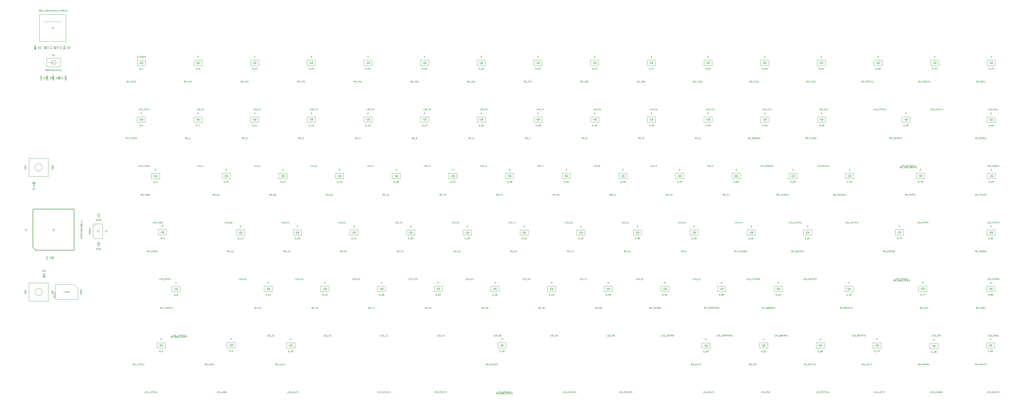
<source format=gbr>
G04 #@! TF.GenerationSoftware,KiCad,Pcbnew,7.0.5*
G04 #@! TF.CreationDate,2023-07-06T17:45:40-04:00*
G04 #@! TF.ProjectId,keyboard,6b657962-6f61-4726-942e-6b696361645f,rev?*
G04 #@! TF.SameCoordinates,Original*
G04 #@! TF.FileFunction,AssemblyDrawing,Top*
%FSLAX46Y46*%
G04 Gerber Fmt 4.6, Leading zero omitted, Abs format (unit mm)*
G04 Created by KiCad (PCBNEW 7.0.5) date 2023-07-06 17:45:40*
%MOMM*%
%LPD*%
G01*
G04 APERTURE LIST*
%ADD10C,0.125000*%
%ADD11C,0.100000*%
%ADD12C,0.150000*%
G04 APERTURE END LIST*
D10*
X326919465Y-265789809D02*
X326681370Y-265789809D01*
X326681370Y-265789809D02*
X326681370Y-265289809D01*
X327086132Y-265527904D02*
X327252799Y-265527904D01*
X327324227Y-265789809D02*
X327086132Y-265789809D01*
X327086132Y-265789809D02*
X327086132Y-265289809D01*
X327086132Y-265289809D02*
X327324227Y-265289809D01*
X327538513Y-265789809D02*
X327538513Y-265289809D01*
X327538513Y-265289809D02*
X327657561Y-265289809D01*
X327657561Y-265289809D02*
X327728989Y-265313619D01*
X327728989Y-265313619D02*
X327776608Y-265361238D01*
X327776608Y-265361238D02*
X327800418Y-265408857D01*
X327800418Y-265408857D02*
X327824227Y-265504095D01*
X327824227Y-265504095D02*
X327824227Y-265575523D01*
X327824227Y-265575523D02*
X327800418Y-265670761D01*
X327800418Y-265670761D02*
X327776608Y-265718380D01*
X327776608Y-265718380D02*
X327728989Y-265766000D01*
X327728989Y-265766000D02*
X327657561Y-265789809D01*
X327657561Y-265789809D02*
X327538513Y-265789809D01*
X327919466Y-265837428D02*
X328300418Y-265837428D01*
X328395656Y-265766000D02*
X328467084Y-265789809D01*
X328467084Y-265789809D02*
X328586132Y-265789809D01*
X328586132Y-265789809D02*
X328633751Y-265766000D01*
X328633751Y-265766000D02*
X328657560Y-265742190D01*
X328657560Y-265742190D02*
X328681370Y-265694571D01*
X328681370Y-265694571D02*
X328681370Y-265646952D01*
X328681370Y-265646952D02*
X328657560Y-265599333D01*
X328657560Y-265599333D02*
X328633751Y-265575523D01*
X328633751Y-265575523D02*
X328586132Y-265551714D01*
X328586132Y-265551714D02*
X328490894Y-265527904D01*
X328490894Y-265527904D02*
X328443275Y-265504095D01*
X328443275Y-265504095D02*
X328419465Y-265480285D01*
X328419465Y-265480285D02*
X328395656Y-265432666D01*
X328395656Y-265432666D02*
X328395656Y-265385047D01*
X328395656Y-265385047D02*
X328419465Y-265337428D01*
X328419465Y-265337428D02*
X328443275Y-265313619D01*
X328443275Y-265313619D02*
X328490894Y-265289809D01*
X328490894Y-265289809D02*
X328609941Y-265289809D01*
X328609941Y-265289809D02*
X328681370Y-265313619D01*
X328895655Y-265789809D02*
X328895655Y-265289809D01*
X328895655Y-265289809D02*
X329086131Y-265289809D01*
X329086131Y-265289809D02*
X329133750Y-265313619D01*
X329133750Y-265313619D02*
X329157560Y-265337428D01*
X329157560Y-265337428D02*
X329181369Y-265385047D01*
X329181369Y-265385047D02*
X329181369Y-265456476D01*
X329181369Y-265456476D02*
X329157560Y-265504095D01*
X329157560Y-265504095D02*
X329133750Y-265527904D01*
X329133750Y-265527904D02*
X329086131Y-265551714D01*
X329086131Y-265551714D02*
X328895655Y-265551714D01*
X329371846Y-265646952D02*
X329609941Y-265646952D01*
X329324227Y-265789809D02*
X329490893Y-265289809D01*
X329490893Y-265289809D02*
X329657560Y-265789809D01*
X330109940Y-265742190D02*
X330086131Y-265766000D01*
X330086131Y-265766000D02*
X330014702Y-265789809D01*
X330014702Y-265789809D02*
X329967083Y-265789809D01*
X329967083Y-265789809D02*
X329895655Y-265766000D01*
X329895655Y-265766000D02*
X329848036Y-265718380D01*
X329848036Y-265718380D02*
X329824226Y-265670761D01*
X329824226Y-265670761D02*
X329800417Y-265575523D01*
X329800417Y-265575523D02*
X329800417Y-265504095D01*
X329800417Y-265504095D02*
X329824226Y-265408857D01*
X329824226Y-265408857D02*
X329848036Y-265361238D01*
X329848036Y-265361238D02*
X329895655Y-265313619D01*
X329895655Y-265313619D02*
X329967083Y-265289809D01*
X329967083Y-265289809D02*
X330014702Y-265289809D01*
X330014702Y-265289809D02*
X330086131Y-265313619D01*
X330086131Y-265313619D02*
X330109940Y-265337428D01*
X330324226Y-265527904D02*
X330490893Y-265527904D01*
X330562321Y-265789809D02*
X330324226Y-265789809D01*
X330324226Y-265789809D02*
X330324226Y-265289809D01*
X330324226Y-265289809D02*
X330562321Y-265289809D01*
X331014702Y-265289809D02*
X330776607Y-265289809D01*
X330776607Y-265289809D02*
X330752798Y-265527904D01*
X330752798Y-265527904D02*
X330776607Y-265504095D01*
X330776607Y-265504095D02*
X330824226Y-265480285D01*
X330824226Y-265480285D02*
X330943274Y-265480285D01*
X330943274Y-265480285D02*
X330990893Y-265504095D01*
X330990893Y-265504095D02*
X331014702Y-265527904D01*
X331014702Y-265527904D02*
X331038512Y-265575523D01*
X331038512Y-265575523D02*
X331038512Y-265694571D01*
X331038512Y-265694571D02*
X331014702Y-265742190D01*
X331014702Y-265742190D02*
X330990893Y-265766000D01*
X330990893Y-265766000D02*
X330943274Y-265789809D01*
X330943274Y-265789809D02*
X330824226Y-265789809D01*
X330824226Y-265789809D02*
X330776607Y-265766000D01*
X330776607Y-265766000D02*
X330752798Y-265742190D01*
X307844465Y-265794809D02*
X307606370Y-265794809D01*
X307606370Y-265794809D02*
X307606370Y-265294809D01*
X308011132Y-265532904D02*
X308177799Y-265532904D01*
X308249227Y-265794809D02*
X308011132Y-265794809D01*
X308011132Y-265794809D02*
X308011132Y-265294809D01*
X308011132Y-265294809D02*
X308249227Y-265294809D01*
X308463513Y-265794809D02*
X308463513Y-265294809D01*
X308463513Y-265294809D02*
X308582561Y-265294809D01*
X308582561Y-265294809D02*
X308653989Y-265318619D01*
X308653989Y-265318619D02*
X308701608Y-265366238D01*
X308701608Y-265366238D02*
X308725418Y-265413857D01*
X308725418Y-265413857D02*
X308749227Y-265509095D01*
X308749227Y-265509095D02*
X308749227Y-265580523D01*
X308749227Y-265580523D02*
X308725418Y-265675761D01*
X308725418Y-265675761D02*
X308701608Y-265723380D01*
X308701608Y-265723380D02*
X308653989Y-265771000D01*
X308653989Y-265771000D02*
X308582561Y-265794809D01*
X308582561Y-265794809D02*
X308463513Y-265794809D01*
X308844466Y-265842428D02*
X309225418Y-265842428D01*
X309320656Y-265771000D02*
X309392084Y-265794809D01*
X309392084Y-265794809D02*
X309511132Y-265794809D01*
X309511132Y-265794809D02*
X309558751Y-265771000D01*
X309558751Y-265771000D02*
X309582560Y-265747190D01*
X309582560Y-265747190D02*
X309606370Y-265699571D01*
X309606370Y-265699571D02*
X309606370Y-265651952D01*
X309606370Y-265651952D02*
X309582560Y-265604333D01*
X309582560Y-265604333D02*
X309558751Y-265580523D01*
X309558751Y-265580523D02*
X309511132Y-265556714D01*
X309511132Y-265556714D02*
X309415894Y-265532904D01*
X309415894Y-265532904D02*
X309368275Y-265509095D01*
X309368275Y-265509095D02*
X309344465Y-265485285D01*
X309344465Y-265485285D02*
X309320656Y-265437666D01*
X309320656Y-265437666D02*
X309320656Y-265390047D01*
X309320656Y-265390047D02*
X309344465Y-265342428D01*
X309344465Y-265342428D02*
X309368275Y-265318619D01*
X309368275Y-265318619D02*
X309415894Y-265294809D01*
X309415894Y-265294809D02*
X309534941Y-265294809D01*
X309534941Y-265294809D02*
X309606370Y-265318619D01*
X309820655Y-265794809D02*
X309820655Y-265294809D01*
X309820655Y-265294809D02*
X310011131Y-265294809D01*
X310011131Y-265294809D02*
X310058750Y-265318619D01*
X310058750Y-265318619D02*
X310082560Y-265342428D01*
X310082560Y-265342428D02*
X310106369Y-265390047D01*
X310106369Y-265390047D02*
X310106369Y-265461476D01*
X310106369Y-265461476D02*
X310082560Y-265509095D01*
X310082560Y-265509095D02*
X310058750Y-265532904D01*
X310058750Y-265532904D02*
X310011131Y-265556714D01*
X310011131Y-265556714D02*
X309820655Y-265556714D01*
X310296846Y-265651952D02*
X310534941Y-265651952D01*
X310249227Y-265794809D02*
X310415893Y-265294809D01*
X310415893Y-265294809D02*
X310582560Y-265794809D01*
X311034940Y-265747190D02*
X311011131Y-265771000D01*
X311011131Y-265771000D02*
X310939702Y-265794809D01*
X310939702Y-265794809D02*
X310892083Y-265794809D01*
X310892083Y-265794809D02*
X310820655Y-265771000D01*
X310820655Y-265771000D02*
X310773036Y-265723380D01*
X310773036Y-265723380D02*
X310749226Y-265675761D01*
X310749226Y-265675761D02*
X310725417Y-265580523D01*
X310725417Y-265580523D02*
X310725417Y-265509095D01*
X310725417Y-265509095D02*
X310749226Y-265413857D01*
X310749226Y-265413857D02*
X310773036Y-265366238D01*
X310773036Y-265366238D02*
X310820655Y-265318619D01*
X310820655Y-265318619D02*
X310892083Y-265294809D01*
X310892083Y-265294809D02*
X310939702Y-265294809D01*
X310939702Y-265294809D02*
X311011131Y-265318619D01*
X311011131Y-265318619D02*
X311034940Y-265342428D01*
X311249226Y-265532904D02*
X311415893Y-265532904D01*
X311487321Y-265794809D02*
X311249226Y-265794809D01*
X311249226Y-265794809D02*
X311249226Y-265294809D01*
X311249226Y-265294809D02*
X311487321Y-265294809D01*
X311915893Y-265461476D02*
X311915893Y-265794809D01*
X311796845Y-265271000D02*
X311677798Y-265628142D01*
X311677798Y-265628142D02*
X311987321Y-265628142D01*
X263994465Y-265769809D02*
X263756370Y-265769809D01*
X263756370Y-265769809D02*
X263756370Y-265269809D01*
X264161132Y-265507904D02*
X264327799Y-265507904D01*
X264399227Y-265769809D02*
X264161132Y-265769809D01*
X264161132Y-265769809D02*
X264161132Y-265269809D01*
X264161132Y-265269809D02*
X264399227Y-265269809D01*
X264613513Y-265769809D02*
X264613513Y-265269809D01*
X264613513Y-265269809D02*
X264732561Y-265269809D01*
X264732561Y-265269809D02*
X264803989Y-265293619D01*
X264803989Y-265293619D02*
X264851608Y-265341238D01*
X264851608Y-265341238D02*
X264875418Y-265388857D01*
X264875418Y-265388857D02*
X264899227Y-265484095D01*
X264899227Y-265484095D02*
X264899227Y-265555523D01*
X264899227Y-265555523D02*
X264875418Y-265650761D01*
X264875418Y-265650761D02*
X264851608Y-265698380D01*
X264851608Y-265698380D02*
X264803989Y-265746000D01*
X264803989Y-265746000D02*
X264732561Y-265769809D01*
X264732561Y-265769809D02*
X264613513Y-265769809D01*
X264994466Y-265817428D02*
X265375418Y-265817428D01*
X265470656Y-265746000D02*
X265542084Y-265769809D01*
X265542084Y-265769809D02*
X265661132Y-265769809D01*
X265661132Y-265769809D02*
X265708751Y-265746000D01*
X265708751Y-265746000D02*
X265732560Y-265722190D01*
X265732560Y-265722190D02*
X265756370Y-265674571D01*
X265756370Y-265674571D02*
X265756370Y-265626952D01*
X265756370Y-265626952D02*
X265732560Y-265579333D01*
X265732560Y-265579333D02*
X265708751Y-265555523D01*
X265708751Y-265555523D02*
X265661132Y-265531714D01*
X265661132Y-265531714D02*
X265565894Y-265507904D01*
X265565894Y-265507904D02*
X265518275Y-265484095D01*
X265518275Y-265484095D02*
X265494465Y-265460285D01*
X265494465Y-265460285D02*
X265470656Y-265412666D01*
X265470656Y-265412666D02*
X265470656Y-265365047D01*
X265470656Y-265365047D02*
X265494465Y-265317428D01*
X265494465Y-265317428D02*
X265518275Y-265293619D01*
X265518275Y-265293619D02*
X265565894Y-265269809D01*
X265565894Y-265269809D02*
X265684941Y-265269809D01*
X265684941Y-265269809D02*
X265756370Y-265293619D01*
X265970655Y-265769809D02*
X265970655Y-265269809D01*
X265970655Y-265269809D02*
X266161131Y-265269809D01*
X266161131Y-265269809D02*
X266208750Y-265293619D01*
X266208750Y-265293619D02*
X266232560Y-265317428D01*
X266232560Y-265317428D02*
X266256369Y-265365047D01*
X266256369Y-265365047D02*
X266256369Y-265436476D01*
X266256369Y-265436476D02*
X266232560Y-265484095D01*
X266232560Y-265484095D02*
X266208750Y-265507904D01*
X266208750Y-265507904D02*
X266161131Y-265531714D01*
X266161131Y-265531714D02*
X265970655Y-265531714D01*
X266446846Y-265626952D02*
X266684941Y-265626952D01*
X266399227Y-265769809D02*
X266565893Y-265269809D01*
X266565893Y-265269809D02*
X266732560Y-265769809D01*
X267184940Y-265722190D02*
X267161131Y-265746000D01*
X267161131Y-265746000D02*
X267089702Y-265769809D01*
X267089702Y-265769809D02*
X267042083Y-265769809D01*
X267042083Y-265769809D02*
X266970655Y-265746000D01*
X266970655Y-265746000D02*
X266923036Y-265698380D01*
X266923036Y-265698380D02*
X266899226Y-265650761D01*
X266899226Y-265650761D02*
X266875417Y-265555523D01*
X266875417Y-265555523D02*
X266875417Y-265484095D01*
X266875417Y-265484095D02*
X266899226Y-265388857D01*
X266899226Y-265388857D02*
X266923036Y-265341238D01*
X266923036Y-265341238D02*
X266970655Y-265293619D01*
X266970655Y-265293619D02*
X267042083Y-265269809D01*
X267042083Y-265269809D02*
X267089702Y-265269809D01*
X267089702Y-265269809D02*
X267161131Y-265293619D01*
X267161131Y-265293619D02*
X267184940Y-265317428D01*
X267399226Y-265507904D02*
X267565893Y-265507904D01*
X267637321Y-265769809D02*
X267399226Y-265769809D01*
X267399226Y-265769809D02*
X267399226Y-265269809D01*
X267399226Y-265269809D02*
X267637321Y-265269809D01*
X267827798Y-265317428D02*
X267851607Y-265293619D01*
X267851607Y-265293619D02*
X267899226Y-265269809D01*
X267899226Y-265269809D02*
X268018274Y-265269809D01*
X268018274Y-265269809D02*
X268065893Y-265293619D01*
X268065893Y-265293619D02*
X268089702Y-265317428D01*
X268089702Y-265317428D02*
X268113512Y-265365047D01*
X268113512Y-265365047D02*
X268113512Y-265412666D01*
X268113512Y-265412666D02*
X268089702Y-265484095D01*
X268089702Y-265484095D02*
X267803988Y-265769809D01*
X267803988Y-265769809D02*
X268113512Y-265769809D01*
X244919465Y-265794809D02*
X244681370Y-265794809D01*
X244681370Y-265794809D02*
X244681370Y-265294809D01*
X245086132Y-265532904D02*
X245252799Y-265532904D01*
X245324227Y-265794809D02*
X245086132Y-265794809D01*
X245086132Y-265794809D02*
X245086132Y-265294809D01*
X245086132Y-265294809D02*
X245324227Y-265294809D01*
X245538513Y-265794809D02*
X245538513Y-265294809D01*
X245538513Y-265294809D02*
X245657561Y-265294809D01*
X245657561Y-265294809D02*
X245728989Y-265318619D01*
X245728989Y-265318619D02*
X245776608Y-265366238D01*
X245776608Y-265366238D02*
X245800418Y-265413857D01*
X245800418Y-265413857D02*
X245824227Y-265509095D01*
X245824227Y-265509095D02*
X245824227Y-265580523D01*
X245824227Y-265580523D02*
X245800418Y-265675761D01*
X245800418Y-265675761D02*
X245776608Y-265723380D01*
X245776608Y-265723380D02*
X245728989Y-265771000D01*
X245728989Y-265771000D02*
X245657561Y-265794809D01*
X245657561Y-265794809D02*
X245538513Y-265794809D01*
X245919466Y-265842428D02*
X246300418Y-265842428D01*
X246395656Y-265771000D02*
X246467084Y-265794809D01*
X246467084Y-265794809D02*
X246586132Y-265794809D01*
X246586132Y-265794809D02*
X246633751Y-265771000D01*
X246633751Y-265771000D02*
X246657560Y-265747190D01*
X246657560Y-265747190D02*
X246681370Y-265699571D01*
X246681370Y-265699571D02*
X246681370Y-265651952D01*
X246681370Y-265651952D02*
X246657560Y-265604333D01*
X246657560Y-265604333D02*
X246633751Y-265580523D01*
X246633751Y-265580523D02*
X246586132Y-265556714D01*
X246586132Y-265556714D02*
X246490894Y-265532904D01*
X246490894Y-265532904D02*
X246443275Y-265509095D01*
X246443275Y-265509095D02*
X246419465Y-265485285D01*
X246419465Y-265485285D02*
X246395656Y-265437666D01*
X246395656Y-265437666D02*
X246395656Y-265390047D01*
X246395656Y-265390047D02*
X246419465Y-265342428D01*
X246419465Y-265342428D02*
X246443275Y-265318619D01*
X246443275Y-265318619D02*
X246490894Y-265294809D01*
X246490894Y-265294809D02*
X246609941Y-265294809D01*
X246609941Y-265294809D02*
X246681370Y-265318619D01*
X246895655Y-265794809D02*
X246895655Y-265294809D01*
X246895655Y-265294809D02*
X247086131Y-265294809D01*
X247086131Y-265294809D02*
X247133750Y-265318619D01*
X247133750Y-265318619D02*
X247157560Y-265342428D01*
X247157560Y-265342428D02*
X247181369Y-265390047D01*
X247181369Y-265390047D02*
X247181369Y-265461476D01*
X247181369Y-265461476D02*
X247157560Y-265509095D01*
X247157560Y-265509095D02*
X247133750Y-265532904D01*
X247133750Y-265532904D02*
X247086131Y-265556714D01*
X247086131Y-265556714D02*
X246895655Y-265556714D01*
X247371846Y-265651952D02*
X247609941Y-265651952D01*
X247324227Y-265794809D02*
X247490893Y-265294809D01*
X247490893Y-265294809D02*
X247657560Y-265794809D01*
X248109940Y-265747190D02*
X248086131Y-265771000D01*
X248086131Y-265771000D02*
X248014702Y-265794809D01*
X248014702Y-265794809D02*
X247967083Y-265794809D01*
X247967083Y-265794809D02*
X247895655Y-265771000D01*
X247895655Y-265771000D02*
X247848036Y-265723380D01*
X247848036Y-265723380D02*
X247824226Y-265675761D01*
X247824226Y-265675761D02*
X247800417Y-265580523D01*
X247800417Y-265580523D02*
X247800417Y-265509095D01*
X247800417Y-265509095D02*
X247824226Y-265413857D01*
X247824226Y-265413857D02*
X247848036Y-265366238D01*
X247848036Y-265366238D02*
X247895655Y-265318619D01*
X247895655Y-265318619D02*
X247967083Y-265294809D01*
X247967083Y-265294809D02*
X248014702Y-265294809D01*
X248014702Y-265294809D02*
X248086131Y-265318619D01*
X248086131Y-265318619D02*
X248109940Y-265342428D01*
X248324226Y-265532904D02*
X248490893Y-265532904D01*
X248562321Y-265794809D02*
X248324226Y-265794809D01*
X248324226Y-265794809D02*
X248324226Y-265294809D01*
X248324226Y-265294809D02*
X248562321Y-265294809D01*
X249038512Y-265794809D02*
X248752798Y-265794809D01*
X248895655Y-265794809D02*
X248895655Y-265294809D01*
X248895655Y-265294809D02*
X248848036Y-265366238D01*
X248848036Y-265366238D02*
X248800417Y-265413857D01*
X248800417Y-265413857D02*
X248752798Y-265437666D01*
X186076230Y-256369809D02*
X186076230Y-255869809D01*
X186076230Y-255869809D02*
X186242897Y-256226952D01*
X186242897Y-256226952D02*
X186409563Y-255869809D01*
X186409563Y-255869809D02*
X186409563Y-256369809D01*
X186600040Y-255869809D02*
X186933373Y-256369809D01*
X186933373Y-255869809D02*
X186600040Y-256369809D01*
X187004802Y-256417428D02*
X187385754Y-256417428D01*
X187457182Y-255869809D02*
X187576230Y-256369809D01*
X187576230Y-256369809D02*
X187671468Y-256012666D01*
X187671468Y-256012666D02*
X187766706Y-256369809D01*
X187766706Y-256369809D02*
X187885754Y-255869809D01*
X188076230Y-256369809D02*
X188076230Y-255869809D01*
X188314325Y-256369809D02*
X188314325Y-255869809D01*
X188314325Y-255869809D02*
X188600039Y-256369809D01*
X188600039Y-256369809D02*
X188600039Y-255869809D01*
X189100040Y-256369809D02*
X188814326Y-256369809D01*
X188957183Y-256369809D02*
X188957183Y-255869809D01*
X188957183Y-255869809D02*
X188909564Y-255941238D01*
X188909564Y-255941238D02*
X188861945Y-255988857D01*
X188861945Y-255988857D02*
X188814326Y-256012666D01*
X161559465Y-256369809D02*
X161559465Y-255869809D01*
X161559465Y-255869809D02*
X161726132Y-256226952D01*
X161726132Y-256226952D02*
X161892798Y-255869809D01*
X161892798Y-255869809D02*
X161892798Y-256369809D01*
X162083275Y-255869809D02*
X162416608Y-256369809D01*
X162416608Y-255869809D02*
X162083275Y-256369809D01*
X162488037Y-256417428D02*
X162868989Y-256417428D01*
X163226131Y-256369809D02*
X162988036Y-256369809D01*
X162988036Y-256369809D02*
X162988036Y-255869809D01*
X163678512Y-256322190D02*
X163654703Y-256346000D01*
X163654703Y-256346000D02*
X163583274Y-256369809D01*
X163583274Y-256369809D02*
X163535655Y-256369809D01*
X163535655Y-256369809D02*
X163464227Y-256346000D01*
X163464227Y-256346000D02*
X163416608Y-256298380D01*
X163416608Y-256298380D02*
X163392798Y-256250761D01*
X163392798Y-256250761D02*
X163368989Y-256155523D01*
X163368989Y-256155523D02*
X163368989Y-256084095D01*
X163368989Y-256084095D02*
X163392798Y-255988857D01*
X163392798Y-255988857D02*
X163416608Y-255941238D01*
X163416608Y-255941238D02*
X163464227Y-255893619D01*
X163464227Y-255893619D02*
X163535655Y-255869809D01*
X163535655Y-255869809D02*
X163583274Y-255869809D01*
X163583274Y-255869809D02*
X163654703Y-255893619D01*
X163654703Y-255893619D02*
X163678512Y-255917428D01*
X163821370Y-255869809D02*
X164107084Y-255869809D01*
X163964227Y-256369809D02*
X163964227Y-255869809D01*
X164559464Y-256369809D02*
X164392798Y-256131714D01*
X164273750Y-256369809D02*
X164273750Y-255869809D01*
X164273750Y-255869809D02*
X164464226Y-255869809D01*
X164464226Y-255869809D02*
X164511845Y-255893619D01*
X164511845Y-255893619D02*
X164535655Y-255917428D01*
X164535655Y-255917428D02*
X164559464Y-255965047D01*
X164559464Y-255965047D02*
X164559464Y-256036476D01*
X164559464Y-256036476D02*
X164535655Y-256084095D01*
X164535655Y-256084095D02*
X164511845Y-256107904D01*
X164511845Y-256107904D02*
X164464226Y-256131714D01*
X164464226Y-256131714D02*
X164273750Y-256131714D01*
X165011845Y-256369809D02*
X164773750Y-256369809D01*
X164773750Y-256369809D02*
X164773750Y-255869809D01*
X165440417Y-256369809D02*
X165154703Y-256369809D01*
X165297560Y-256369809D02*
X165297560Y-255869809D01*
X165297560Y-255869809D02*
X165249941Y-255941238D01*
X165249941Y-255941238D02*
X165202322Y-255988857D01*
X165202322Y-255988857D02*
X165154703Y-256012666D01*
X210021567Y-256369809D02*
X210021567Y-255869809D01*
X210021567Y-255869809D02*
X210188234Y-256226952D01*
X210188234Y-256226952D02*
X210354900Y-255869809D01*
X210354900Y-255869809D02*
X210354900Y-256369809D01*
X210545377Y-255869809D02*
X210878710Y-256369809D01*
X210878710Y-255869809D02*
X210545377Y-256369809D01*
X210950139Y-256417428D02*
X211331091Y-256417428D01*
X211688233Y-256369809D02*
X211450138Y-256369809D01*
X211450138Y-256369809D02*
X211450138Y-255869809D01*
X211831091Y-256226952D02*
X212069186Y-256226952D01*
X211783472Y-256369809D02*
X211950138Y-255869809D01*
X211950138Y-255869809D02*
X212116805Y-256369809D01*
X212521566Y-256369809D02*
X212283471Y-256369809D01*
X212283471Y-256369809D02*
X212283471Y-255869809D01*
X212616805Y-255869809D02*
X212902519Y-255869809D01*
X212759662Y-256369809D02*
X212759662Y-255869809D01*
X213331090Y-256369809D02*
X213045376Y-256369809D01*
X213188233Y-256369809D02*
X213188233Y-255869809D01*
X213188233Y-255869809D02*
X213140614Y-255941238D01*
X213140614Y-255941238D02*
X213092995Y-255988857D01*
X213092995Y-255988857D02*
X213045376Y-256012666D01*
X164359941Y-198764809D02*
X164359941Y-198264809D01*
X164359941Y-198264809D02*
X164526608Y-198621952D01*
X164526608Y-198621952D02*
X164693274Y-198264809D01*
X164693274Y-198264809D02*
X164693274Y-198764809D01*
X164883751Y-198264809D02*
X165217084Y-198764809D01*
X165217084Y-198264809D02*
X164883751Y-198764809D01*
X165288513Y-198812428D02*
X165669465Y-198812428D01*
X165717084Y-198264809D02*
X166002798Y-198264809D01*
X165859941Y-198764809D02*
X165859941Y-198264809D01*
X166145655Y-198621952D02*
X166383750Y-198621952D01*
X166098036Y-198764809D02*
X166264702Y-198264809D01*
X166264702Y-198264809D02*
X166431369Y-198764809D01*
X166764702Y-198502904D02*
X166836130Y-198526714D01*
X166836130Y-198526714D02*
X166859940Y-198550523D01*
X166859940Y-198550523D02*
X166883749Y-198598142D01*
X166883749Y-198598142D02*
X166883749Y-198669571D01*
X166883749Y-198669571D02*
X166859940Y-198717190D01*
X166859940Y-198717190D02*
X166836130Y-198741000D01*
X166836130Y-198741000D02*
X166788511Y-198764809D01*
X166788511Y-198764809D02*
X166598035Y-198764809D01*
X166598035Y-198764809D02*
X166598035Y-198264809D01*
X166598035Y-198264809D02*
X166764702Y-198264809D01*
X166764702Y-198264809D02*
X166812321Y-198288619D01*
X166812321Y-198288619D02*
X166836130Y-198312428D01*
X166836130Y-198312428D02*
X166859940Y-198360047D01*
X166859940Y-198360047D02*
X166859940Y-198407666D01*
X166859940Y-198407666D02*
X166836130Y-198455285D01*
X166836130Y-198455285D02*
X166812321Y-198479095D01*
X166812321Y-198479095D02*
X166764702Y-198502904D01*
X166764702Y-198502904D02*
X166598035Y-198502904D01*
X167359940Y-198764809D02*
X167074226Y-198764809D01*
X167217083Y-198764809D02*
X167217083Y-198264809D01*
X167217083Y-198264809D02*
X167169464Y-198336238D01*
X167169464Y-198336238D02*
X167121845Y-198383857D01*
X167121845Y-198383857D02*
X167074226Y-198407666D01*
X401575894Y-237179809D02*
X401575894Y-236679809D01*
X401575894Y-236679809D02*
X401742561Y-237036952D01*
X401742561Y-237036952D02*
X401909227Y-236679809D01*
X401909227Y-236679809D02*
X401909227Y-237179809D01*
X402099704Y-236679809D02*
X402433037Y-237179809D01*
X402433037Y-236679809D02*
X402099704Y-237179809D01*
X402504466Y-237227428D02*
X402885418Y-237227428D01*
X403290179Y-237179809D02*
X403123513Y-236941714D01*
X403004465Y-237179809D02*
X403004465Y-236679809D01*
X403004465Y-236679809D02*
X403194941Y-236679809D01*
X403194941Y-236679809D02*
X403242560Y-236703619D01*
X403242560Y-236703619D02*
X403266370Y-236727428D01*
X403266370Y-236727428D02*
X403290179Y-236775047D01*
X403290179Y-236775047D02*
X403290179Y-236846476D01*
X403290179Y-236846476D02*
X403266370Y-236894095D01*
X403266370Y-236894095D02*
X403242560Y-236917904D01*
X403242560Y-236917904D02*
X403194941Y-236941714D01*
X403194941Y-236941714D02*
X403004465Y-236941714D01*
X403480656Y-237156000D02*
X403552084Y-237179809D01*
X403552084Y-237179809D02*
X403671132Y-237179809D01*
X403671132Y-237179809D02*
X403718751Y-237156000D01*
X403718751Y-237156000D02*
X403742560Y-237132190D01*
X403742560Y-237132190D02*
X403766370Y-237084571D01*
X403766370Y-237084571D02*
X403766370Y-237036952D01*
X403766370Y-237036952D02*
X403742560Y-236989333D01*
X403742560Y-236989333D02*
X403718751Y-236965523D01*
X403718751Y-236965523D02*
X403671132Y-236941714D01*
X403671132Y-236941714D02*
X403575894Y-236917904D01*
X403575894Y-236917904D02*
X403528275Y-236894095D01*
X403528275Y-236894095D02*
X403504465Y-236870285D01*
X403504465Y-236870285D02*
X403480656Y-236822666D01*
X403480656Y-236822666D02*
X403480656Y-236775047D01*
X403480656Y-236775047D02*
X403504465Y-236727428D01*
X403504465Y-236727428D02*
X403528275Y-236703619D01*
X403528275Y-236703619D02*
X403575894Y-236679809D01*
X403575894Y-236679809D02*
X403694941Y-236679809D01*
X403694941Y-236679809D02*
X403766370Y-236703619D01*
X403980655Y-237179809D02*
X403980655Y-236679809D01*
X403980655Y-236917904D02*
X404266369Y-236917904D01*
X404266369Y-237179809D02*
X404266369Y-236679809D01*
X404504465Y-237179809D02*
X404504465Y-236679809D01*
X404909227Y-236917904D02*
X404742560Y-236917904D01*
X404742560Y-237179809D02*
X404742560Y-236679809D01*
X404742560Y-236679809D02*
X404980655Y-236679809D01*
X405099703Y-236679809D02*
X405385417Y-236679809D01*
X405242560Y-237179809D02*
X405242560Y-236679809D01*
X405813988Y-237179809D02*
X405528274Y-237179809D01*
X405671131Y-237179809D02*
X405671131Y-236679809D01*
X405671131Y-236679809D02*
X405623512Y-236751238D01*
X405623512Y-236751238D02*
X405575893Y-236798857D01*
X405575893Y-236798857D02*
X405528274Y-236822666D01*
X423677497Y-198764809D02*
X423677497Y-198264809D01*
X423677497Y-198264809D02*
X423844164Y-198621952D01*
X423844164Y-198621952D02*
X424010830Y-198264809D01*
X424010830Y-198264809D02*
X424010830Y-198764809D01*
X424201307Y-198264809D02*
X424534640Y-198764809D01*
X424534640Y-198264809D02*
X424201307Y-198764809D01*
X424606069Y-198812428D02*
X424987021Y-198812428D01*
X425106068Y-198764809D02*
X425106068Y-198264809D01*
X425106068Y-198264809D02*
X425296544Y-198264809D01*
X425296544Y-198264809D02*
X425344163Y-198288619D01*
X425344163Y-198288619D02*
X425367973Y-198312428D01*
X425367973Y-198312428D02*
X425391782Y-198360047D01*
X425391782Y-198360047D02*
X425391782Y-198431476D01*
X425391782Y-198431476D02*
X425367973Y-198479095D01*
X425367973Y-198479095D02*
X425344163Y-198502904D01*
X425344163Y-198502904D02*
X425296544Y-198526714D01*
X425296544Y-198526714D02*
X425106068Y-198526714D01*
X425606068Y-198764809D02*
X425606068Y-198264809D01*
X425844163Y-198764809D02*
X425844163Y-198264809D01*
X425844163Y-198264809D02*
X426034639Y-198264809D01*
X426034639Y-198264809D02*
X426082258Y-198288619D01*
X426082258Y-198288619D02*
X426106068Y-198312428D01*
X426106068Y-198312428D02*
X426129877Y-198360047D01*
X426129877Y-198360047D02*
X426129877Y-198431476D01*
X426129877Y-198431476D02*
X426106068Y-198479095D01*
X426106068Y-198479095D02*
X426082258Y-198502904D01*
X426082258Y-198502904D02*
X426034639Y-198526714D01*
X426034639Y-198526714D02*
X425844163Y-198526714D01*
X426344163Y-198502904D02*
X426510830Y-198502904D01*
X426582258Y-198764809D02*
X426344163Y-198764809D01*
X426344163Y-198764809D02*
X426344163Y-198264809D01*
X426344163Y-198264809D02*
X426582258Y-198264809D01*
X427058449Y-198764809D02*
X426772735Y-198764809D01*
X426915592Y-198764809D02*
X426915592Y-198264809D01*
X426915592Y-198264809D02*
X426867973Y-198336238D01*
X426867973Y-198336238D02*
X426820354Y-198383857D01*
X426820354Y-198383857D02*
X426772735Y-198407666D01*
X166452322Y-217969809D02*
X166452322Y-217469809D01*
X166452322Y-217469809D02*
X166618989Y-217826952D01*
X166618989Y-217826952D02*
X166785655Y-217469809D01*
X166785655Y-217469809D02*
X166785655Y-217969809D01*
X166976132Y-217469809D02*
X167309465Y-217969809D01*
X167309465Y-217469809D02*
X166976132Y-217969809D01*
X167380894Y-218017428D02*
X167761846Y-218017428D01*
X168166607Y-217922190D02*
X168142798Y-217946000D01*
X168142798Y-217946000D02*
X168071369Y-217969809D01*
X168071369Y-217969809D02*
X168023750Y-217969809D01*
X168023750Y-217969809D02*
X167952322Y-217946000D01*
X167952322Y-217946000D02*
X167904703Y-217898380D01*
X167904703Y-217898380D02*
X167880893Y-217850761D01*
X167880893Y-217850761D02*
X167857084Y-217755523D01*
X167857084Y-217755523D02*
X167857084Y-217684095D01*
X167857084Y-217684095D02*
X167880893Y-217588857D01*
X167880893Y-217588857D02*
X167904703Y-217541238D01*
X167904703Y-217541238D02*
X167952322Y-217493619D01*
X167952322Y-217493619D02*
X168023750Y-217469809D01*
X168023750Y-217469809D02*
X168071369Y-217469809D01*
X168071369Y-217469809D02*
X168142798Y-217493619D01*
X168142798Y-217493619D02*
X168166607Y-217517428D01*
X168357084Y-217826952D02*
X168595179Y-217826952D01*
X168309465Y-217969809D02*
X168476131Y-217469809D01*
X168476131Y-217469809D02*
X168642798Y-217969809D01*
X168809464Y-217969809D02*
X168809464Y-217469809D01*
X168809464Y-217469809D02*
X168999940Y-217469809D01*
X168999940Y-217469809D02*
X169047559Y-217493619D01*
X169047559Y-217493619D02*
X169071369Y-217517428D01*
X169071369Y-217517428D02*
X169095178Y-217565047D01*
X169095178Y-217565047D02*
X169095178Y-217636476D01*
X169095178Y-217636476D02*
X169071369Y-217684095D01*
X169071369Y-217684095D02*
X169047559Y-217707904D01*
X169047559Y-217707904D02*
X168999940Y-217731714D01*
X168999940Y-217731714D02*
X168809464Y-217731714D01*
X169285655Y-217946000D02*
X169357083Y-217969809D01*
X169357083Y-217969809D02*
X169476131Y-217969809D01*
X169476131Y-217969809D02*
X169523750Y-217946000D01*
X169523750Y-217946000D02*
X169547559Y-217922190D01*
X169547559Y-217922190D02*
X169571369Y-217874571D01*
X169571369Y-217874571D02*
X169571369Y-217826952D01*
X169571369Y-217826952D02*
X169547559Y-217779333D01*
X169547559Y-217779333D02*
X169523750Y-217755523D01*
X169523750Y-217755523D02*
X169476131Y-217731714D01*
X169476131Y-217731714D02*
X169380893Y-217707904D01*
X169380893Y-217707904D02*
X169333274Y-217684095D01*
X169333274Y-217684095D02*
X169309464Y-217660285D01*
X169309464Y-217660285D02*
X169285655Y-217612666D01*
X169285655Y-217612666D02*
X169285655Y-217565047D01*
X169285655Y-217565047D02*
X169309464Y-217517428D01*
X169309464Y-217517428D02*
X169333274Y-217493619D01*
X169333274Y-217493619D02*
X169380893Y-217469809D01*
X169380893Y-217469809D02*
X169499940Y-217469809D01*
X169499940Y-217469809D02*
X169571369Y-217493619D01*
X170047559Y-217969809D02*
X169761845Y-217969809D01*
X169904702Y-217969809D02*
X169904702Y-217469809D01*
X169904702Y-217469809D02*
X169857083Y-217541238D01*
X169857083Y-217541238D02*
X169809464Y-217588857D01*
X169809464Y-217588857D02*
X169761845Y-217612666D01*
X152514570Y-211153094D02*
X152752665Y-211153094D01*
X152252665Y-211319760D02*
X152514570Y-211153094D01*
X152514570Y-211153094D02*
X152252665Y-210986427D01*
X152752665Y-210557856D02*
X152752665Y-210843570D01*
X152752665Y-210700713D02*
X152252665Y-210700713D01*
X152252665Y-210700713D02*
X152324094Y-210748332D01*
X152324094Y-210748332D02*
X152371713Y-210795951D01*
X152371713Y-210795951D02*
X152395522Y-210843570D01*
X147152665Y-211724523D02*
X147152665Y-212010237D01*
X147152665Y-211867380D02*
X146652665Y-211867380D01*
X146652665Y-211867380D02*
X146724094Y-211914999D01*
X146724094Y-211914999D02*
X146771713Y-211962618D01*
X146771713Y-211962618D02*
X146795522Y-212010237D01*
X146652665Y-211295952D02*
X146652665Y-211391190D01*
X146652665Y-211391190D02*
X146676475Y-211438809D01*
X146676475Y-211438809D02*
X146700284Y-211462619D01*
X146700284Y-211462619D02*
X146771713Y-211510238D01*
X146771713Y-211510238D02*
X146866951Y-211534047D01*
X146866951Y-211534047D02*
X147057427Y-211534047D01*
X147057427Y-211534047D02*
X147105046Y-211510238D01*
X147105046Y-211510238D02*
X147128856Y-211486428D01*
X147128856Y-211486428D02*
X147152665Y-211438809D01*
X147152665Y-211438809D02*
X147152665Y-211343571D01*
X147152665Y-211343571D02*
X147128856Y-211295952D01*
X147128856Y-211295952D02*
X147105046Y-211272143D01*
X147105046Y-211272143D02*
X147057427Y-211248333D01*
X147057427Y-211248333D02*
X146938379Y-211248333D01*
X146938379Y-211248333D02*
X146890760Y-211272143D01*
X146890760Y-211272143D02*
X146866951Y-211295952D01*
X146866951Y-211295952D02*
X146843141Y-211343571D01*
X146843141Y-211343571D02*
X146843141Y-211438809D01*
X146843141Y-211438809D02*
X146866951Y-211486428D01*
X146866951Y-211486428D02*
X146890760Y-211510238D01*
X146890760Y-211510238D02*
X146938379Y-211534047D01*
X147152665Y-211034048D02*
X146652665Y-211034048D01*
X146652665Y-211034048D02*
X147009808Y-210867381D01*
X147009808Y-210867381D02*
X146652665Y-210700715D01*
X146652665Y-210700715D02*
X147152665Y-210700715D01*
X147152665Y-210462619D02*
X146652665Y-210462619D01*
X147152665Y-210248333D02*
X146890760Y-210248333D01*
X146890760Y-210248333D02*
X146843141Y-210272143D01*
X146843141Y-210272143D02*
X146819332Y-210319762D01*
X146819332Y-210319762D02*
X146819332Y-210391190D01*
X146819332Y-210391190D02*
X146843141Y-210438809D01*
X146843141Y-210438809D02*
X146866951Y-210462619D01*
X146819332Y-210057857D02*
X146819332Y-209795952D01*
X146819332Y-209795952D02*
X147152665Y-210057857D01*
X147152665Y-210057857D02*
X147152665Y-209795952D01*
X149714570Y-211153094D02*
X149952665Y-211153094D01*
X149452665Y-211319760D02*
X149714570Y-211153094D01*
X149714570Y-211153094D02*
X149452665Y-210986427D01*
X149952665Y-210557856D02*
X149952665Y-210843570D01*
X149952665Y-210700713D02*
X149452665Y-210700713D01*
X149452665Y-210700713D02*
X149524094Y-210748332D01*
X149524094Y-210748332D02*
X149571713Y-210795951D01*
X149571713Y-210795951D02*
X149595522Y-210843570D01*
X124977665Y-210795952D02*
X125382427Y-210795952D01*
X125382427Y-210795952D02*
X125430046Y-210772142D01*
X125430046Y-210772142D02*
X125453856Y-210748333D01*
X125453856Y-210748333D02*
X125477665Y-210700714D01*
X125477665Y-210700714D02*
X125477665Y-210605476D01*
X125477665Y-210605476D02*
X125453856Y-210557857D01*
X125453856Y-210557857D02*
X125430046Y-210534047D01*
X125430046Y-210534047D02*
X125382427Y-210510238D01*
X125382427Y-210510238D02*
X124977665Y-210510238D01*
X125477665Y-210010237D02*
X125477665Y-210295951D01*
X125477665Y-210153094D02*
X124977665Y-210153094D01*
X124977665Y-210153094D02*
X125049094Y-210200713D01*
X125049094Y-210200713D02*
X125096713Y-210248332D01*
X125096713Y-210248332D02*
X125120522Y-210295951D01*
X144234808Y-213426902D02*
X144234808Y-213188807D01*
X144377665Y-213474521D02*
X143877665Y-213307855D01*
X143877665Y-213307855D02*
X144377665Y-213141188D01*
X143877665Y-213045950D02*
X143877665Y-212760236D01*
X144377665Y-212903093D02*
X143877665Y-212903093D01*
X144377665Y-212569760D02*
X144377665Y-212474522D01*
X144377665Y-212474522D02*
X144353856Y-212426903D01*
X144353856Y-212426903D02*
X144330046Y-212403094D01*
X144330046Y-212403094D02*
X144258617Y-212355475D01*
X144258617Y-212355475D02*
X144163379Y-212331665D01*
X144163379Y-212331665D02*
X143972903Y-212331665D01*
X143972903Y-212331665D02*
X143925284Y-212355475D01*
X143925284Y-212355475D02*
X143901475Y-212379284D01*
X143901475Y-212379284D02*
X143877665Y-212426903D01*
X143877665Y-212426903D02*
X143877665Y-212522141D01*
X143877665Y-212522141D02*
X143901475Y-212569760D01*
X143901475Y-212569760D02*
X143925284Y-212593570D01*
X143925284Y-212593570D02*
X143972903Y-212617379D01*
X143972903Y-212617379D02*
X144091951Y-212617379D01*
X144091951Y-212617379D02*
X144139570Y-212593570D01*
X144139570Y-212593570D02*
X144163379Y-212569760D01*
X144163379Y-212569760D02*
X144187189Y-212522141D01*
X144187189Y-212522141D02*
X144187189Y-212426903D01*
X144187189Y-212426903D02*
X144163379Y-212379284D01*
X144163379Y-212379284D02*
X144139570Y-212355475D01*
X144139570Y-212355475D02*
X144091951Y-212331665D01*
X143877665Y-212022142D02*
X143877665Y-211974523D01*
X143877665Y-211974523D02*
X143901475Y-211926904D01*
X143901475Y-211926904D02*
X143925284Y-211903094D01*
X143925284Y-211903094D02*
X143972903Y-211879285D01*
X143972903Y-211879285D02*
X144068141Y-211855475D01*
X144068141Y-211855475D02*
X144187189Y-211855475D01*
X144187189Y-211855475D02*
X144282427Y-211879285D01*
X144282427Y-211879285D02*
X144330046Y-211903094D01*
X144330046Y-211903094D02*
X144353856Y-211926904D01*
X144353856Y-211926904D02*
X144377665Y-211974523D01*
X144377665Y-211974523D02*
X144377665Y-212022142D01*
X144377665Y-212022142D02*
X144353856Y-212069761D01*
X144353856Y-212069761D02*
X144330046Y-212093570D01*
X144330046Y-212093570D02*
X144282427Y-212117380D01*
X144282427Y-212117380D02*
X144187189Y-212141189D01*
X144187189Y-212141189D02*
X144068141Y-212141189D01*
X144068141Y-212141189D02*
X143972903Y-212117380D01*
X143972903Y-212117380D02*
X143925284Y-212093570D01*
X143925284Y-212093570D02*
X143901475Y-212069761D01*
X143901475Y-212069761D02*
X143877665Y-212022142D01*
X143877665Y-211641190D02*
X144282427Y-211641190D01*
X144282427Y-211641190D02*
X144330046Y-211617380D01*
X144330046Y-211617380D02*
X144353856Y-211593571D01*
X144353856Y-211593571D02*
X144377665Y-211545952D01*
X144377665Y-211545952D02*
X144377665Y-211450714D01*
X144377665Y-211450714D02*
X144353856Y-211403095D01*
X144353856Y-211403095D02*
X144330046Y-211379285D01*
X144330046Y-211379285D02*
X144282427Y-211355476D01*
X144282427Y-211355476D02*
X143877665Y-211355476D01*
X144353856Y-211141189D02*
X144377665Y-211069761D01*
X144377665Y-211069761D02*
X144377665Y-210950713D01*
X144377665Y-210950713D02*
X144353856Y-210903094D01*
X144353856Y-210903094D02*
X144330046Y-210879285D01*
X144330046Y-210879285D02*
X144282427Y-210855475D01*
X144282427Y-210855475D02*
X144234808Y-210855475D01*
X144234808Y-210855475D02*
X144187189Y-210879285D01*
X144187189Y-210879285D02*
X144163379Y-210903094D01*
X144163379Y-210903094D02*
X144139570Y-210950713D01*
X144139570Y-210950713D02*
X144115760Y-211045951D01*
X144115760Y-211045951D02*
X144091951Y-211093570D01*
X144091951Y-211093570D02*
X144068141Y-211117380D01*
X144068141Y-211117380D02*
X144020522Y-211141189D01*
X144020522Y-211141189D02*
X143972903Y-211141189D01*
X143972903Y-211141189D02*
X143925284Y-211117380D01*
X143925284Y-211117380D02*
X143901475Y-211093570D01*
X143901475Y-211093570D02*
X143877665Y-211045951D01*
X143877665Y-211045951D02*
X143877665Y-210926904D01*
X143877665Y-210926904D02*
X143901475Y-210855475D01*
X144115760Y-210474523D02*
X144139570Y-210403095D01*
X144139570Y-210403095D02*
X144163379Y-210379285D01*
X144163379Y-210379285D02*
X144210998Y-210355476D01*
X144210998Y-210355476D02*
X144282427Y-210355476D01*
X144282427Y-210355476D02*
X144330046Y-210379285D01*
X144330046Y-210379285D02*
X144353856Y-210403095D01*
X144353856Y-210403095D02*
X144377665Y-210450714D01*
X144377665Y-210450714D02*
X144377665Y-210641190D01*
X144377665Y-210641190D02*
X143877665Y-210641190D01*
X143877665Y-210641190D02*
X143877665Y-210474523D01*
X143877665Y-210474523D02*
X143901475Y-210426904D01*
X143901475Y-210426904D02*
X143925284Y-210403095D01*
X143925284Y-210403095D02*
X143972903Y-210379285D01*
X143972903Y-210379285D02*
X144020522Y-210379285D01*
X144020522Y-210379285D02*
X144068141Y-210403095D01*
X144068141Y-210403095D02*
X144091951Y-210426904D01*
X144091951Y-210426904D02*
X144115760Y-210474523D01*
X144115760Y-210474523D02*
X144115760Y-210641190D01*
X144377665Y-209879285D02*
X144377665Y-210164999D01*
X144377665Y-210022142D02*
X143877665Y-210022142D01*
X143877665Y-210022142D02*
X143949094Y-210069761D01*
X143949094Y-210069761D02*
X143996713Y-210117380D01*
X143996713Y-210117380D02*
X144020522Y-210164999D01*
X143925284Y-209688809D02*
X143901475Y-209665000D01*
X143901475Y-209665000D02*
X143877665Y-209617381D01*
X143877665Y-209617381D02*
X143877665Y-209498333D01*
X143877665Y-209498333D02*
X143901475Y-209450714D01*
X143901475Y-209450714D02*
X143925284Y-209426905D01*
X143925284Y-209426905D02*
X143972903Y-209403095D01*
X143972903Y-209403095D02*
X144020522Y-209403095D01*
X144020522Y-209403095D02*
X144091951Y-209426905D01*
X144091951Y-209426905D02*
X144377665Y-209712619D01*
X144377665Y-209712619D02*
X144377665Y-209403095D01*
X144091951Y-209117381D02*
X144068141Y-209165000D01*
X144068141Y-209165000D02*
X144044332Y-209188810D01*
X144044332Y-209188810D02*
X143996713Y-209212619D01*
X143996713Y-209212619D02*
X143972903Y-209212619D01*
X143972903Y-209212619D02*
X143925284Y-209188810D01*
X143925284Y-209188810D02*
X143901475Y-209165000D01*
X143901475Y-209165000D02*
X143877665Y-209117381D01*
X143877665Y-209117381D02*
X143877665Y-209022143D01*
X143877665Y-209022143D02*
X143901475Y-208974524D01*
X143901475Y-208974524D02*
X143925284Y-208950715D01*
X143925284Y-208950715D02*
X143972903Y-208926905D01*
X143972903Y-208926905D02*
X143996713Y-208926905D01*
X143996713Y-208926905D02*
X144044332Y-208950715D01*
X144044332Y-208950715D02*
X144068141Y-208974524D01*
X144068141Y-208974524D02*
X144091951Y-209022143D01*
X144091951Y-209022143D02*
X144091951Y-209117381D01*
X144091951Y-209117381D02*
X144115760Y-209165000D01*
X144115760Y-209165000D02*
X144139570Y-209188810D01*
X144139570Y-209188810D02*
X144187189Y-209212619D01*
X144187189Y-209212619D02*
X144282427Y-209212619D01*
X144282427Y-209212619D02*
X144330046Y-209188810D01*
X144330046Y-209188810D02*
X144353856Y-209165000D01*
X144353856Y-209165000D02*
X144377665Y-209117381D01*
X144377665Y-209117381D02*
X144377665Y-209022143D01*
X144377665Y-209022143D02*
X144353856Y-208974524D01*
X144353856Y-208974524D02*
X144330046Y-208950715D01*
X144330046Y-208950715D02*
X144282427Y-208926905D01*
X144282427Y-208926905D02*
X144187189Y-208926905D01*
X144187189Y-208926905D02*
X144139570Y-208950715D01*
X144139570Y-208950715D02*
X144115760Y-208974524D01*
X144115760Y-208974524D02*
X144091951Y-209022143D01*
X143877665Y-208498334D02*
X143877665Y-208593572D01*
X143877665Y-208593572D02*
X143901475Y-208641191D01*
X143901475Y-208641191D02*
X143925284Y-208665001D01*
X143925284Y-208665001D02*
X143996713Y-208712620D01*
X143996713Y-208712620D02*
X144091951Y-208736429D01*
X144091951Y-208736429D02*
X144282427Y-208736429D01*
X144282427Y-208736429D02*
X144330046Y-208712620D01*
X144330046Y-208712620D02*
X144353856Y-208688810D01*
X144353856Y-208688810D02*
X144377665Y-208641191D01*
X144377665Y-208641191D02*
X144377665Y-208545953D01*
X144377665Y-208545953D02*
X144353856Y-208498334D01*
X144353856Y-208498334D02*
X144330046Y-208474525D01*
X144330046Y-208474525D02*
X144282427Y-208450715D01*
X144282427Y-208450715D02*
X144163379Y-208450715D01*
X144163379Y-208450715D02*
X144115760Y-208474525D01*
X144115760Y-208474525D02*
X144091951Y-208498334D01*
X144091951Y-208498334D02*
X144068141Y-208545953D01*
X144068141Y-208545953D02*
X144068141Y-208641191D01*
X144068141Y-208641191D02*
X144091951Y-208688810D01*
X144091951Y-208688810D02*
X144115760Y-208712620D01*
X144115760Y-208712620D02*
X144163379Y-208736429D01*
X144187189Y-208236430D02*
X144187189Y-207855478D01*
X144234808Y-207641191D02*
X144234808Y-207403096D01*
X144377665Y-207688810D02*
X143877665Y-207522144D01*
X143877665Y-207522144D02*
X144377665Y-207355477D01*
X134427665Y-210795952D02*
X134832427Y-210795952D01*
X134832427Y-210795952D02*
X134880046Y-210772142D01*
X134880046Y-210772142D02*
X134903856Y-210748333D01*
X134903856Y-210748333D02*
X134927665Y-210700714D01*
X134927665Y-210700714D02*
X134927665Y-210605476D01*
X134927665Y-210605476D02*
X134903856Y-210557857D01*
X134903856Y-210557857D02*
X134880046Y-210534047D01*
X134880046Y-210534047D02*
X134832427Y-210510238D01*
X134832427Y-210510238D02*
X134427665Y-210510238D01*
X134927665Y-210010237D02*
X134927665Y-210295951D01*
X134927665Y-210153094D02*
X134427665Y-210153094D01*
X134427665Y-210153094D02*
X134499094Y-210200713D01*
X134499094Y-210200713D02*
X134546713Y-210248332D01*
X134546713Y-210248332D02*
X134570522Y-210295951D01*
X125353856Y-189906665D02*
X125377665Y-189835237D01*
X125377665Y-189835237D02*
X125377665Y-189716189D01*
X125377665Y-189716189D02*
X125353856Y-189668570D01*
X125353856Y-189668570D02*
X125330046Y-189644761D01*
X125330046Y-189644761D02*
X125282427Y-189620951D01*
X125282427Y-189620951D02*
X125234808Y-189620951D01*
X125234808Y-189620951D02*
X125187189Y-189644761D01*
X125187189Y-189644761D02*
X125163379Y-189668570D01*
X125163379Y-189668570D02*
X125139570Y-189716189D01*
X125139570Y-189716189D02*
X125115760Y-189811427D01*
X125115760Y-189811427D02*
X125091951Y-189859046D01*
X125091951Y-189859046D02*
X125068141Y-189882856D01*
X125068141Y-189882856D02*
X125020522Y-189906665D01*
X125020522Y-189906665D02*
X124972903Y-189906665D01*
X124972903Y-189906665D02*
X124925284Y-189882856D01*
X124925284Y-189882856D02*
X124901475Y-189859046D01*
X124901475Y-189859046D02*
X124877665Y-189811427D01*
X124877665Y-189811427D02*
X124877665Y-189692380D01*
X124877665Y-189692380D02*
X124901475Y-189620951D01*
X124877665Y-189454285D02*
X125377665Y-189335237D01*
X125377665Y-189335237D02*
X125020522Y-189239999D01*
X125020522Y-189239999D02*
X125377665Y-189144761D01*
X125377665Y-189144761D02*
X124877665Y-189025714D01*
X124925284Y-188859046D02*
X124901475Y-188835237D01*
X124901475Y-188835237D02*
X124877665Y-188787618D01*
X124877665Y-188787618D02*
X124877665Y-188668570D01*
X124877665Y-188668570D02*
X124901475Y-188620951D01*
X124901475Y-188620951D02*
X124925284Y-188597142D01*
X124925284Y-188597142D02*
X124972903Y-188573332D01*
X124972903Y-188573332D02*
X125020522Y-188573332D01*
X125020522Y-188573332D02*
X125091951Y-188597142D01*
X125091951Y-188597142D02*
X125377665Y-188882856D01*
X125377665Y-188882856D02*
X125377665Y-188573332D01*
X134627665Y-189918571D02*
X134127665Y-189918571D01*
X134365760Y-189918571D02*
X134365760Y-189632857D01*
X134627665Y-189632857D02*
X134127665Y-189632857D01*
X134127665Y-189442380D02*
X134627665Y-189323332D01*
X134627665Y-189323332D02*
X134270522Y-189228094D01*
X134270522Y-189228094D02*
X134627665Y-189132856D01*
X134627665Y-189132856D02*
X134127665Y-189013809D01*
X134365760Y-188656665D02*
X134389570Y-188585237D01*
X134389570Y-188585237D02*
X134413379Y-188561427D01*
X134413379Y-188561427D02*
X134460998Y-188537618D01*
X134460998Y-188537618D02*
X134532427Y-188537618D01*
X134532427Y-188537618D02*
X134580046Y-188561427D01*
X134580046Y-188561427D02*
X134603856Y-188585237D01*
X134603856Y-188585237D02*
X134627665Y-188632856D01*
X134627665Y-188632856D02*
X134627665Y-188823332D01*
X134627665Y-188823332D02*
X134127665Y-188823332D01*
X134127665Y-188823332D02*
X134127665Y-188656665D01*
X134127665Y-188656665D02*
X134151475Y-188609046D01*
X134151475Y-188609046D02*
X134175284Y-188585237D01*
X134175284Y-188585237D02*
X134222903Y-188561427D01*
X134222903Y-188561427D02*
X134270522Y-188561427D01*
X134270522Y-188561427D02*
X134318141Y-188585237D01*
X134318141Y-188585237D02*
X134341951Y-188609046D01*
X134341951Y-188609046D02*
X134365760Y-188656665D01*
X134365760Y-188656665D02*
X134365760Y-188823332D01*
X125353856Y-189906665D02*
X125377665Y-189835237D01*
X125377665Y-189835237D02*
X125377665Y-189716189D01*
X125377665Y-189716189D02*
X125353856Y-189668570D01*
X125353856Y-189668570D02*
X125330046Y-189644761D01*
X125330046Y-189644761D02*
X125282427Y-189620951D01*
X125282427Y-189620951D02*
X125234808Y-189620951D01*
X125234808Y-189620951D02*
X125187189Y-189644761D01*
X125187189Y-189644761D02*
X125163379Y-189668570D01*
X125163379Y-189668570D02*
X125139570Y-189716189D01*
X125139570Y-189716189D02*
X125115760Y-189811427D01*
X125115760Y-189811427D02*
X125091951Y-189859046D01*
X125091951Y-189859046D02*
X125068141Y-189882856D01*
X125068141Y-189882856D02*
X125020522Y-189906665D01*
X125020522Y-189906665D02*
X124972903Y-189906665D01*
X124972903Y-189906665D02*
X124925284Y-189882856D01*
X124925284Y-189882856D02*
X124901475Y-189859046D01*
X124901475Y-189859046D02*
X124877665Y-189811427D01*
X124877665Y-189811427D02*
X124877665Y-189692380D01*
X124877665Y-189692380D02*
X124901475Y-189620951D01*
X124877665Y-189454285D02*
X125377665Y-189335237D01*
X125377665Y-189335237D02*
X125020522Y-189239999D01*
X125020522Y-189239999D02*
X125377665Y-189144761D01*
X125377665Y-189144761D02*
X124877665Y-189025714D01*
X124925284Y-188859046D02*
X124901475Y-188835237D01*
X124901475Y-188835237D02*
X124877665Y-188787618D01*
X124877665Y-188787618D02*
X124877665Y-188668570D01*
X124877665Y-188668570D02*
X124901475Y-188620951D01*
X124901475Y-188620951D02*
X124925284Y-188597142D01*
X124925284Y-188597142D02*
X124972903Y-188573332D01*
X124972903Y-188573332D02*
X125020522Y-188573332D01*
X125020522Y-188573332D02*
X125091951Y-188597142D01*
X125091951Y-188597142D02*
X125377665Y-188882856D01*
X125377665Y-188882856D02*
X125377665Y-188573332D01*
X125353856Y-232206665D02*
X125377665Y-232135237D01*
X125377665Y-232135237D02*
X125377665Y-232016189D01*
X125377665Y-232016189D02*
X125353856Y-231968570D01*
X125353856Y-231968570D02*
X125330046Y-231944761D01*
X125330046Y-231944761D02*
X125282427Y-231920951D01*
X125282427Y-231920951D02*
X125234808Y-231920951D01*
X125234808Y-231920951D02*
X125187189Y-231944761D01*
X125187189Y-231944761D02*
X125163379Y-231968570D01*
X125163379Y-231968570D02*
X125139570Y-232016189D01*
X125139570Y-232016189D02*
X125115760Y-232111427D01*
X125115760Y-232111427D02*
X125091951Y-232159046D01*
X125091951Y-232159046D02*
X125068141Y-232182856D01*
X125068141Y-232182856D02*
X125020522Y-232206665D01*
X125020522Y-232206665D02*
X124972903Y-232206665D01*
X124972903Y-232206665D02*
X124925284Y-232182856D01*
X124925284Y-232182856D02*
X124901475Y-232159046D01*
X124901475Y-232159046D02*
X124877665Y-232111427D01*
X124877665Y-232111427D02*
X124877665Y-231992380D01*
X124877665Y-231992380D02*
X124901475Y-231920951D01*
X124877665Y-231754285D02*
X125377665Y-231635237D01*
X125377665Y-231635237D02*
X125020522Y-231539999D01*
X125020522Y-231539999D02*
X125377665Y-231444761D01*
X125377665Y-231444761D02*
X124877665Y-231325714D01*
X125377665Y-230873332D02*
X125377665Y-231159046D01*
X125377665Y-231016189D02*
X124877665Y-231016189D01*
X124877665Y-231016189D02*
X124949094Y-231063808D01*
X124949094Y-231063808D02*
X124996713Y-231111427D01*
X124996713Y-231111427D02*
X125020522Y-231159046D01*
X135152665Y-233216190D02*
X134914570Y-233382856D01*
X135152665Y-233501904D02*
X134652665Y-233501904D01*
X134652665Y-233501904D02*
X134652665Y-233311428D01*
X134652665Y-233311428D02*
X134676475Y-233263809D01*
X134676475Y-233263809D02*
X134700284Y-233239999D01*
X134700284Y-233239999D02*
X134747903Y-233216190D01*
X134747903Y-233216190D02*
X134819332Y-233216190D01*
X134819332Y-233216190D02*
X134866951Y-233239999D01*
X134866951Y-233239999D02*
X134890760Y-233263809D01*
X134890760Y-233263809D02*
X134914570Y-233311428D01*
X134914570Y-233311428D02*
X134914570Y-233501904D01*
X134890760Y-233001904D02*
X134890760Y-232835237D01*
X135152665Y-232763809D02*
X135152665Y-233001904D01*
X135152665Y-233001904D02*
X134652665Y-233001904D01*
X134652665Y-233001904D02*
X134652665Y-232763809D01*
X135128856Y-232573332D02*
X135152665Y-232501904D01*
X135152665Y-232501904D02*
X135152665Y-232382856D01*
X135152665Y-232382856D02*
X135128856Y-232335237D01*
X135128856Y-232335237D02*
X135105046Y-232311428D01*
X135105046Y-232311428D02*
X135057427Y-232287618D01*
X135057427Y-232287618D02*
X135009808Y-232287618D01*
X135009808Y-232287618D02*
X134962189Y-232311428D01*
X134962189Y-232311428D02*
X134938379Y-232335237D01*
X134938379Y-232335237D02*
X134914570Y-232382856D01*
X134914570Y-232382856D02*
X134890760Y-232478094D01*
X134890760Y-232478094D02*
X134866951Y-232525713D01*
X134866951Y-232525713D02*
X134843141Y-232549523D01*
X134843141Y-232549523D02*
X134795522Y-232573332D01*
X134795522Y-232573332D02*
X134747903Y-232573332D01*
X134747903Y-232573332D02*
X134700284Y-232549523D01*
X134700284Y-232549523D02*
X134676475Y-232525713D01*
X134676475Y-232525713D02*
X134652665Y-232478094D01*
X134652665Y-232478094D02*
X134652665Y-232359047D01*
X134652665Y-232359047D02*
X134676475Y-232287618D01*
X134890760Y-232073333D02*
X134890760Y-231906666D01*
X135152665Y-231835238D02*
X135152665Y-232073333D01*
X135152665Y-232073333D02*
X134652665Y-232073333D01*
X134652665Y-232073333D02*
X134652665Y-231835238D01*
X134652665Y-231692380D02*
X134652665Y-231406666D01*
X135152665Y-231549523D02*
X134652665Y-231549523D01*
X125353856Y-232206665D02*
X125377665Y-232135237D01*
X125377665Y-232135237D02*
X125377665Y-232016189D01*
X125377665Y-232016189D02*
X125353856Y-231968570D01*
X125353856Y-231968570D02*
X125330046Y-231944761D01*
X125330046Y-231944761D02*
X125282427Y-231920951D01*
X125282427Y-231920951D02*
X125234808Y-231920951D01*
X125234808Y-231920951D02*
X125187189Y-231944761D01*
X125187189Y-231944761D02*
X125163379Y-231968570D01*
X125163379Y-231968570D02*
X125139570Y-232016189D01*
X125139570Y-232016189D02*
X125115760Y-232111427D01*
X125115760Y-232111427D02*
X125091951Y-232159046D01*
X125091951Y-232159046D02*
X125068141Y-232182856D01*
X125068141Y-232182856D02*
X125020522Y-232206665D01*
X125020522Y-232206665D02*
X124972903Y-232206665D01*
X124972903Y-232206665D02*
X124925284Y-232182856D01*
X124925284Y-232182856D02*
X124901475Y-232159046D01*
X124901475Y-232159046D02*
X124877665Y-232111427D01*
X124877665Y-232111427D02*
X124877665Y-231992380D01*
X124877665Y-231992380D02*
X124901475Y-231920951D01*
X124877665Y-231754285D02*
X125377665Y-231635237D01*
X125377665Y-231635237D02*
X125020522Y-231539999D01*
X125020522Y-231539999D02*
X125377665Y-231444761D01*
X125377665Y-231444761D02*
X124877665Y-231325714D01*
X125377665Y-230873332D02*
X125377665Y-231159046D01*
X125377665Y-231016189D02*
X124877665Y-231016189D01*
X124877665Y-231016189D02*
X124949094Y-231063808D01*
X124949094Y-231063808D02*
X124996713Y-231111427D01*
X124996713Y-231111427D02*
X125020522Y-231159046D01*
X284865714Y-266247809D02*
X284865714Y-265747809D01*
X284865714Y-265747809D02*
X285032381Y-266104952D01*
X285032381Y-266104952D02*
X285199047Y-265747809D01*
X285199047Y-265747809D02*
X285199047Y-266247809D01*
X285389524Y-265747809D02*
X285722857Y-266247809D01*
X285722857Y-265747809D02*
X285389524Y-266247809D01*
X285794286Y-266295428D02*
X286175238Y-266295428D01*
X286270476Y-266224000D02*
X286318095Y-266247809D01*
X286318095Y-266247809D02*
X286413333Y-266247809D01*
X286413333Y-266247809D02*
X286460952Y-266224000D01*
X286460952Y-266224000D02*
X286484761Y-266176380D01*
X286484761Y-266176380D02*
X286484761Y-266152571D01*
X286484761Y-266152571D02*
X286460952Y-266104952D01*
X286460952Y-266104952D02*
X286413333Y-266081142D01*
X286413333Y-266081142D02*
X286341904Y-266081142D01*
X286341904Y-266081142D02*
X286294285Y-266057333D01*
X286294285Y-266057333D02*
X286270476Y-266009714D01*
X286270476Y-266009714D02*
X286270476Y-265985904D01*
X286270476Y-265985904D02*
X286294285Y-265938285D01*
X286294285Y-265938285D02*
X286341904Y-265914476D01*
X286341904Y-265914476D02*
X286413333Y-265914476D01*
X286413333Y-265914476D02*
X286460952Y-265938285D01*
X286627619Y-265914476D02*
X286818095Y-265914476D01*
X286699047Y-265747809D02*
X286699047Y-266176380D01*
X286699047Y-266176380D02*
X286722857Y-266224000D01*
X286722857Y-266224000D02*
X286770476Y-266247809D01*
X286770476Y-266247809D02*
X286818095Y-266247809D01*
X287199047Y-266247809D02*
X287199047Y-265985904D01*
X287199047Y-265985904D02*
X287175237Y-265938285D01*
X287175237Y-265938285D02*
X287127618Y-265914476D01*
X287127618Y-265914476D02*
X287032380Y-265914476D01*
X287032380Y-265914476D02*
X286984761Y-265938285D01*
X287199047Y-266224000D02*
X287151428Y-266247809D01*
X287151428Y-266247809D02*
X287032380Y-266247809D01*
X287032380Y-266247809D02*
X286984761Y-266224000D01*
X286984761Y-266224000D02*
X286960952Y-266176380D01*
X286960952Y-266176380D02*
X286960952Y-266128761D01*
X286960952Y-266128761D02*
X286984761Y-266081142D01*
X286984761Y-266081142D02*
X287032380Y-266057333D01*
X287032380Y-266057333D02*
X287151428Y-266057333D01*
X287151428Y-266057333D02*
X287199047Y-266033523D01*
X287437142Y-266247809D02*
X287437142Y-265747809D01*
X287437142Y-265938285D02*
X287484761Y-265914476D01*
X287484761Y-265914476D02*
X287579999Y-265914476D01*
X287579999Y-265914476D02*
X287627618Y-265938285D01*
X287627618Y-265938285D02*
X287651428Y-265962095D01*
X287651428Y-265962095D02*
X287675237Y-266009714D01*
X287675237Y-266009714D02*
X287675237Y-266152571D01*
X287675237Y-266152571D02*
X287651428Y-266200190D01*
X287651428Y-266200190D02*
X287627618Y-266224000D01*
X287627618Y-266224000D02*
X287579999Y-266247809D01*
X287579999Y-266247809D02*
X287484761Y-266247809D01*
X287484761Y-266247809D02*
X287437142Y-266224000D01*
X287770476Y-266295428D02*
X288151428Y-266295428D01*
X288246666Y-266224000D02*
X288318094Y-266247809D01*
X288318094Y-266247809D02*
X288437142Y-266247809D01*
X288437142Y-266247809D02*
X288484761Y-266224000D01*
X288484761Y-266224000D02*
X288508570Y-266200190D01*
X288508570Y-266200190D02*
X288532380Y-266152571D01*
X288532380Y-266152571D02*
X288532380Y-266104952D01*
X288532380Y-266104952D02*
X288508570Y-266057333D01*
X288508570Y-266057333D02*
X288484761Y-266033523D01*
X288484761Y-266033523D02*
X288437142Y-266009714D01*
X288437142Y-266009714D02*
X288341904Y-265985904D01*
X288341904Y-265985904D02*
X288294285Y-265962095D01*
X288294285Y-265962095D02*
X288270475Y-265938285D01*
X288270475Y-265938285D02*
X288246666Y-265890666D01*
X288246666Y-265890666D02*
X288246666Y-265843047D01*
X288246666Y-265843047D02*
X288270475Y-265795428D01*
X288270475Y-265795428D02*
X288294285Y-265771619D01*
X288294285Y-265771619D02*
X288341904Y-265747809D01*
X288341904Y-265747809D02*
X288460951Y-265747809D01*
X288460951Y-265747809D02*
X288532380Y-265771619D01*
X288746665Y-266247809D02*
X288746665Y-265747809D01*
X288746665Y-265747809D02*
X288937141Y-265747809D01*
X288937141Y-265747809D02*
X288984760Y-265771619D01*
X288984760Y-265771619D02*
X289008570Y-265795428D01*
X289008570Y-265795428D02*
X289032379Y-265843047D01*
X289032379Y-265843047D02*
X289032379Y-265914476D01*
X289032379Y-265914476D02*
X289008570Y-265962095D01*
X289008570Y-265962095D02*
X288984760Y-265985904D01*
X288984760Y-265985904D02*
X288937141Y-266009714D01*
X288937141Y-266009714D02*
X288746665Y-266009714D01*
X289222856Y-266104952D02*
X289460951Y-266104952D01*
X289175237Y-266247809D02*
X289341903Y-265747809D01*
X289341903Y-265747809D02*
X289508570Y-266247809D01*
X289960950Y-266200190D02*
X289937141Y-266224000D01*
X289937141Y-266224000D02*
X289865712Y-266247809D01*
X289865712Y-266247809D02*
X289818093Y-266247809D01*
X289818093Y-266247809D02*
X289746665Y-266224000D01*
X289746665Y-266224000D02*
X289699046Y-266176380D01*
X289699046Y-266176380D02*
X289675236Y-266128761D01*
X289675236Y-266128761D02*
X289651427Y-266033523D01*
X289651427Y-266033523D02*
X289651427Y-265962095D01*
X289651427Y-265962095D02*
X289675236Y-265866857D01*
X289675236Y-265866857D02*
X289699046Y-265819238D01*
X289699046Y-265819238D02*
X289746665Y-265771619D01*
X289746665Y-265771619D02*
X289818093Y-265747809D01*
X289818093Y-265747809D02*
X289865712Y-265747809D01*
X289865712Y-265747809D02*
X289937141Y-265771619D01*
X289937141Y-265771619D02*
X289960950Y-265795428D01*
X290175236Y-265985904D02*
X290341903Y-265985904D01*
X290413331Y-266247809D02*
X290175236Y-266247809D01*
X290175236Y-266247809D02*
X290175236Y-265747809D01*
X290175236Y-265747809D02*
X290413331Y-265747809D01*
X174444763Y-247052809D02*
X174444763Y-246552809D01*
X174444763Y-246552809D02*
X174611430Y-246909952D01*
X174611430Y-246909952D02*
X174778096Y-246552809D01*
X174778096Y-246552809D02*
X174778096Y-247052809D01*
X174968573Y-246552809D02*
X175301906Y-247052809D01*
X175301906Y-246552809D02*
X174968573Y-247052809D01*
X175373335Y-247100428D02*
X175754287Y-247100428D01*
X175849525Y-247029000D02*
X175897144Y-247052809D01*
X175897144Y-247052809D02*
X175992382Y-247052809D01*
X175992382Y-247052809D02*
X176040001Y-247029000D01*
X176040001Y-247029000D02*
X176063810Y-246981380D01*
X176063810Y-246981380D02*
X176063810Y-246957571D01*
X176063810Y-246957571D02*
X176040001Y-246909952D01*
X176040001Y-246909952D02*
X175992382Y-246886142D01*
X175992382Y-246886142D02*
X175920953Y-246886142D01*
X175920953Y-246886142D02*
X175873334Y-246862333D01*
X175873334Y-246862333D02*
X175849525Y-246814714D01*
X175849525Y-246814714D02*
X175849525Y-246790904D01*
X175849525Y-246790904D02*
X175873334Y-246743285D01*
X175873334Y-246743285D02*
X175920953Y-246719476D01*
X175920953Y-246719476D02*
X175992382Y-246719476D01*
X175992382Y-246719476D02*
X176040001Y-246743285D01*
X176206668Y-246719476D02*
X176397144Y-246719476D01*
X176278096Y-246552809D02*
X176278096Y-246981380D01*
X176278096Y-246981380D02*
X176301906Y-247029000D01*
X176301906Y-247029000D02*
X176349525Y-247052809D01*
X176349525Y-247052809D02*
X176397144Y-247052809D01*
X176778096Y-247052809D02*
X176778096Y-246790904D01*
X176778096Y-246790904D02*
X176754286Y-246743285D01*
X176754286Y-246743285D02*
X176706667Y-246719476D01*
X176706667Y-246719476D02*
X176611429Y-246719476D01*
X176611429Y-246719476D02*
X176563810Y-246743285D01*
X176778096Y-247029000D02*
X176730477Y-247052809D01*
X176730477Y-247052809D02*
X176611429Y-247052809D01*
X176611429Y-247052809D02*
X176563810Y-247029000D01*
X176563810Y-247029000D02*
X176540001Y-246981380D01*
X176540001Y-246981380D02*
X176540001Y-246933761D01*
X176540001Y-246933761D02*
X176563810Y-246886142D01*
X176563810Y-246886142D02*
X176611429Y-246862333D01*
X176611429Y-246862333D02*
X176730477Y-246862333D01*
X176730477Y-246862333D02*
X176778096Y-246838523D01*
X177016191Y-247052809D02*
X177016191Y-246552809D01*
X177016191Y-246743285D02*
X177063810Y-246719476D01*
X177063810Y-246719476D02*
X177159048Y-246719476D01*
X177159048Y-246719476D02*
X177206667Y-246743285D01*
X177206667Y-246743285D02*
X177230477Y-246767095D01*
X177230477Y-246767095D02*
X177254286Y-246814714D01*
X177254286Y-246814714D02*
X177254286Y-246957571D01*
X177254286Y-246957571D02*
X177230477Y-247005190D01*
X177230477Y-247005190D02*
X177206667Y-247029000D01*
X177206667Y-247029000D02*
X177159048Y-247052809D01*
X177159048Y-247052809D02*
X177063810Y-247052809D01*
X177063810Y-247052809D02*
X177016191Y-247029000D01*
X177349525Y-247100428D02*
X177730477Y-247100428D01*
X178087619Y-247052809D02*
X177849524Y-247052809D01*
X177849524Y-247052809D02*
X177849524Y-246552809D01*
X178230477Y-247029000D02*
X178301905Y-247052809D01*
X178301905Y-247052809D02*
X178420953Y-247052809D01*
X178420953Y-247052809D02*
X178468572Y-247029000D01*
X178468572Y-247029000D02*
X178492381Y-247005190D01*
X178492381Y-247005190D02*
X178516191Y-246957571D01*
X178516191Y-246957571D02*
X178516191Y-246909952D01*
X178516191Y-246909952D02*
X178492381Y-246862333D01*
X178492381Y-246862333D02*
X178468572Y-246838523D01*
X178468572Y-246838523D02*
X178420953Y-246814714D01*
X178420953Y-246814714D02*
X178325715Y-246790904D01*
X178325715Y-246790904D02*
X178278096Y-246767095D01*
X178278096Y-246767095D02*
X178254286Y-246743285D01*
X178254286Y-246743285D02*
X178230477Y-246695666D01*
X178230477Y-246695666D02*
X178230477Y-246648047D01*
X178230477Y-246648047D02*
X178254286Y-246600428D01*
X178254286Y-246600428D02*
X178278096Y-246576619D01*
X178278096Y-246576619D02*
X178325715Y-246552809D01*
X178325715Y-246552809D02*
X178444762Y-246552809D01*
X178444762Y-246552809D02*
X178516191Y-246576619D01*
X178730476Y-247052809D02*
X178730476Y-246552809D01*
X178730476Y-246790904D02*
X179016190Y-246790904D01*
X179016190Y-247052809D02*
X179016190Y-246552809D01*
X179254286Y-247052809D02*
X179254286Y-246552809D01*
X179659048Y-246790904D02*
X179492381Y-246790904D01*
X179492381Y-247052809D02*
X179492381Y-246552809D01*
X179492381Y-246552809D02*
X179730476Y-246552809D01*
X179849524Y-246552809D02*
X180135238Y-246552809D01*
X179992381Y-247052809D02*
X179992381Y-246552809D01*
X419728691Y-227852809D02*
X419728691Y-227352809D01*
X419728691Y-227352809D02*
X419895358Y-227709952D01*
X419895358Y-227709952D02*
X420062024Y-227352809D01*
X420062024Y-227352809D02*
X420062024Y-227852809D01*
X420252501Y-227352809D02*
X420585834Y-227852809D01*
X420585834Y-227352809D02*
X420252501Y-227852809D01*
X420657263Y-227900428D02*
X421038215Y-227900428D01*
X421133453Y-227829000D02*
X421181072Y-227852809D01*
X421181072Y-227852809D02*
X421276310Y-227852809D01*
X421276310Y-227852809D02*
X421323929Y-227829000D01*
X421323929Y-227829000D02*
X421347738Y-227781380D01*
X421347738Y-227781380D02*
X421347738Y-227757571D01*
X421347738Y-227757571D02*
X421323929Y-227709952D01*
X421323929Y-227709952D02*
X421276310Y-227686142D01*
X421276310Y-227686142D02*
X421204881Y-227686142D01*
X421204881Y-227686142D02*
X421157262Y-227662333D01*
X421157262Y-227662333D02*
X421133453Y-227614714D01*
X421133453Y-227614714D02*
X421133453Y-227590904D01*
X421133453Y-227590904D02*
X421157262Y-227543285D01*
X421157262Y-227543285D02*
X421204881Y-227519476D01*
X421204881Y-227519476D02*
X421276310Y-227519476D01*
X421276310Y-227519476D02*
X421323929Y-227543285D01*
X421490596Y-227519476D02*
X421681072Y-227519476D01*
X421562024Y-227352809D02*
X421562024Y-227781380D01*
X421562024Y-227781380D02*
X421585834Y-227829000D01*
X421585834Y-227829000D02*
X421633453Y-227852809D01*
X421633453Y-227852809D02*
X421681072Y-227852809D01*
X422062024Y-227852809D02*
X422062024Y-227590904D01*
X422062024Y-227590904D02*
X422038214Y-227543285D01*
X422038214Y-227543285D02*
X421990595Y-227519476D01*
X421990595Y-227519476D02*
X421895357Y-227519476D01*
X421895357Y-227519476D02*
X421847738Y-227543285D01*
X422062024Y-227829000D02*
X422014405Y-227852809D01*
X422014405Y-227852809D02*
X421895357Y-227852809D01*
X421895357Y-227852809D02*
X421847738Y-227829000D01*
X421847738Y-227829000D02*
X421823929Y-227781380D01*
X421823929Y-227781380D02*
X421823929Y-227733761D01*
X421823929Y-227733761D02*
X421847738Y-227686142D01*
X421847738Y-227686142D02*
X421895357Y-227662333D01*
X421895357Y-227662333D02*
X422014405Y-227662333D01*
X422014405Y-227662333D02*
X422062024Y-227638523D01*
X422300119Y-227852809D02*
X422300119Y-227352809D01*
X422300119Y-227543285D02*
X422347738Y-227519476D01*
X422347738Y-227519476D02*
X422442976Y-227519476D01*
X422442976Y-227519476D02*
X422490595Y-227543285D01*
X422490595Y-227543285D02*
X422514405Y-227567095D01*
X422514405Y-227567095D02*
X422538214Y-227614714D01*
X422538214Y-227614714D02*
X422538214Y-227757571D01*
X422538214Y-227757571D02*
X422514405Y-227805190D01*
X422514405Y-227805190D02*
X422490595Y-227829000D01*
X422490595Y-227829000D02*
X422442976Y-227852809D01*
X422442976Y-227852809D02*
X422347738Y-227852809D01*
X422347738Y-227852809D02*
X422300119Y-227829000D01*
X422633453Y-227900428D02*
X423014405Y-227900428D01*
X423133452Y-227590904D02*
X423300119Y-227590904D01*
X423371547Y-227852809D02*
X423133452Y-227852809D01*
X423133452Y-227852809D02*
X423133452Y-227352809D01*
X423133452Y-227352809D02*
X423371547Y-227352809D01*
X423585833Y-227852809D02*
X423585833Y-227352809D01*
X423585833Y-227352809D02*
X423871547Y-227852809D01*
X423871547Y-227852809D02*
X423871547Y-227352809D01*
X424038215Y-227352809D02*
X424323929Y-227352809D01*
X424181072Y-227852809D02*
X424181072Y-227352809D01*
X424490595Y-227590904D02*
X424657262Y-227590904D01*
X424728690Y-227852809D02*
X424490595Y-227852809D01*
X424490595Y-227852809D02*
X424490595Y-227352809D01*
X424490595Y-227352809D02*
X424728690Y-227352809D01*
X425228690Y-227852809D02*
X425062024Y-227614714D01*
X424942976Y-227852809D02*
X424942976Y-227352809D01*
X424942976Y-227352809D02*
X425133452Y-227352809D01*
X425133452Y-227352809D02*
X425181071Y-227376619D01*
X425181071Y-227376619D02*
X425204881Y-227400428D01*
X425204881Y-227400428D02*
X425228690Y-227448047D01*
X425228690Y-227448047D02*
X425228690Y-227519476D01*
X425228690Y-227519476D02*
X425204881Y-227567095D01*
X425204881Y-227567095D02*
X425181071Y-227590904D01*
X425181071Y-227590904D02*
X425133452Y-227614714D01*
X425133452Y-227614714D02*
X424942976Y-227614714D01*
X421951608Y-189417809D02*
X421951608Y-188917809D01*
X421951608Y-188917809D02*
X422118275Y-189274952D01*
X422118275Y-189274952D02*
X422284941Y-188917809D01*
X422284941Y-188917809D02*
X422284941Y-189417809D01*
X422475418Y-188917809D02*
X422808751Y-189417809D01*
X422808751Y-188917809D02*
X422475418Y-189417809D01*
X422880180Y-189465428D02*
X423261132Y-189465428D01*
X423356370Y-189394000D02*
X423403989Y-189417809D01*
X423403989Y-189417809D02*
X423499227Y-189417809D01*
X423499227Y-189417809D02*
X423546846Y-189394000D01*
X423546846Y-189394000D02*
X423570655Y-189346380D01*
X423570655Y-189346380D02*
X423570655Y-189322571D01*
X423570655Y-189322571D02*
X423546846Y-189274952D01*
X423546846Y-189274952D02*
X423499227Y-189251142D01*
X423499227Y-189251142D02*
X423427798Y-189251142D01*
X423427798Y-189251142D02*
X423380179Y-189227333D01*
X423380179Y-189227333D02*
X423356370Y-189179714D01*
X423356370Y-189179714D02*
X423356370Y-189155904D01*
X423356370Y-189155904D02*
X423380179Y-189108285D01*
X423380179Y-189108285D02*
X423427798Y-189084476D01*
X423427798Y-189084476D02*
X423499227Y-189084476D01*
X423499227Y-189084476D02*
X423546846Y-189108285D01*
X423713513Y-189084476D02*
X423903989Y-189084476D01*
X423784941Y-188917809D02*
X423784941Y-189346380D01*
X423784941Y-189346380D02*
X423808751Y-189394000D01*
X423808751Y-189394000D02*
X423856370Y-189417809D01*
X423856370Y-189417809D02*
X423903989Y-189417809D01*
X424284941Y-189417809D02*
X424284941Y-189155904D01*
X424284941Y-189155904D02*
X424261131Y-189108285D01*
X424261131Y-189108285D02*
X424213512Y-189084476D01*
X424213512Y-189084476D02*
X424118274Y-189084476D01*
X424118274Y-189084476D02*
X424070655Y-189108285D01*
X424284941Y-189394000D02*
X424237322Y-189417809D01*
X424237322Y-189417809D02*
X424118274Y-189417809D01*
X424118274Y-189417809D02*
X424070655Y-189394000D01*
X424070655Y-189394000D02*
X424046846Y-189346380D01*
X424046846Y-189346380D02*
X424046846Y-189298761D01*
X424046846Y-189298761D02*
X424070655Y-189251142D01*
X424070655Y-189251142D02*
X424118274Y-189227333D01*
X424118274Y-189227333D02*
X424237322Y-189227333D01*
X424237322Y-189227333D02*
X424284941Y-189203523D01*
X424523036Y-189417809D02*
X424523036Y-188917809D01*
X424523036Y-189108285D02*
X424570655Y-189084476D01*
X424570655Y-189084476D02*
X424665893Y-189084476D01*
X424665893Y-189084476D02*
X424713512Y-189108285D01*
X424713512Y-189108285D02*
X424737322Y-189132095D01*
X424737322Y-189132095D02*
X424761131Y-189179714D01*
X424761131Y-189179714D02*
X424761131Y-189322571D01*
X424761131Y-189322571D02*
X424737322Y-189370190D01*
X424737322Y-189370190D02*
X424713512Y-189394000D01*
X424713512Y-189394000D02*
X424665893Y-189417809D01*
X424665893Y-189417809D02*
X424570655Y-189417809D01*
X424570655Y-189417809D02*
X424523036Y-189394000D01*
X424856370Y-189465428D02*
X425237322Y-189465428D01*
X425523036Y-189155904D02*
X425594464Y-189179714D01*
X425594464Y-189179714D02*
X425618274Y-189203523D01*
X425618274Y-189203523D02*
X425642083Y-189251142D01*
X425642083Y-189251142D02*
X425642083Y-189322571D01*
X425642083Y-189322571D02*
X425618274Y-189370190D01*
X425618274Y-189370190D02*
X425594464Y-189394000D01*
X425594464Y-189394000D02*
X425546845Y-189417809D01*
X425546845Y-189417809D02*
X425356369Y-189417809D01*
X425356369Y-189417809D02*
X425356369Y-188917809D01*
X425356369Y-188917809D02*
X425523036Y-188917809D01*
X425523036Y-188917809D02*
X425570655Y-188941619D01*
X425570655Y-188941619D02*
X425594464Y-188965428D01*
X425594464Y-188965428D02*
X425618274Y-189013047D01*
X425618274Y-189013047D02*
X425618274Y-189060666D01*
X425618274Y-189060666D02*
X425594464Y-189108285D01*
X425594464Y-189108285D02*
X425570655Y-189132095D01*
X425570655Y-189132095D02*
X425523036Y-189155904D01*
X425523036Y-189155904D02*
X425356369Y-189155904D01*
X425856369Y-189417809D02*
X425856369Y-188917809D01*
X426142083Y-189417809D02*
X425927798Y-189132095D01*
X426142083Y-188917809D02*
X425856369Y-189203523D01*
X426332560Y-189394000D02*
X426403988Y-189417809D01*
X426403988Y-189417809D02*
X426523036Y-189417809D01*
X426523036Y-189417809D02*
X426570655Y-189394000D01*
X426570655Y-189394000D02*
X426594464Y-189370190D01*
X426594464Y-189370190D02*
X426618274Y-189322571D01*
X426618274Y-189322571D02*
X426618274Y-189274952D01*
X426618274Y-189274952D02*
X426594464Y-189227333D01*
X426594464Y-189227333D02*
X426570655Y-189203523D01*
X426570655Y-189203523D02*
X426523036Y-189179714D01*
X426523036Y-189179714D02*
X426427798Y-189155904D01*
X426427798Y-189155904D02*
X426380179Y-189132095D01*
X426380179Y-189132095D02*
X426356369Y-189108285D01*
X426356369Y-189108285D02*
X426332560Y-189060666D01*
X426332560Y-189060666D02*
X426332560Y-189013047D01*
X426332560Y-189013047D02*
X426356369Y-188965428D01*
X426356369Y-188965428D02*
X426380179Y-188941619D01*
X426380179Y-188941619D02*
X426427798Y-188917809D01*
X426427798Y-188917809D02*
X426546845Y-188917809D01*
X426546845Y-188917809D02*
X426618274Y-188941619D01*
X426832559Y-189417809D02*
X426832559Y-188917809D01*
X426832559Y-188917809D02*
X427023035Y-188917809D01*
X427023035Y-188917809D02*
X427070654Y-188941619D01*
X427070654Y-188941619D02*
X427094464Y-188965428D01*
X427094464Y-188965428D02*
X427118273Y-189013047D01*
X427118273Y-189013047D02*
X427118273Y-189084476D01*
X427118273Y-189084476D02*
X427094464Y-189132095D01*
X427094464Y-189132095D02*
X427070654Y-189155904D01*
X427070654Y-189155904D02*
X427023035Y-189179714D01*
X427023035Y-189179714D02*
X426832559Y-189179714D01*
X427618273Y-189370190D02*
X427594464Y-189394000D01*
X427594464Y-189394000D02*
X427523035Y-189417809D01*
X427523035Y-189417809D02*
X427475416Y-189417809D01*
X427475416Y-189417809D02*
X427403988Y-189394000D01*
X427403988Y-189394000D02*
X427356369Y-189346380D01*
X427356369Y-189346380D02*
X427332559Y-189298761D01*
X427332559Y-189298761D02*
X427308750Y-189203523D01*
X427308750Y-189203523D02*
X427308750Y-189132095D01*
X427308750Y-189132095D02*
X427332559Y-189036857D01*
X427332559Y-189036857D02*
X427356369Y-188989238D01*
X427356369Y-188989238D02*
X427403988Y-188941619D01*
X427403988Y-188941619D02*
X427475416Y-188917809D01*
X427475416Y-188917809D02*
X427523035Y-188917809D01*
X427523035Y-188917809D02*
X427594464Y-188941619D01*
X427594464Y-188941619D02*
X427618273Y-188965428D01*
X127919522Y-194664809D02*
X127752856Y-194426714D01*
X127633808Y-194664809D02*
X127633808Y-194164809D01*
X127633808Y-194164809D02*
X127824284Y-194164809D01*
X127824284Y-194164809D02*
X127871903Y-194188619D01*
X127871903Y-194188619D02*
X127895713Y-194212428D01*
X127895713Y-194212428D02*
X127919522Y-194260047D01*
X127919522Y-194260047D02*
X127919522Y-194331476D01*
X127919522Y-194331476D02*
X127895713Y-194379095D01*
X127895713Y-194379095D02*
X127871903Y-194402904D01*
X127871903Y-194402904D02*
X127824284Y-194426714D01*
X127824284Y-194426714D02*
X127633808Y-194426714D01*
X128348094Y-194164809D02*
X128252856Y-194164809D01*
X128252856Y-194164809D02*
X128205237Y-194188619D01*
X128205237Y-194188619D02*
X128181427Y-194212428D01*
X128181427Y-194212428D02*
X128133808Y-194283857D01*
X128133808Y-194283857D02*
X128109999Y-194379095D01*
X128109999Y-194379095D02*
X128109999Y-194569571D01*
X128109999Y-194569571D02*
X128133808Y-194617190D01*
X128133808Y-194617190D02*
X128157618Y-194641000D01*
X128157618Y-194641000D02*
X128205237Y-194664809D01*
X128205237Y-194664809D02*
X128300475Y-194664809D01*
X128300475Y-194664809D02*
X128348094Y-194641000D01*
X128348094Y-194641000D02*
X128371903Y-194617190D01*
X128371903Y-194617190D02*
X128395713Y-194569571D01*
X128395713Y-194569571D02*
X128395713Y-194450523D01*
X128395713Y-194450523D02*
X128371903Y-194402904D01*
X128371903Y-194402904D02*
X128348094Y-194379095D01*
X128348094Y-194379095D02*
X128300475Y-194355285D01*
X128300475Y-194355285D02*
X128205237Y-194355285D01*
X128205237Y-194355285D02*
X128157618Y-194379095D01*
X128157618Y-194379095D02*
X128133808Y-194402904D01*
X128133808Y-194402904D02*
X128109999Y-194450523D01*
X127943332Y-196764809D02*
X127657618Y-196764809D01*
X127800475Y-196764809D02*
X127800475Y-196264809D01*
X127800475Y-196264809D02*
X127752856Y-196336238D01*
X127752856Y-196336238D02*
X127705237Y-196383857D01*
X127705237Y-196383857D02*
X127657618Y-196407666D01*
X128157617Y-196764809D02*
X128157617Y-196264809D01*
X128205236Y-196574333D02*
X128348093Y-196764809D01*
X128348093Y-196431476D02*
X128157617Y-196621952D01*
X127919522Y-195034809D02*
X127752856Y-194796714D01*
X127633808Y-195034809D02*
X127633808Y-194534809D01*
X127633808Y-194534809D02*
X127824284Y-194534809D01*
X127824284Y-194534809D02*
X127871903Y-194558619D01*
X127871903Y-194558619D02*
X127895713Y-194582428D01*
X127895713Y-194582428D02*
X127919522Y-194630047D01*
X127919522Y-194630047D02*
X127919522Y-194701476D01*
X127919522Y-194701476D02*
X127895713Y-194749095D01*
X127895713Y-194749095D02*
X127871903Y-194772904D01*
X127871903Y-194772904D02*
X127824284Y-194796714D01*
X127824284Y-194796714D02*
X127633808Y-194796714D01*
X128348094Y-194534809D02*
X128252856Y-194534809D01*
X128252856Y-194534809D02*
X128205237Y-194558619D01*
X128205237Y-194558619D02*
X128181427Y-194582428D01*
X128181427Y-194582428D02*
X128133808Y-194653857D01*
X128133808Y-194653857D02*
X128109999Y-194749095D01*
X128109999Y-194749095D02*
X128109999Y-194939571D01*
X128109999Y-194939571D02*
X128133808Y-194987190D01*
X128133808Y-194987190D02*
X128157618Y-195011000D01*
X128157618Y-195011000D02*
X128205237Y-195034809D01*
X128205237Y-195034809D02*
X128300475Y-195034809D01*
X128300475Y-195034809D02*
X128348094Y-195011000D01*
X128348094Y-195011000D02*
X128371903Y-194987190D01*
X128371903Y-194987190D02*
X128395713Y-194939571D01*
X128395713Y-194939571D02*
X128395713Y-194820523D01*
X128395713Y-194820523D02*
X128371903Y-194772904D01*
X128371903Y-194772904D02*
X128348094Y-194749095D01*
X128348094Y-194749095D02*
X128300475Y-194725285D01*
X128300475Y-194725285D02*
X128205237Y-194725285D01*
X128205237Y-194725285D02*
X128157618Y-194749095D01*
X128157618Y-194749095D02*
X128133808Y-194772904D01*
X128133808Y-194772904D02*
X128109999Y-194820523D01*
X131389522Y-226664809D02*
X131222856Y-226426714D01*
X131103808Y-226664809D02*
X131103808Y-226164809D01*
X131103808Y-226164809D02*
X131294284Y-226164809D01*
X131294284Y-226164809D02*
X131341903Y-226188619D01*
X131341903Y-226188619D02*
X131365713Y-226212428D01*
X131365713Y-226212428D02*
X131389522Y-226260047D01*
X131389522Y-226260047D02*
X131389522Y-226331476D01*
X131389522Y-226331476D02*
X131365713Y-226379095D01*
X131365713Y-226379095D02*
X131341903Y-226402904D01*
X131341903Y-226402904D02*
X131294284Y-226426714D01*
X131294284Y-226426714D02*
X131103808Y-226426714D01*
X131841903Y-226164809D02*
X131603808Y-226164809D01*
X131603808Y-226164809D02*
X131579999Y-226402904D01*
X131579999Y-226402904D02*
X131603808Y-226379095D01*
X131603808Y-226379095D02*
X131651427Y-226355285D01*
X131651427Y-226355285D02*
X131770475Y-226355285D01*
X131770475Y-226355285D02*
X131818094Y-226379095D01*
X131818094Y-226379095D02*
X131841903Y-226402904D01*
X131841903Y-226402904D02*
X131865713Y-226450523D01*
X131865713Y-226450523D02*
X131865713Y-226569571D01*
X131865713Y-226569571D02*
X131841903Y-226617190D01*
X131841903Y-226617190D02*
X131818094Y-226641000D01*
X131818094Y-226641000D02*
X131770475Y-226664809D01*
X131770475Y-226664809D02*
X131651427Y-226664809D01*
X131651427Y-226664809D02*
X131603808Y-226641000D01*
X131603808Y-226641000D02*
X131579999Y-226617190D01*
X131175237Y-224564809D02*
X130889523Y-224564809D01*
X131032380Y-224564809D02*
X131032380Y-224064809D01*
X131032380Y-224064809D02*
X130984761Y-224136238D01*
X130984761Y-224136238D02*
X130937142Y-224183857D01*
X130937142Y-224183857D02*
X130889523Y-224207666D01*
X131484760Y-224064809D02*
X131532379Y-224064809D01*
X131532379Y-224064809D02*
X131579998Y-224088619D01*
X131579998Y-224088619D02*
X131603808Y-224112428D01*
X131603808Y-224112428D02*
X131627617Y-224160047D01*
X131627617Y-224160047D02*
X131651427Y-224255285D01*
X131651427Y-224255285D02*
X131651427Y-224374333D01*
X131651427Y-224374333D02*
X131627617Y-224469571D01*
X131627617Y-224469571D02*
X131603808Y-224517190D01*
X131603808Y-224517190D02*
X131579998Y-224541000D01*
X131579998Y-224541000D02*
X131532379Y-224564809D01*
X131532379Y-224564809D02*
X131484760Y-224564809D01*
X131484760Y-224564809D02*
X131437141Y-224541000D01*
X131437141Y-224541000D02*
X131413332Y-224517190D01*
X131413332Y-224517190D02*
X131389522Y-224469571D01*
X131389522Y-224469571D02*
X131365713Y-224374333D01*
X131365713Y-224374333D02*
X131365713Y-224255285D01*
X131365713Y-224255285D02*
X131389522Y-224160047D01*
X131389522Y-224160047D02*
X131413332Y-224112428D01*
X131413332Y-224112428D02*
X131437141Y-224088619D01*
X131437141Y-224088619D02*
X131484760Y-224064809D01*
X131865712Y-224564809D02*
X131865712Y-224064809D01*
X131913331Y-224374333D02*
X132056188Y-224564809D01*
X132056188Y-224231476D02*
X131865712Y-224421952D01*
X131389522Y-226294809D02*
X131222856Y-226056714D01*
X131103808Y-226294809D02*
X131103808Y-225794809D01*
X131103808Y-225794809D02*
X131294284Y-225794809D01*
X131294284Y-225794809D02*
X131341903Y-225818619D01*
X131341903Y-225818619D02*
X131365713Y-225842428D01*
X131365713Y-225842428D02*
X131389522Y-225890047D01*
X131389522Y-225890047D02*
X131389522Y-225961476D01*
X131389522Y-225961476D02*
X131365713Y-226009095D01*
X131365713Y-226009095D02*
X131341903Y-226032904D01*
X131341903Y-226032904D02*
X131294284Y-226056714D01*
X131294284Y-226056714D02*
X131103808Y-226056714D01*
X131841903Y-225794809D02*
X131603808Y-225794809D01*
X131603808Y-225794809D02*
X131579999Y-226032904D01*
X131579999Y-226032904D02*
X131603808Y-226009095D01*
X131603808Y-226009095D02*
X131651427Y-225985285D01*
X131651427Y-225985285D02*
X131770475Y-225985285D01*
X131770475Y-225985285D02*
X131818094Y-226009095D01*
X131818094Y-226009095D02*
X131841903Y-226032904D01*
X131841903Y-226032904D02*
X131865713Y-226080523D01*
X131865713Y-226080523D02*
X131865713Y-226199571D01*
X131865713Y-226199571D02*
X131841903Y-226247190D01*
X131841903Y-226247190D02*
X131818094Y-226271000D01*
X131818094Y-226271000D02*
X131770475Y-226294809D01*
X131770475Y-226294809D02*
X131651427Y-226294809D01*
X131651427Y-226294809D02*
X131603808Y-226271000D01*
X131603808Y-226271000D02*
X131579999Y-226247190D01*
X131989095Y-148575833D02*
X131751000Y-148742499D01*
X131989095Y-148861547D02*
X131489095Y-148861547D01*
X131489095Y-148861547D02*
X131489095Y-148671071D01*
X131489095Y-148671071D02*
X131512905Y-148623452D01*
X131512905Y-148623452D02*
X131536714Y-148599642D01*
X131536714Y-148599642D02*
X131584333Y-148575833D01*
X131584333Y-148575833D02*
X131655762Y-148575833D01*
X131655762Y-148575833D02*
X131703381Y-148599642D01*
X131703381Y-148599642D02*
X131727190Y-148623452D01*
X131727190Y-148623452D02*
X131751000Y-148671071D01*
X131751000Y-148671071D02*
X131751000Y-148861547D01*
X131655762Y-148147261D02*
X131989095Y-148147261D01*
X131465286Y-148266309D02*
X131822428Y-148385356D01*
X131822428Y-148385356D02*
X131822428Y-148075833D01*
X133636714Y-149028213D02*
X133612905Y-149004404D01*
X133612905Y-149004404D02*
X133589095Y-148956785D01*
X133589095Y-148956785D02*
X133589095Y-148837737D01*
X133589095Y-148837737D02*
X133612905Y-148790118D01*
X133612905Y-148790118D02*
X133636714Y-148766309D01*
X133636714Y-148766309D02*
X133684333Y-148742499D01*
X133684333Y-148742499D02*
X133731952Y-148742499D01*
X133731952Y-148742499D02*
X133803381Y-148766309D01*
X133803381Y-148766309D02*
X134089095Y-149052023D01*
X134089095Y-149052023D02*
X134089095Y-148742499D01*
X133636714Y-148552023D02*
X133612905Y-148528214D01*
X133612905Y-148528214D02*
X133589095Y-148480595D01*
X133589095Y-148480595D02*
X133589095Y-148361547D01*
X133589095Y-148361547D02*
X133612905Y-148313928D01*
X133612905Y-148313928D02*
X133636714Y-148290119D01*
X133636714Y-148290119D02*
X133684333Y-148266309D01*
X133684333Y-148266309D02*
X133731952Y-148266309D01*
X133731952Y-148266309D02*
X133803381Y-148290119D01*
X133803381Y-148290119D02*
X134089095Y-148575833D01*
X134089095Y-148575833D02*
X134089095Y-148266309D01*
X134089095Y-148052024D02*
X133755762Y-148052024D01*
X133851000Y-148052024D02*
X133803381Y-148028214D01*
X133803381Y-148028214D02*
X133779571Y-148004405D01*
X133779571Y-148004405D02*
X133755762Y-147956786D01*
X133755762Y-147956786D02*
X133755762Y-147909167D01*
X132359095Y-148575833D02*
X132121000Y-148742499D01*
X132359095Y-148861547D02*
X131859095Y-148861547D01*
X131859095Y-148861547D02*
X131859095Y-148671071D01*
X131859095Y-148671071D02*
X131882905Y-148623452D01*
X131882905Y-148623452D02*
X131906714Y-148599642D01*
X131906714Y-148599642D02*
X131954333Y-148575833D01*
X131954333Y-148575833D02*
X132025762Y-148575833D01*
X132025762Y-148575833D02*
X132073381Y-148599642D01*
X132073381Y-148599642D02*
X132097190Y-148623452D01*
X132097190Y-148623452D02*
X132121000Y-148671071D01*
X132121000Y-148671071D02*
X132121000Y-148861547D01*
X132025762Y-148147261D02*
X132359095Y-148147261D01*
X131835286Y-148266309D02*
X132192428Y-148385356D01*
X132192428Y-148385356D02*
X132192428Y-148075833D01*
X135264095Y-148575833D02*
X135026000Y-148742499D01*
X135264095Y-148861547D02*
X134764095Y-148861547D01*
X134764095Y-148861547D02*
X134764095Y-148671071D01*
X134764095Y-148671071D02*
X134787905Y-148623452D01*
X134787905Y-148623452D02*
X134811714Y-148599642D01*
X134811714Y-148599642D02*
X134859333Y-148575833D01*
X134859333Y-148575833D02*
X134930762Y-148575833D01*
X134930762Y-148575833D02*
X134978381Y-148599642D01*
X134978381Y-148599642D02*
X135002190Y-148623452D01*
X135002190Y-148623452D02*
X135026000Y-148671071D01*
X135026000Y-148671071D02*
X135026000Y-148861547D01*
X134764095Y-148409166D02*
X134764095Y-148099642D01*
X134764095Y-148099642D02*
X134954571Y-148266309D01*
X134954571Y-148266309D02*
X134954571Y-148194880D01*
X134954571Y-148194880D02*
X134978381Y-148147261D01*
X134978381Y-148147261D02*
X135002190Y-148123452D01*
X135002190Y-148123452D02*
X135049809Y-148099642D01*
X135049809Y-148099642D02*
X135168857Y-148099642D01*
X135168857Y-148099642D02*
X135216476Y-148123452D01*
X135216476Y-148123452D02*
X135240286Y-148147261D01*
X135240286Y-148147261D02*
X135264095Y-148194880D01*
X135264095Y-148194880D02*
X135264095Y-148337737D01*
X135264095Y-148337737D02*
X135240286Y-148385356D01*
X135240286Y-148385356D02*
X135216476Y-148409166D01*
X136911714Y-149028213D02*
X136887905Y-149004404D01*
X136887905Y-149004404D02*
X136864095Y-148956785D01*
X136864095Y-148956785D02*
X136864095Y-148837737D01*
X136864095Y-148837737D02*
X136887905Y-148790118D01*
X136887905Y-148790118D02*
X136911714Y-148766309D01*
X136911714Y-148766309D02*
X136959333Y-148742499D01*
X136959333Y-148742499D02*
X137006952Y-148742499D01*
X137006952Y-148742499D02*
X137078381Y-148766309D01*
X137078381Y-148766309D02*
X137364095Y-149052023D01*
X137364095Y-149052023D02*
X137364095Y-148742499D01*
X136911714Y-148552023D02*
X136887905Y-148528214D01*
X136887905Y-148528214D02*
X136864095Y-148480595D01*
X136864095Y-148480595D02*
X136864095Y-148361547D01*
X136864095Y-148361547D02*
X136887905Y-148313928D01*
X136887905Y-148313928D02*
X136911714Y-148290119D01*
X136911714Y-148290119D02*
X136959333Y-148266309D01*
X136959333Y-148266309D02*
X137006952Y-148266309D01*
X137006952Y-148266309D02*
X137078381Y-148290119D01*
X137078381Y-148290119D02*
X137364095Y-148575833D01*
X137364095Y-148575833D02*
X137364095Y-148266309D01*
X137364095Y-148052024D02*
X137030762Y-148052024D01*
X137126000Y-148052024D02*
X137078381Y-148028214D01*
X137078381Y-148028214D02*
X137054571Y-148004405D01*
X137054571Y-148004405D02*
X137030762Y-147956786D01*
X137030762Y-147956786D02*
X137030762Y-147909167D01*
X135634095Y-148575833D02*
X135396000Y-148742499D01*
X135634095Y-148861547D02*
X135134095Y-148861547D01*
X135134095Y-148861547D02*
X135134095Y-148671071D01*
X135134095Y-148671071D02*
X135157905Y-148623452D01*
X135157905Y-148623452D02*
X135181714Y-148599642D01*
X135181714Y-148599642D02*
X135229333Y-148575833D01*
X135229333Y-148575833D02*
X135300762Y-148575833D01*
X135300762Y-148575833D02*
X135348381Y-148599642D01*
X135348381Y-148599642D02*
X135372190Y-148623452D01*
X135372190Y-148623452D02*
X135396000Y-148671071D01*
X135396000Y-148671071D02*
X135396000Y-148861547D01*
X135134095Y-148409166D02*
X135134095Y-148099642D01*
X135134095Y-148099642D02*
X135324571Y-148266309D01*
X135324571Y-148266309D02*
X135324571Y-148194880D01*
X135324571Y-148194880D02*
X135348381Y-148147261D01*
X135348381Y-148147261D02*
X135372190Y-148123452D01*
X135372190Y-148123452D02*
X135419809Y-148099642D01*
X135419809Y-148099642D02*
X135538857Y-148099642D01*
X135538857Y-148099642D02*
X135586476Y-148123452D01*
X135586476Y-148123452D02*
X135610286Y-148147261D01*
X135610286Y-148147261D02*
X135634095Y-148194880D01*
X135634095Y-148194880D02*
X135634095Y-148337737D01*
X135634095Y-148337737D02*
X135610286Y-148385356D01*
X135610286Y-148385356D02*
X135586476Y-148409166D01*
X128714095Y-148545833D02*
X128476000Y-148712499D01*
X128714095Y-148831547D02*
X128214095Y-148831547D01*
X128214095Y-148831547D02*
X128214095Y-148641071D01*
X128214095Y-148641071D02*
X128237905Y-148593452D01*
X128237905Y-148593452D02*
X128261714Y-148569642D01*
X128261714Y-148569642D02*
X128309333Y-148545833D01*
X128309333Y-148545833D02*
X128380762Y-148545833D01*
X128380762Y-148545833D02*
X128428381Y-148569642D01*
X128428381Y-148569642D02*
X128452190Y-148593452D01*
X128452190Y-148593452D02*
X128476000Y-148641071D01*
X128476000Y-148641071D02*
X128476000Y-148831547D01*
X128261714Y-148355356D02*
X128237905Y-148331547D01*
X128237905Y-148331547D02*
X128214095Y-148283928D01*
X128214095Y-148283928D02*
X128214095Y-148164880D01*
X128214095Y-148164880D02*
X128237905Y-148117261D01*
X128237905Y-148117261D02*
X128261714Y-148093452D01*
X128261714Y-148093452D02*
X128309333Y-148069642D01*
X128309333Y-148069642D02*
X128356952Y-148069642D01*
X128356952Y-148069642D02*
X128428381Y-148093452D01*
X128428381Y-148093452D02*
X128714095Y-148379166D01*
X128714095Y-148379166D02*
X128714095Y-148069642D01*
X128214095Y-148932975D02*
X128214095Y-149171070D01*
X128214095Y-149171070D02*
X128452190Y-149194879D01*
X128452190Y-149194879D02*
X128428381Y-149171070D01*
X128428381Y-149171070D02*
X128404571Y-149123451D01*
X128404571Y-149123451D02*
X128404571Y-149004403D01*
X128404571Y-149004403D02*
X128428381Y-148956784D01*
X128428381Y-148956784D02*
X128452190Y-148932975D01*
X128452190Y-148932975D02*
X128499809Y-148909165D01*
X128499809Y-148909165D02*
X128618857Y-148909165D01*
X128618857Y-148909165D02*
X128666476Y-148932975D01*
X128666476Y-148932975D02*
X128690286Y-148956784D01*
X128690286Y-148956784D02*
X128714095Y-149004403D01*
X128714095Y-149004403D02*
X128714095Y-149123451D01*
X128714095Y-149123451D02*
X128690286Y-149171070D01*
X128690286Y-149171070D02*
X128666476Y-149194879D01*
X128666476Y-148694880D02*
X128690286Y-148671070D01*
X128690286Y-148671070D02*
X128714095Y-148694880D01*
X128714095Y-148694880D02*
X128690286Y-148718689D01*
X128690286Y-148718689D02*
X128666476Y-148694880D01*
X128666476Y-148694880D02*
X128714095Y-148694880D01*
X128714095Y-148194880D02*
X128714095Y-148480594D01*
X128714095Y-148337737D02*
X128214095Y-148337737D01*
X128214095Y-148337737D02*
X128285524Y-148385356D01*
X128285524Y-148385356D02*
X128333143Y-148432975D01*
X128333143Y-148432975D02*
X128356952Y-148480594D01*
X128714095Y-147980595D02*
X128214095Y-147980595D01*
X128523619Y-147932976D02*
X128714095Y-147790119D01*
X128380762Y-147790119D02*
X128571238Y-147980595D01*
X130444095Y-148575833D02*
X130206000Y-148742499D01*
X130444095Y-148861547D02*
X129944095Y-148861547D01*
X129944095Y-148861547D02*
X129944095Y-148671071D01*
X129944095Y-148671071D02*
X129967905Y-148623452D01*
X129967905Y-148623452D02*
X129991714Y-148599642D01*
X129991714Y-148599642D02*
X130039333Y-148575833D01*
X130039333Y-148575833D02*
X130110762Y-148575833D01*
X130110762Y-148575833D02*
X130158381Y-148599642D01*
X130158381Y-148599642D02*
X130182190Y-148623452D01*
X130182190Y-148623452D02*
X130206000Y-148671071D01*
X130206000Y-148671071D02*
X130206000Y-148861547D01*
X129991714Y-148385356D02*
X129967905Y-148361547D01*
X129967905Y-148361547D02*
X129944095Y-148313928D01*
X129944095Y-148313928D02*
X129944095Y-148194880D01*
X129944095Y-148194880D02*
X129967905Y-148147261D01*
X129967905Y-148147261D02*
X129991714Y-148123452D01*
X129991714Y-148123452D02*
X130039333Y-148099642D01*
X130039333Y-148099642D02*
X130086952Y-148099642D01*
X130086952Y-148099642D02*
X130158381Y-148123452D01*
X130158381Y-148123452D02*
X130444095Y-148409166D01*
X130444095Y-148409166D02*
X130444095Y-148099642D01*
X138514095Y-148595833D02*
X138276000Y-148762499D01*
X138514095Y-148881547D02*
X138014095Y-148881547D01*
X138014095Y-148881547D02*
X138014095Y-148691071D01*
X138014095Y-148691071D02*
X138037905Y-148643452D01*
X138037905Y-148643452D02*
X138061714Y-148619642D01*
X138061714Y-148619642D02*
X138109333Y-148595833D01*
X138109333Y-148595833D02*
X138180762Y-148595833D01*
X138180762Y-148595833D02*
X138228381Y-148619642D01*
X138228381Y-148619642D02*
X138252190Y-148643452D01*
X138252190Y-148643452D02*
X138276000Y-148691071D01*
X138276000Y-148691071D02*
X138276000Y-148881547D01*
X138514095Y-148119642D02*
X138514095Y-148405356D01*
X138514095Y-148262499D02*
X138014095Y-148262499D01*
X138014095Y-148262499D02*
X138085524Y-148310118D01*
X138085524Y-148310118D02*
X138133143Y-148357737D01*
X138133143Y-148357737D02*
X138156952Y-148405356D01*
X138039095Y-148932975D02*
X138039095Y-149171070D01*
X138039095Y-149171070D02*
X138277190Y-149194879D01*
X138277190Y-149194879D02*
X138253381Y-149171070D01*
X138253381Y-149171070D02*
X138229571Y-149123451D01*
X138229571Y-149123451D02*
X138229571Y-149004403D01*
X138229571Y-149004403D02*
X138253381Y-148956784D01*
X138253381Y-148956784D02*
X138277190Y-148932975D01*
X138277190Y-148932975D02*
X138324809Y-148909165D01*
X138324809Y-148909165D02*
X138443857Y-148909165D01*
X138443857Y-148909165D02*
X138491476Y-148932975D01*
X138491476Y-148932975D02*
X138515286Y-148956784D01*
X138515286Y-148956784D02*
X138539095Y-149004403D01*
X138539095Y-149004403D02*
X138539095Y-149123451D01*
X138539095Y-149123451D02*
X138515286Y-149171070D01*
X138515286Y-149171070D02*
X138491476Y-149194879D01*
X138491476Y-148694880D02*
X138515286Y-148671070D01*
X138515286Y-148671070D02*
X138539095Y-148694880D01*
X138539095Y-148694880D02*
X138515286Y-148718689D01*
X138515286Y-148718689D02*
X138491476Y-148694880D01*
X138491476Y-148694880D02*
X138539095Y-148694880D01*
X138539095Y-148194880D02*
X138539095Y-148480594D01*
X138539095Y-148337737D02*
X138039095Y-148337737D01*
X138039095Y-148337737D02*
X138110524Y-148385356D01*
X138110524Y-148385356D02*
X138158143Y-148432975D01*
X138158143Y-148432975D02*
X138181952Y-148480594D01*
X138539095Y-147980595D02*
X138039095Y-147980595D01*
X138348619Y-147932976D02*
X138539095Y-147790119D01*
X138205762Y-147790119D02*
X138396238Y-147980595D01*
X140269095Y-148575833D02*
X140031000Y-148742499D01*
X140269095Y-148861547D02*
X139769095Y-148861547D01*
X139769095Y-148861547D02*
X139769095Y-148671071D01*
X139769095Y-148671071D02*
X139792905Y-148623452D01*
X139792905Y-148623452D02*
X139816714Y-148599642D01*
X139816714Y-148599642D02*
X139864333Y-148575833D01*
X139864333Y-148575833D02*
X139935762Y-148575833D01*
X139935762Y-148575833D02*
X139983381Y-148599642D01*
X139983381Y-148599642D02*
X140007190Y-148623452D01*
X140007190Y-148623452D02*
X140031000Y-148671071D01*
X140031000Y-148671071D02*
X140031000Y-148861547D01*
X140269095Y-148099642D02*
X140269095Y-148385356D01*
X140269095Y-148242499D02*
X139769095Y-148242499D01*
X139769095Y-148242499D02*
X139840524Y-148290118D01*
X139840524Y-148290118D02*
X139888143Y-148337737D01*
X139888143Y-148337737D02*
X139911952Y-148385356D01*
X203026608Y-237189809D02*
X203026608Y-236689809D01*
X203026608Y-236689809D02*
X203193275Y-237046952D01*
X203193275Y-237046952D02*
X203359941Y-236689809D01*
X203359941Y-236689809D02*
X203359941Y-237189809D01*
X203550418Y-236689809D02*
X203883751Y-237189809D01*
X203883751Y-236689809D02*
X203550418Y-237189809D01*
X203955180Y-237237428D02*
X204336132Y-237237428D01*
X204407560Y-236689809D02*
X204740893Y-236689809D01*
X204740893Y-236689809D02*
X204407560Y-237189809D01*
X204407560Y-237189809D02*
X204740893Y-237189809D01*
X205193274Y-237189809D02*
X204907560Y-237189809D01*
X205050417Y-237189809D02*
X205050417Y-236689809D01*
X205050417Y-236689809D02*
X205002798Y-236761238D01*
X205002798Y-236761238D02*
X204955179Y-236808857D01*
X204955179Y-236808857D02*
X204907560Y-236832666D01*
X284939701Y-198764809D02*
X284939701Y-198264809D01*
X284939701Y-198264809D02*
X285106368Y-198621952D01*
X285106368Y-198621952D02*
X285273034Y-198264809D01*
X285273034Y-198264809D02*
X285273034Y-198764809D01*
X285463511Y-198264809D02*
X285796844Y-198764809D01*
X285796844Y-198264809D02*
X285463511Y-198764809D01*
X285868273Y-198812428D02*
X286249225Y-198812428D01*
X286463510Y-198526714D02*
X286463510Y-198764809D01*
X286296844Y-198264809D02*
X286463510Y-198526714D01*
X286463510Y-198526714D02*
X286630177Y-198264809D01*
X287058748Y-198764809D02*
X286773034Y-198764809D01*
X286915891Y-198764809D02*
X286915891Y-198264809D01*
X286915891Y-198264809D02*
X286868272Y-198336238D01*
X286868272Y-198336238D02*
X286820653Y-198383857D01*
X286820653Y-198383857D02*
X286773034Y-198407666D01*
X222274733Y-237179809D02*
X222274733Y-236679809D01*
X222274733Y-236679809D02*
X222441400Y-237036952D01*
X222441400Y-237036952D02*
X222608066Y-236679809D01*
X222608066Y-236679809D02*
X222608066Y-237179809D01*
X222798543Y-236679809D02*
X223131876Y-237179809D01*
X223131876Y-236679809D02*
X222798543Y-237179809D01*
X223203305Y-237227428D02*
X223584257Y-237227428D01*
X223655685Y-236679809D02*
X223989018Y-237179809D01*
X223989018Y-236679809D02*
X223655685Y-237179809D01*
X224441399Y-237179809D02*
X224155685Y-237179809D01*
X224298542Y-237179809D02*
X224298542Y-236679809D01*
X224298542Y-236679809D02*
X224250923Y-236751238D01*
X224250923Y-236751238D02*
X224203304Y-236798857D01*
X224203304Y-236798857D02*
X224155685Y-236822666D01*
X207950416Y-198764809D02*
X207950416Y-198264809D01*
X207950416Y-198264809D02*
X208117083Y-198621952D01*
X208117083Y-198621952D02*
X208283749Y-198264809D01*
X208283749Y-198264809D02*
X208283749Y-198764809D01*
X208474226Y-198264809D02*
X208807559Y-198764809D01*
X208807559Y-198264809D02*
X208474226Y-198764809D01*
X208878988Y-198812428D02*
X209259940Y-198812428D01*
X209331368Y-198264809D02*
X209450416Y-198764809D01*
X209450416Y-198764809D02*
X209545654Y-198407666D01*
X209545654Y-198407666D02*
X209640892Y-198764809D01*
X209640892Y-198764809D02*
X209759940Y-198264809D01*
X210212321Y-198764809D02*
X209926607Y-198764809D01*
X210069464Y-198764809D02*
X210069464Y-198264809D01*
X210069464Y-198264809D02*
X210021845Y-198336238D01*
X210021845Y-198336238D02*
X209974226Y-198383857D01*
X209974226Y-198383857D02*
X209926607Y-198407666D01*
X260794792Y-237179809D02*
X260794792Y-236679809D01*
X260794792Y-236679809D02*
X260961459Y-237036952D01*
X260961459Y-237036952D02*
X261128125Y-236679809D01*
X261128125Y-236679809D02*
X261128125Y-237179809D01*
X261318602Y-236679809D02*
X261651935Y-237179809D01*
X261651935Y-236679809D02*
X261318602Y-237179809D01*
X261723364Y-237227428D02*
X262104316Y-237227428D01*
X262151935Y-236679809D02*
X262318601Y-237179809D01*
X262318601Y-237179809D02*
X262485268Y-236679809D01*
X262913839Y-237179809D02*
X262628125Y-237179809D01*
X262770982Y-237179809D02*
X262770982Y-236679809D01*
X262770982Y-236679809D02*
X262723363Y-236751238D01*
X262723363Y-236751238D02*
X262675744Y-236798857D01*
X262675744Y-236798857D02*
X262628125Y-236822666D01*
X428729673Y-237179809D02*
X428729673Y-236679809D01*
X428729673Y-236679809D02*
X428896340Y-237036952D01*
X428896340Y-237036952D02*
X429063006Y-236679809D01*
X429063006Y-236679809D02*
X429063006Y-237179809D01*
X429253483Y-236679809D02*
X429586816Y-237179809D01*
X429586816Y-236679809D02*
X429253483Y-237179809D01*
X429658245Y-237227428D02*
X430039197Y-237227428D01*
X430158244Y-236679809D02*
X430158244Y-237084571D01*
X430158244Y-237084571D02*
X430182054Y-237132190D01*
X430182054Y-237132190D02*
X430205863Y-237156000D01*
X430205863Y-237156000D02*
X430253482Y-237179809D01*
X430253482Y-237179809D02*
X430348720Y-237179809D01*
X430348720Y-237179809D02*
X430396339Y-237156000D01*
X430396339Y-237156000D02*
X430420149Y-237132190D01*
X430420149Y-237132190D02*
X430443958Y-237084571D01*
X430443958Y-237084571D02*
X430443958Y-236679809D01*
X430682054Y-237179809D02*
X430682054Y-236679809D01*
X430682054Y-236679809D02*
X430872530Y-236679809D01*
X430872530Y-236679809D02*
X430920149Y-236703619D01*
X430920149Y-236703619D02*
X430943959Y-236727428D01*
X430943959Y-236727428D02*
X430967768Y-236775047D01*
X430967768Y-236775047D02*
X430967768Y-236846476D01*
X430967768Y-236846476D02*
X430943959Y-236894095D01*
X430943959Y-236894095D02*
X430920149Y-236917904D01*
X430920149Y-236917904D02*
X430872530Y-236941714D01*
X430872530Y-236941714D02*
X430682054Y-236941714D01*
X431443959Y-237179809D02*
X431158245Y-237179809D01*
X431301102Y-237179809D02*
X431301102Y-236679809D01*
X431301102Y-236679809D02*
X431253483Y-236751238D01*
X431253483Y-236751238D02*
X431205864Y-236798857D01*
X431205864Y-236798857D02*
X431158245Y-236822666D01*
X304121546Y-198764809D02*
X304121546Y-198264809D01*
X304121546Y-198264809D02*
X304288213Y-198621952D01*
X304288213Y-198621952D02*
X304454879Y-198264809D01*
X304454879Y-198264809D02*
X304454879Y-198764809D01*
X304645356Y-198264809D02*
X304978689Y-198764809D01*
X304978689Y-198264809D02*
X304645356Y-198764809D01*
X305050118Y-198812428D02*
X305431070Y-198812428D01*
X305550117Y-198264809D02*
X305550117Y-198669571D01*
X305550117Y-198669571D02*
X305573927Y-198717190D01*
X305573927Y-198717190D02*
X305597736Y-198741000D01*
X305597736Y-198741000D02*
X305645355Y-198764809D01*
X305645355Y-198764809D02*
X305740593Y-198764809D01*
X305740593Y-198764809D02*
X305788212Y-198741000D01*
X305788212Y-198741000D02*
X305812022Y-198717190D01*
X305812022Y-198717190D02*
X305835831Y-198669571D01*
X305835831Y-198669571D02*
X305835831Y-198264809D01*
X306335832Y-198764809D02*
X306050118Y-198764809D01*
X306192975Y-198764809D02*
X306192975Y-198264809D01*
X306192975Y-198264809D02*
X306145356Y-198336238D01*
X306145356Y-198336238D02*
X306097737Y-198383857D01*
X306097737Y-198383857D02*
X306050118Y-198407666D01*
X159251608Y-179546059D02*
X159251608Y-179046059D01*
X159251608Y-179046059D02*
X159418275Y-179403202D01*
X159418275Y-179403202D02*
X159584941Y-179046059D01*
X159584941Y-179046059D02*
X159584941Y-179546059D01*
X159775418Y-179046059D02*
X160108751Y-179546059D01*
X160108751Y-179046059D02*
X159775418Y-179546059D01*
X160180180Y-179593678D02*
X160561132Y-179593678D01*
X160608751Y-179046059D02*
X160894465Y-179046059D01*
X160751608Y-179546059D02*
X160751608Y-179046059D01*
X161061131Y-179546059D02*
X161061131Y-179046059D01*
X161537321Y-179546059D02*
X161299226Y-179546059D01*
X161299226Y-179546059D02*
X161299226Y-179046059D01*
X161703988Y-179546059D02*
X161703988Y-179046059D01*
X161703988Y-179046059D02*
X161823036Y-179046059D01*
X161823036Y-179046059D02*
X161894464Y-179069869D01*
X161894464Y-179069869D02*
X161942083Y-179117488D01*
X161942083Y-179117488D02*
X161965893Y-179165107D01*
X161965893Y-179165107D02*
X161989702Y-179260345D01*
X161989702Y-179260345D02*
X161989702Y-179331773D01*
X161989702Y-179331773D02*
X161965893Y-179427011D01*
X161965893Y-179427011D02*
X161942083Y-179474630D01*
X161942083Y-179474630D02*
X161894464Y-179522250D01*
X161894464Y-179522250D02*
X161823036Y-179546059D01*
X161823036Y-179546059D02*
X161703988Y-179546059D01*
X162203988Y-179284154D02*
X162370655Y-179284154D01*
X162442083Y-179546059D02*
X162203988Y-179546059D01*
X162203988Y-179546059D02*
X162203988Y-179046059D01*
X162203988Y-179046059D02*
X162442083Y-179046059D01*
X162918274Y-179546059D02*
X162632560Y-179546059D01*
X162775417Y-179546059D02*
X162775417Y-179046059D01*
X162775417Y-179046059D02*
X162727798Y-179117488D01*
X162727798Y-179117488D02*
X162680179Y-179165107D01*
X162680179Y-179165107D02*
X162632560Y-179188916D01*
X265734047Y-198764809D02*
X265734047Y-198264809D01*
X265734047Y-198264809D02*
X265900714Y-198621952D01*
X265900714Y-198621952D02*
X266067380Y-198264809D01*
X266067380Y-198264809D02*
X266067380Y-198764809D01*
X266257857Y-198264809D02*
X266591190Y-198764809D01*
X266591190Y-198264809D02*
X266257857Y-198764809D01*
X266662619Y-198812428D02*
X267043571Y-198812428D01*
X267091190Y-198264809D02*
X267376904Y-198264809D01*
X267234047Y-198764809D02*
X267234047Y-198264809D01*
X267805475Y-198764809D02*
X267519761Y-198764809D01*
X267662618Y-198764809D02*
X267662618Y-198264809D01*
X267662618Y-198264809D02*
X267614999Y-198336238D01*
X267614999Y-198336238D02*
X267567380Y-198383857D01*
X267567380Y-198383857D02*
X267519761Y-198407666D01*
X281365714Y-256369809D02*
X281365714Y-255869809D01*
X281365714Y-255869809D02*
X281532381Y-256226952D01*
X281532381Y-256226952D02*
X281699047Y-255869809D01*
X281699047Y-255869809D02*
X281699047Y-256369809D01*
X281889524Y-255869809D02*
X282222857Y-256369809D01*
X282222857Y-255869809D02*
X281889524Y-256369809D01*
X282294286Y-256417428D02*
X282675238Y-256417428D01*
X282770476Y-256346000D02*
X282841904Y-256369809D01*
X282841904Y-256369809D02*
X282960952Y-256369809D01*
X282960952Y-256369809D02*
X283008571Y-256346000D01*
X283008571Y-256346000D02*
X283032380Y-256322190D01*
X283032380Y-256322190D02*
X283056190Y-256274571D01*
X283056190Y-256274571D02*
X283056190Y-256226952D01*
X283056190Y-256226952D02*
X283032380Y-256179333D01*
X283032380Y-256179333D02*
X283008571Y-256155523D01*
X283008571Y-256155523D02*
X282960952Y-256131714D01*
X282960952Y-256131714D02*
X282865714Y-256107904D01*
X282865714Y-256107904D02*
X282818095Y-256084095D01*
X282818095Y-256084095D02*
X282794285Y-256060285D01*
X282794285Y-256060285D02*
X282770476Y-256012666D01*
X282770476Y-256012666D02*
X282770476Y-255965047D01*
X282770476Y-255965047D02*
X282794285Y-255917428D01*
X282794285Y-255917428D02*
X282818095Y-255893619D01*
X282818095Y-255893619D02*
X282865714Y-255869809D01*
X282865714Y-255869809D02*
X282984761Y-255869809D01*
X282984761Y-255869809D02*
X283056190Y-255893619D01*
X283270475Y-256369809D02*
X283270475Y-255869809D01*
X283270475Y-255869809D02*
X283460951Y-255869809D01*
X283460951Y-255869809D02*
X283508570Y-255893619D01*
X283508570Y-255893619D02*
X283532380Y-255917428D01*
X283532380Y-255917428D02*
X283556189Y-255965047D01*
X283556189Y-255965047D02*
X283556189Y-256036476D01*
X283556189Y-256036476D02*
X283532380Y-256084095D01*
X283532380Y-256084095D02*
X283508570Y-256107904D01*
X283508570Y-256107904D02*
X283460951Y-256131714D01*
X283460951Y-256131714D02*
X283270475Y-256131714D01*
X283746666Y-256226952D02*
X283984761Y-256226952D01*
X283699047Y-256369809D02*
X283865713Y-255869809D01*
X283865713Y-255869809D02*
X284032380Y-256369809D01*
X284484760Y-256322190D02*
X284460951Y-256346000D01*
X284460951Y-256346000D02*
X284389522Y-256369809D01*
X284389522Y-256369809D02*
X284341903Y-256369809D01*
X284341903Y-256369809D02*
X284270475Y-256346000D01*
X284270475Y-256346000D02*
X284222856Y-256298380D01*
X284222856Y-256298380D02*
X284199046Y-256250761D01*
X284199046Y-256250761D02*
X284175237Y-256155523D01*
X284175237Y-256155523D02*
X284175237Y-256084095D01*
X284175237Y-256084095D02*
X284199046Y-255988857D01*
X284199046Y-255988857D02*
X284222856Y-255941238D01*
X284222856Y-255941238D02*
X284270475Y-255893619D01*
X284270475Y-255893619D02*
X284341903Y-255869809D01*
X284341903Y-255869809D02*
X284389522Y-255869809D01*
X284389522Y-255869809D02*
X284460951Y-255893619D01*
X284460951Y-255893619D02*
X284484760Y-255917428D01*
X284699046Y-256107904D02*
X284865713Y-256107904D01*
X284937141Y-256369809D02*
X284699046Y-256369809D01*
X284699046Y-256369809D02*
X284699046Y-255869809D01*
X284699046Y-255869809D02*
X284937141Y-255869809D01*
X285413332Y-256369809D02*
X285127618Y-256369809D01*
X285270475Y-256369809D02*
X285270475Y-255869809D01*
X285270475Y-255869809D02*
X285222856Y-255941238D01*
X285222856Y-255941238D02*
X285175237Y-255988857D01*
X285175237Y-255988857D02*
X285127618Y-256012666D01*
X428111727Y-160327309D02*
X428111727Y-159827309D01*
X428111727Y-159827309D02*
X428278394Y-160184452D01*
X428278394Y-160184452D02*
X428445060Y-159827309D01*
X428445060Y-159827309D02*
X428445060Y-160327309D01*
X428635537Y-159827309D02*
X428968870Y-160327309D01*
X428968870Y-159827309D02*
X428635537Y-160327309D01*
X429040299Y-160374928D02*
X429421251Y-160374928D01*
X429516489Y-160303500D02*
X429587917Y-160327309D01*
X429587917Y-160327309D02*
X429706965Y-160327309D01*
X429706965Y-160327309D02*
X429754584Y-160303500D01*
X429754584Y-160303500D02*
X429778393Y-160279690D01*
X429778393Y-160279690D02*
X429802203Y-160232071D01*
X429802203Y-160232071D02*
X429802203Y-160184452D01*
X429802203Y-160184452D02*
X429778393Y-160136833D01*
X429778393Y-160136833D02*
X429754584Y-160113023D01*
X429754584Y-160113023D02*
X429706965Y-160089214D01*
X429706965Y-160089214D02*
X429611727Y-160065404D01*
X429611727Y-160065404D02*
X429564108Y-160041595D01*
X429564108Y-160041595D02*
X429540298Y-160017785D01*
X429540298Y-160017785D02*
X429516489Y-159970166D01*
X429516489Y-159970166D02*
X429516489Y-159922547D01*
X429516489Y-159922547D02*
X429540298Y-159874928D01*
X429540298Y-159874928D02*
X429564108Y-159851119D01*
X429564108Y-159851119D02*
X429611727Y-159827309D01*
X429611727Y-159827309D02*
X429730774Y-159827309D01*
X429730774Y-159827309D02*
X429802203Y-159851119D01*
X430302202Y-160279690D02*
X430278393Y-160303500D01*
X430278393Y-160303500D02*
X430206964Y-160327309D01*
X430206964Y-160327309D02*
X430159345Y-160327309D01*
X430159345Y-160327309D02*
X430087917Y-160303500D01*
X430087917Y-160303500D02*
X430040298Y-160255880D01*
X430040298Y-160255880D02*
X430016488Y-160208261D01*
X430016488Y-160208261D02*
X429992679Y-160113023D01*
X429992679Y-160113023D02*
X429992679Y-160041595D01*
X429992679Y-160041595D02*
X430016488Y-159946357D01*
X430016488Y-159946357D02*
X430040298Y-159898738D01*
X430040298Y-159898738D02*
X430087917Y-159851119D01*
X430087917Y-159851119D02*
X430159345Y-159827309D01*
X430159345Y-159827309D02*
X430206964Y-159827309D01*
X430206964Y-159827309D02*
X430278393Y-159851119D01*
X430278393Y-159851119D02*
X430302202Y-159874928D01*
X430802202Y-160327309D02*
X430635536Y-160089214D01*
X430516488Y-160327309D02*
X430516488Y-159827309D01*
X430516488Y-159827309D02*
X430706964Y-159827309D01*
X430706964Y-159827309D02*
X430754583Y-159851119D01*
X430754583Y-159851119D02*
X430778393Y-159874928D01*
X430778393Y-159874928D02*
X430802202Y-159922547D01*
X430802202Y-159922547D02*
X430802202Y-159993976D01*
X430802202Y-159993976D02*
X430778393Y-160041595D01*
X430778393Y-160041595D02*
X430754583Y-160065404D01*
X430754583Y-160065404D02*
X430706964Y-160089214D01*
X430706964Y-160089214D02*
X430516488Y-160089214D01*
X431254583Y-160327309D02*
X431016488Y-160327309D01*
X431016488Y-160327309D02*
X431016488Y-159827309D01*
X431421250Y-160327309D02*
X431421250Y-159827309D01*
X431706964Y-160327309D02*
X431492679Y-160041595D01*
X431706964Y-159827309D02*
X431421250Y-160113023D01*
X432183155Y-160327309D02*
X431897441Y-160327309D01*
X432040298Y-160327309D02*
X432040298Y-159827309D01*
X432040298Y-159827309D02*
X431992679Y-159898738D01*
X431992679Y-159898738D02*
X431945060Y-159946357D01*
X431945060Y-159946357D02*
X431897441Y-159970166D01*
X212811494Y-217969809D02*
X212811494Y-217469809D01*
X212811494Y-217469809D02*
X212978161Y-217826952D01*
X212978161Y-217826952D02*
X213144827Y-217469809D01*
X213144827Y-217469809D02*
X213144827Y-217969809D01*
X213335304Y-217469809D02*
X213668637Y-217969809D01*
X213668637Y-217469809D02*
X213335304Y-217969809D01*
X213740066Y-218017428D02*
X214121018Y-218017428D01*
X214216256Y-217946000D02*
X214287684Y-217969809D01*
X214287684Y-217969809D02*
X214406732Y-217969809D01*
X214406732Y-217969809D02*
X214454351Y-217946000D01*
X214454351Y-217946000D02*
X214478160Y-217922190D01*
X214478160Y-217922190D02*
X214501970Y-217874571D01*
X214501970Y-217874571D02*
X214501970Y-217826952D01*
X214501970Y-217826952D02*
X214478160Y-217779333D01*
X214478160Y-217779333D02*
X214454351Y-217755523D01*
X214454351Y-217755523D02*
X214406732Y-217731714D01*
X214406732Y-217731714D02*
X214311494Y-217707904D01*
X214311494Y-217707904D02*
X214263875Y-217684095D01*
X214263875Y-217684095D02*
X214240065Y-217660285D01*
X214240065Y-217660285D02*
X214216256Y-217612666D01*
X214216256Y-217612666D02*
X214216256Y-217565047D01*
X214216256Y-217565047D02*
X214240065Y-217517428D01*
X214240065Y-217517428D02*
X214263875Y-217493619D01*
X214263875Y-217493619D02*
X214311494Y-217469809D01*
X214311494Y-217469809D02*
X214430541Y-217469809D01*
X214430541Y-217469809D02*
X214501970Y-217493619D01*
X214978160Y-217969809D02*
X214692446Y-217969809D01*
X214835303Y-217969809D02*
X214835303Y-217469809D01*
X214835303Y-217469809D02*
X214787684Y-217541238D01*
X214787684Y-217541238D02*
X214740065Y-217588857D01*
X214740065Y-217588857D02*
X214692446Y-217612666D01*
X399316485Y-198764809D02*
X399316485Y-198264809D01*
X399316485Y-198264809D02*
X399483152Y-198621952D01*
X399483152Y-198621952D02*
X399649818Y-198264809D01*
X399649818Y-198264809D02*
X399649818Y-198764809D01*
X399840295Y-198264809D02*
X400173628Y-198764809D01*
X400173628Y-198264809D02*
X399840295Y-198764809D01*
X400245057Y-198812428D02*
X400626009Y-198812428D01*
X401030770Y-198764809D02*
X400864104Y-198526714D01*
X400745056Y-198764809D02*
X400745056Y-198264809D01*
X400745056Y-198264809D02*
X400935532Y-198264809D01*
X400935532Y-198264809D02*
X400983151Y-198288619D01*
X400983151Y-198288619D02*
X401006961Y-198312428D01*
X401006961Y-198312428D02*
X401030770Y-198360047D01*
X401030770Y-198360047D02*
X401030770Y-198431476D01*
X401030770Y-198431476D02*
X401006961Y-198479095D01*
X401006961Y-198479095D02*
X400983151Y-198502904D01*
X400983151Y-198502904D02*
X400935532Y-198526714D01*
X400935532Y-198526714D02*
X400745056Y-198526714D01*
X401530770Y-198717190D02*
X401506961Y-198741000D01*
X401506961Y-198741000D02*
X401435532Y-198764809D01*
X401435532Y-198764809D02*
X401387913Y-198764809D01*
X401387913Y-198764809D02*
X401316485Y-198741000D01*
X401316485Y-198741000D02*
X401268866Y-198693380D01*
X401268866Y-198693380D02*
X401245056Y-198645761D01*
X401245056Y-198645761D02*
X401221247Y-198550523D01*
X401221247Y-198550523D02*
X401221247Y-198479095D01*
X401221247Y-198479095D02*
X401245056Y-198383857D01*
X401245056Y-198383857D02*
X401268866Y-198336238D01*
X401268866Y-198336238D02*
X401316485Y-198288619D01*
X401316485Y-198288619D02*
X401387913Y-198264809D01*
X401387913Y-198264809D02*
X401435532Y-198264809D01*
X401435532Y-198264809D02*
X401506961Y-198288619D01*
X401506961Y-198288619D02*
X401530770Y-198312428D01*
X401745056Y-198264809D02*
X401745056Y-198669571D01*
X401745056Y-198669571D02*
X401768866Y-198717190D01*
X401768866Y-198717190D02*
X401792675Y-198741000D01*
X401792675Y-198741000D02*
X401840294Y-198764809D01*
X401840294Y-198764809D02*
X401935532Y-198764809D01*
X401935532Y-198764809D02*
X401983151Y-198741000D01*
X401983151Y-198741000D02*
X402006961Y-198717190D01*
X402006961Y-198717190D02*
X402030770Y-198669571D01*
X402030770Y-198669571D02*
X402030770Y-198264809D01*
X402554580Y-198764809D02*
X402387914Y-198526714D01*
X402268866Y-198764809D02*
X402268866Y-198264809D01*
X402268866Y-198264809D02*
X402459342Y-198264809D01*
X402459342Y-198264809D02*
X402506961Y-198288619D01*
X402506961Y-198288619D02*
X402530771Y-198312428D01*
X402530771Y-198312428D02*
X402554580Y-198360047D01*
X402554580Y-198360047D02*
X402554580Y-198431476D01*
X402554580Y-198431476D02*
X402530771Y-198479095D01*
X402530771Y-198479095D02*
X402506961Y-198502904D01*
X402506961Y-198502904D02*
X402459342Y-198526714D01*
X402459342Y-198526714D02*
X402268866Y-198526714D01*
X403006961Y-198764809D02*
X402768866Y-198764809D01*
X402768866Y-198764809D02*
X402768866Y-198264809D01*
X403435533Y-198764809D02*
X403149819Y-198764809D01*
X403292676Y-198764809D02*
X403292676Y-198264809D01*
X403292676Y-198264809D02*
X403245057Y-198336238D01*
X403245057Y-198336238D02*
X403197438Y-198383857D01*
X403197438Y-198383857D02*
X403149819Y-198407666D01*
X389384760Y-256369809D02*
X389384760Y-255869809D01*
X389384760Y-255869809D02*
X389551427Y-256226952D01*
X389551427Y-256226952D02*
X389718093Y-255869809D01*
X389718093Y-255869809D02*
X389718093Y-256369809D01*
X389908570Y-255869809D02*
X390241903Y-256369809D01*
X390241903Y-255869809D02*
X389908570Y-256369809D01*
X390313332Y-256417428D02*
X390694284Y-256417428D01*
X391099045Y-256369809D02*
X390932379Y-256131714D01*
X390813331Y-256369809D02*
X390813331Y-255869809D01*
X390813331Y-255869809D02*
X391003807Y-255869809D01*
X391003807Y-255869809D02*
X391051426Y-255893619D01*
X391051426Y-255893619D02*
X391075236Y-255917428D01*
X391075236Y-255917428D02*
X391099045Y-255965047D01*
X391099045Y-255965047D02*
X391099045Y-256036476D01*
X391099045Y-256036476D02*
X391075236Y-256084095D01*
X391075236Y-256084095D02*
X391051426Y-256107904D01*
X391051426Y-256107904D02*
X391003807Y-256131714D01*
X391003807Y-256131714D02*
X390813331Y-256131714D01*
X391599045Y-256322190D02*
X391575236Y-256346000D01*
X391575236Y-256346000D02*
X391503807Y-256369809D01*
X391503807Y-256369809D02*
X391456188Y-256369809D01*
X391456188Y-256369809D02*
X391384760Y-256346000D01*
X391384760Y-256346000D02*
X391337141Y-256298380D01*
X391337141Y-256298380D02*
X391313331Y-256250761D01*
X391313331Y-256250761D02*
X391289522Y-256155523D01*
X391289522Y-256155523D02*
X391289522Y-256084095D01*
X391289522Y-256084095D02*
X391313331Y-255988857D01*
X391313331Y-255988857D02*
X391337141Y-255941238D01*
X391337141Y-255941238D02*
X391384760Y-255893619D01*
X391384760Y-255893619D02*
X391456188Y-255869809D01*
X391456188Y-255869809D02*
X391503807Y-255869809D01*
X391503807Y-255869809D02*
X391575236Y-255893619D01*
X391575236Y-255893619D02*
X391599045Y-255917428D01*
X391741903Y-255869809D02*
X392027617Y-255869809D01*
X391884760Y-256369809D02*
X391884760Y-255869809D01*
X392479997Y-256369809D02*
X392313331Y-256131714D01*
X392194283Y-256369809D02*
X392194283Y-255869809D01*
X392194283Y-255869809D02*
X392384759Y-255869809D01*
X392384759Y-255869809D02*
X392432378Y-255893619D01*
X392432378Y-255893619D02*
X392456188Y-255917428D01*
X392456188Y-255917428D02*
X392479997Y-255965047D01*
X392479997Y-255965047D02*
X392479997Y-256036476D01*
X392479997Y-256036476D02*
X392456188Y-256084095D01*
X392456188Y-256084095D02*
X392432378Y-256107904D01*
X392432378Y-256107904D02*
X392384759Y-256131714D01*
X392384759Y-256131714D02*
X392194283Y-256131714D01*
X392932378Y-256369809D02*
X392694283Y-256369809D01*
X392694283Y-256369809D02*
X392694283Y-255869809D01*
X393360950Y-256369809D02*
X393075236Y-256369809D01*
X393218093Y-256369809D02*
X393218093Y-255869809D01*
X393218093Y-255869809D02*
X393170474Y-255941238D01*
X393170474Y-255941238D02*
X393122855Y-255988857D01*
X393122855Y-255988857D02*
X393075236Y-256012666D01*
X351019086Y-256369809D02*
X351019086Y-255869809D01*
X351019086Y-255869809D02*
X351185753Y-256226952D01*
X351185753Y-256226952D02*
X351352419Y-255869809D01*
X351352419Y-255869809D02*
X351352419Y-256369809D01*
X351542896Y-255869809D02*
X351876229Y-256369809D01*
X351876229Y-255869809D02*
X351542896Y-256369809D01*
X351947658Y-256417428D02*
X352328610Y-256417428D01*
X352733371Y-256369809D02*
X352566705Y-256131714D01*
X352447657Y-256369809D02*
X352447657Y-255869809D01*
X352447657Y-255869809D02*
X352638133Y-255869809D01*
X352638133Y-255869809D02*
X352685752Y-255893619D01*
X352685752Y-255893619D02*
X352709562Y-255917428D01*
X352709562Y-255917428D02*
X352733371Y-255965047D01*
X352733371Y-255965047D02*
X352733371Y-256036476D01*
X352733371Y-256036476D02*
X352709562Y-256084095D01*
X352709562Y-256084095D02*
X352685752Y-256107904D01*
X352685752Y-256107904D02*
X352638133Y-256131714D01*
X352638133Y-256131714D02*
X352447657Y-256131714D01*
X352923848Y-256226952D02*
X353161943Y-256226952D01*
X352876229Y-256369809D02*
X353042895Y-255869809D01*
X353042895Y-255869809D02*
X353209562Y-256369809D01*
X353614323Y-256369809D02*
X353376228Y-256369809D01*
X353376228Y-256369809D02*
X353376228Y-255869809D01*
X353709562Y-255869809D02*
X353995276Y-255869809D01*
X353852419Y-256369809D02*
X353852419Y-255869809D01*
X354423847Y-256369809D02*
X354138133Y-256369809D01*
X354280990Y-256369809D02*
X354280990Y-255869809D01*
X354280990Y-255869809D02*
X354233371Y-255941238D01*
X354233371Y-255941238D02*
X354185752Y-255988857D01*
X354185752Y-255988857D02*
X354138133Y-256012666D01*
X246445059Y-198764809D02*
X246445059Y-198264809D01*
X246445059Y-198264809D02*
X246611726Y-198621952D01*
X246611726Y-198621952D02*
X246778392Y-198264809D01*
X246778392Y-198264809D02*
X246778392Y-198764809D01*
X246968869Y-198264809D02*
X247302202Y-198764809D01*
X247302202Y-198264809D02*
X246968869Y-198764809D01*
X247373631Y-198812428D02*
X247754583Y-198812428D01*
X248159344Y-198764809D02*
X247992678Y-198526714D01*
X247873630Y-198764809D02*
X247873630Y-198264809D01*
X247873630Y-198264809D02*
X248064106Y-198264809D01*
X248064106Y-198264809D02*
X248111725Y-198288619D01*
X248111725Y-198288619D02*
X248135535Y-198312428D01*
X248135535Y-198312428D02*
X248159344Y-198360047D01*
X248159344Y-198360047D02*
X248159344Y-198431476D01*
X248159344Y-198431476D02*
X248135535Y-198479095D01*
X248135535Y-198479095D02*
X248111725Y-198502904D01*
X248111725Y-198502904D02*
X248064106Y-198526714D01*
X248064106Y-198526714D02*
X247873630Y-198526714D01*
X248635535Y-198764809D02*
X248349821Y-198764809D01*
X248492678Y-198764809D02*
X248492678Y-198264809D01*
X248492678Y-198264809D02*
X248445059Y-198336238D01*
X248445059Y-198336238D02*
X248397440Y-198383857D01*
X248397440Y-198383857D02*
X248349821Y-198407666D01*
X385102321Y-217969809D02*
X385102321Y-217469809D01*
X385102321Y-217469809D02*
X385268988Y-217826952D01*
X385268988Y-217826952D02*
X385435654Y-217469809D01*
X385435654Y-217469809D02*
X385435654Y-217969809D01*
X385626131Y-217469809D02*
X385959464Y-217969809D01*
X385959464Y-217469809D02*
X385626131Y-217969809D01*
X386030893Y-218017428D02*
X386411845Y-218017428D01*
X386864225Y-218017428D02*
X386816606Y-217993619D01*
X386816606Y-217993619D02*
X386768987Y-217946000D01*
X386768987Y-217946000D02*
X386697559Y-217874571D01*
X386697559Y-217874571D02*
X386649940Y-217850761D01*
X386649940Y-217850761D02*
X386602321Y-217850761D01*
X386626130Y-217969809D02*
X386578511Y-217946000D01*
X386578511Y-217946000D02*
X386530892Y-217898380D01*
X386530892Y-217898380D02*
X386507083Y-217803142D01*
X386507083Y-217803142D02*
X386507083Y-217636476D01*
X386507083Y-217636476D02*
X386530892Y-217541238D01*
X386530892Y-217541238D02*
X386578511Y-217493619D01*
X386578511Y-217493619D02*
X386626130Y-217469809D01*
X386626130Y-217469809D02*
X386721368Y-217469809D01*
X386721368Y-217469809D02*
X386768987Y-217493619D01*
X386768987Y-217493619D02*
X386816606Y-217541238D01*
X386816606Y-217541238D02*
X386840416Y-217636476D01*
X386840416Y-217636476D02*
X386840416Y-217803142D01*
X386840416Y-217803142D02*
X386816606Y-217898380D01*
X386816606Y-217898380D02*
X386768987Y-217946000D01*
X386768987Y-217946000D02*
X386721368Y-217969809D01*
X386721368Y-217969809D02*
X386626130Y-217969809D01*
X387054702Y-217469809D02*
X387054702Y-217874571D01*
X387054702Y-217874571D02*
X387078512Y-217922190D01*
X387078512Y-217922190D02*
X387102321Y-217946000D01*
X387102321Y-217946000D02*
X387149940Y-217969809D01*
X387149940Y-217969809D02*
X387245178Y-217969809D01*
X387245178Y-217969809D02*
X387292797Y-217946000D01*
X387292797Y-217946000D02*
X387316607Y-217922190D01*
X387316607Y-217922190D02*
X387340416Y-217874571D01*
X387340416Y-217874571D02*
X387340416Y-217469809D01*
X387673750Y-217469809D02*
X387768988Y-217469809D01*
X387768988Y-217469809D02*
X387816607Y-217493619D01*
X387816607Y-217493619D02*
X387864226Y-217541238D01*
X387864226Y-217541238D02*
X387888036Y-217636476D01*
X387888036Y-217636476D02*
X387888036Y-217803142D01*
X387888036Y-217803142D02*
X387864226Y-217898380D01*
X387864226Y-217898380D02*
X387816607Y-217946000D01*
X387816607Y-217946000D02*
X387768988Y-217969809D01*
X387768988Y-217969809D02*
X387673750Y-217969809D01*
X387673750Y-217969809D02*
X387626131Y-217946000D01*
X387626131Y-217946000D02*
X387578512Y-217898380D01*
X387578512Y-217898380D02*
X387554703Y-217803142D01*
X387554703Y-217803142D02*
X387554703Y-217636476D01*
X387554703Y-217636476D02*
X387578512Y-217541238D01*
X387578512Y-217541238D02*
X387626131Y-217493619D01*
X387626131Y-217493619D02*
X387673750Y-217469809D01*
X388030894Y-217469809D02*
X388316608Y-217469809D01*
X388173751Y-217969809D02*
X388173751Y-217469809D01*
X388483274Y-217707904D02*
X388649941Y-217707904D01*
X388721369Y-217969809D02*
X388483274Y-217969809D01*
X388483274Y-217969809D02*
X388483274Y-217469809D01*
X388483274Y-217469809D02*
X388721369Y-217469809D01*
X389197560Y-217969809D02*
X388911846Y-217969809D01*
X389054703Y-217969809D02*
X389054703Y-217469809D01*
X389054703Y-217469809D02*
X389007084Y-217541238D01*
X389007084Y-217541238D02*
X388959465Y-217588857D01*
X388959465Y-217588857D02*
X388911846Y-217612666D01*
X375235923Y-237179809D02*
X375235923Y-236679809D01*
X375235923Y-236679809D02*
X375402590Y-237036952D01*
X375402590Y-237036952D02*
X375569256Y-236679809D01*
X375569256Y-236679809D02*
X375569256Y-237179809D01*
X375759733Y-236679809D02*
X376093066Y-237179809D01*
X376093066Y-236679809D02*
X375759733Y-237179809D01*
X376164495Y-237227428D02*
X376545447Y-237227428D01*
X376997827Y-237227428D02*
X376950208Y-237203619D01*
X376950208Y-237203619D02*
X376902589Y-237156000D01*
X376902589Y-237156000D02*
X376831161Y-237084571D01*
X376831161Y-237084571D02*
X376783542Y-237060761D01*
X376783542Y-237060761D02*
X376735923Y-237060761D01*
X376759732Y-237179809D02*
X376712113Y-237156000D01*
X376712113Y-237156000D02*
X376664494Y-237108380D01*
X376664494Y-237108380D02*
X376640685Y-237013142D01*
X376640685Y-237013142D02*
X376640685Y-236846476D01*
X376640685Y-236846476D02*
X376664494Y-236751238D01*
X376664494Y-236751238D02*
X376712113Y-236703619D01*
X376712113Y-236703619D02*
X376759732Y-236679809D01*
X376759732Y-236679809D02*
X376854970Y-236679809D01*
X376854970Y-236679809D02*
X376902589Y-236703619D01*
X376902589Y-236703619D02*
X376950208Y-236751238D01*
X376950208Y-236751238D02*
X376974018Y-236846476D01*
X376974018Y-236846476D02*
X376974018Y-237013142D01*
X376974018Y-237013142D02*
X376950208Y-237108380D01*
X376950208Y-237108380D02*
X376902589Y-237156000D01*
X376902589Y-237156000D02*
X376854970Y-237179809D01*
X376854970Y-237179809D02*
X376759732Y-237179809D01*
X377188304Y-237179809D02*
X377188304Y-236679809D01*
X377188304Y-236679809D02*
X377354971Y-237036952D01*
X377354971Y-237036952D02*
X377521637Y-236679809D01*
X377521637Y-236679809D02*
X377521637Y-237179809D01*
X377735924Y-237036952D02*
X377974019Y-237036952D01*
X377688305Y-237179809D02*
X377854971Y-236679809D01*
X377854971Y-236679809D02*
X378021638Y-237179809D01*
X378474018Y-237179809D02*
X378307352Y-236941714D01*
X378188304Y-237179809D02*
X378188304Y-236679809D01*
X378188304Y-236679809D02*
X378378780Y-236679809D01*
X378378780Y-236679809D02*
X378426399Y-236703619D01*
X378426399Y-236703619D02*
X378450209Y-236727428D01*
X378450209Y-236727428D02*
X378474018Y-236775047D01*
X378474018Y-236775047D02*
X378474018Y-236846476D01*
X378474018Y-236846476D02*
X378450209Y-236894095D01*
X378450209Y-236894095D02*
X378426399Y-236917904D01*
X378426399Y-236917904D02*
X378378780Y-236941714D01*
X378378780Y-236941714D02*
X378188304Y-236941714D01*
X378688304Y-237179809D02*
X378688304Y-236679809D01*
X378974018Y-237179809D02*
X378759733Y-236894095D01*
X378974018Y-236679809D02*
X378688304Y-236965523D01*
X379450209Y-237179809D02*
X379164495Y-237179809D01*
X379307352Y-237179809D02*
X379307352Y-236679809D01*
X379307352Y-236679809D02*
X379259733Y-236751238D01*
X379259733Y-236751238D02*
X379212114Y-236798857D01*
X379212114Y-236798857D02*
X379164495Y-236822666D01*
X188744762Y-198764809D02*
X188744762Y-198264809D01*
X188744762Y-198264809D02*
X188911429Y-198621952D01*
X188911429Y-198621952D02*
X189078095Y-198264809D01*
X189078095Y-198264809D02*
X189078095Y-198764809D01*
X189268572Y-198264809D02*
X189601905Y-198764809D01*
X189601905Y-198264809D02*
X189268572Y-198764809D01*
X189673334Y-198812428D02*
X190054286Y-198812428D01*
X190506666Y-198812428D02*
X190459047Y-198788619D01*
X190459047Y-198788619D02*
X190411428Y-198741000D01*
X190411428Y-198741000D02*
X190340000Y-198669571D01*
X190340000Y-198669571D02*
X190292381Y-198645761D01*
X190292381Y-198645761D02*
X190244762Y-198645761D01*
X190268571Y-198764809D02*
X190220952Y-198741000D01*
X190220952Y-198741000D02*
X190173333Y-198693380D01*
X190173333Y-198693380D02*
X190149524Y-198598142D01*
X190149524Y-198598142D02*
X190149524Y-198431476D01*
X190149524Y-198431476D02*
X190173333Y-198336238D01*
X190173333Y-198336238D02*
X190220952Y-198288619D01*
X190220952Y-198288619D02*
X190268571Y-198264809D01*
X190268571Y-198264809D02*
X190363809Y-198264809D01*
X190363809Y-198264809D02*
X190411428Y-198288619D01*
X190411428Y-198288619D02*
X190459047Y-198336238D01*
X190459047Y-198336238D02*
X190482857Y-198431476D01*
X190482857Y-198431476D02*
X190482857Y-198598142D01*
X190482857Y-198598142D02*
X190459047Y-198693380D01*
X190459047Y-198693380D02*
X190411428Y-198741000D01*
X190411428Y-198741000D02*
X190363809Y-198764809D01*
X190363809Y-198764809D02*
X190268571Y-198764809D01*
X190959048Y-198764809D02*
X190673334Y-198764809D01*
X190816191Y-198764809D02*
X190816191Y-198264809D01*
X190816191Y-198264809D02*
X190768572Y-198336238D01*
X190768572Y-198336238D02*
X190720953Y-198383857D01*
X190720953Y-198383857D02*
X190673334Y-198407666D01*
X408904882Y-160327309D02*
X408904882Y-159827309D01*
X408904882Y-159827309D02*
X409071549Y-160184452D01*
X409071549Y-160184452D02*
X409238215Y-159827309D01*
X409238215Y-159827309D02*
X409238215Y-160327309D01*
X409428692Y-159827309D02*
X409762025Y-160327309D01*
X409762025Y-159827309D02*
X409428692Y-160327309D01*
X409833454Y-160374928D02*
X410214406Y-160374928D01*
X410333453Y-160327309D02*
X410333453Y-159827309D01*
X410333453Y-159827309D02*
X410523929Y-159827309D01*
X410523929Y-159827309D02*
X410571548Y-159851119D01*
X410571548Y-159851119D02*
X410595358Y-159874928D01*
X410595358Y-159874928D02*
X410619167Y-159922547D01*
X410619167Y-159922547D02*
X410619167Y-159993976D01*
X410619167Y-159993976D02*
X410595358Y-160041595D01*
X410595358Y-160041595D02*
X410571548Y-160065404D01*
X410571548Y-160065404D02*
X410523929Y-160089214D01*
X410523929Y-160089214D02*
X410333453Y-160089214D01*
X411119167Y-160327309D02*
X410952501Y-160089214D01*
X410833453Y-160327309D02*
X410833453Y-159827309D01*
X410833453Y-159827309D02*
X411023929Y-159827309D01*
X411023929Y-159827309D02*
X411071548Y-159851119D01*
X411071548Y-159851119D02*
X411095358Y-159874928D01*
X411095358Y-159874928D02*
X411119167Y-159922547D01*
X411119167Y-159922547D02*
X411119167Y-159993976D01*
X411119167Y-159993976D02*
X411095358Y-160041595D01*
X411095358Y-160041595D02*
X411071548Y-160065404D01*
X411071548Y-160065404D02*
X411023929Y-160089214D01*
X411023929Y-160089214D02*
X410833453Y-160089214D01*
X411262025Y-159827309D02*
X411547739Y-159827309D01*
X411404882Y-160327309D02*
X411404882Y-159827309D01*
X411690596Y-160303500D02*
X411762024Y-160327309D01*
X411762024Y-160327309D02*
X411881072Y-160327309D01*
X411881072Y-160327309D02*
X411928691Y-160303500D01*
X411928691Y-160303500D02*
X411952500Y-160279690D01*
X411952500Y-160279690D02*
X411976310Y-160232071D01*
X411976310Y-160232071D02*
X411976310Y-160184452D01*
X411976310Y-160184452D02*
X411952500Y-160136833D01*
X411952500Y-160136833D02*
X411928691Y-160113023D01*
X411928691Y-160113023D02*
X411881072Y-160089214D01*
X411881072Y-160089214D02*
X411785834Y-160065404D01*
X411785834Y-160065404D02*
X411738215Y-160041595D01*
X411738215Y-160041595D02*
X411714405Y-160017785D01*
X411714405Y-160017785D02*
X411690596Y-159970166D01*
X411690596Y-159970166D02*
X411690596Y-159922547D01*
X411690596Y-159922547D02*
X411714405Y-159874928D01*
X411714405Y-159874928D02*
X411738215Y-159851119D01*
X411738215Y-159851119D02*
X411785834Y-159827309D01*
X411785834Y-159827309D02*
X411904881Y-159827309D01*
X411904881Y-159827309D02*
X411976310Y-159851119D01*
X412476309Y-160279690D02*
X412452500Y-160303500D01*
X412452500Y-160303500D02*
X412381071Y-160327309D01*
X412381071Y-160327309D02*
X412333452Y-160327309D01*
X412333452Y-160327309D02*
X412262024Y-160303500D01*
X412262024Y-160303500D02*
X412214405Y-160255880D01*
X412214405Y-160255880D02*
X412190595Y-160208261D01*
X412190595Y-160208261D02*
X412166786Y-160113023D01*
X412166786Y-160113023D02*
X412166786Y-160041595D01*
X412166786Y-160041595D02*
X412190595Y-159946357D01*
X412190595Y-159946357D02*
X412214405Y-159898738D01*
X412214405Y-159898738D02*
X412262024Y-159851119D01*
X412262024Y-159851119D02*
X412333452Y-159827309D01*
X412333452Y-159827309D02*
X412381071Y-159827309D01*
X412381071Y-159827309D02*
X412452500Y-159851119D01*
X412452500Y-159851119D02*
X412476309Y-159874928D01*
X412952500Y-160327309D02*
X412666786Y-160327309D01*
X412809643Y-160327309D02*
X412809643Y-159827309D01*
X412809643Y-159827309D02*
X412762024Y-159898738D01*
X412762024Y-159898738D02*
X412714405Y-159946357D01*
X412714405Y-159946357D02*
X412666786Y-159970166D01*
X389912322Y-179546059D02*
X389912322Y-179046059D01*
X389912322Y-179046059D02*
X390078989Y-179403202D01*
X390078989Y-179403202D02*
X390245655Y-179046059D01*
X390245655Y-179046059D02*
X390245655Y-179546059D01*
X390436132Y-179046059D02*
X390769465Y-179546059D01*
X390769465Y-179046059D02*
X390436132Y-179546059D01*
X390840894Y-179593678D02*
X391221846Y-179593678D01*
X391340893Y-179546059D02*
X391340893Y-179046059D01*
X391340893Y-179046059D02*
X391531369Y-179046059D01*
X391531369Y-179046059D02*
X391578988Y-179069869D01*
X391578988Y-179069869D02*
X391602798Y-179093678D01*
X391602798Y-179093678D02*
X391626607Y-179141297D01*
X391626607Y-179141297D02*
X391626607Y-179212726D01*
X391626607Y-179212726D02*
X391602798Y-179260345D01*
X391602798Y-179260345D02*
X391578988Y-179284154D01*
X391578988Y-179284154D02*
X391531369Y-179307964D01*
X391531369Y-179307964D02*
X391340893Y-179307964D01*
X392078988Y-179546059D02*
X391840893Y-179546059D01*
X391840893Y-179546059D02*
X391840893Y-179046059D01*
X392245655Y-179046059D02*
X392245655Y-179450821D01*
X392245655Y-179450821D02*
X392269465Y-179498440D01*
X392269465Y-179498440D02*
X392293274Y-179522250D01*
X392293274Y-179522250D02*
X392340893Y-179546059D01*
X392340893Y-179546059D02*
X392436131Y-179546059D01*
X392436131Y-179546059D02*
X392483750Y-179522250D01*
X392483750Y-179522250D02*
X392507560Y-179498440D01*
X392507560Y-179498440D02*
X392531369Y-179450821D01*
X392531369Y-179450821D02*
X392531369Y-179046059D01*
X392745656Y-179522250D02*
X392817084Y-179546059D01*
X392817084Y-179546059D02*
X392936132Y-179546059D01*
X392936132Y-179546059D02*
X392983751Y-179522250D01*
X392983751Y-179522250D02*
X393007560Y-179498440D01*
X393007560Y-179498440D02*
X393031370Y-179450821D01*
X393031370Y-179450821D02*
X393031370Y-179403202D01*
X393031370Y-179403202D02*
X393007560Y-179355583D01*
X393007560Y-179355583D02*
X392983751Y-179331773D01*
X392983751Y-179331773D02*
X392936132Y-179307964D01*
X392936132Y-179307964D02*
X392840894Y-179284154D01*
X392840894Y-179284154D02*
X392793275Y-179260345D01*
X392793275Y-179260345D02*
X392769465Y-179236535D01*
X392769465Y-179236535D02*
X392745656Y-179188916D01*
X392745656Y-179188916D02*
X392745656Y-179141297D01*
X392745656Y-179141297D02*
X392769465Y-179093678D01*
X392769465Y-179093678D02*
X392793275Y-179069869D01*
X392793275Y-179069869D02*
X392840894Y-179046059D01*
X392840894Y-179046059D02*
X392959941Y-179046059D01*
X392959941Y-179046059D02*
X393031370Y-179069869D01*
X393507560Y-179546059D02*
X393221846Y-179546059D01*
X393364703Y-179546059D02*
X393364703Y-179046059D01*
X393364703Y-179046059D02*
X393317084Y-179117488D01*
X393317084Y-179117488D02*
X393269465Y-179165107D01*
X393269465Y-179165107D02*
X393221846Y-179188916D01*
X447502798Y-198764809D02*
X447502798Y-198264809D01*
X447502798Y-198264809D02*
X447669465Y-198621952D01*
X447669465Y-198621952D02*
X447836131Y-198264809D01*
X447836131Y-198264809D02*
X447836131Y-198764809D01*
X448026608Y-198264809D02*
X448359941Y-198764809D01*
X448359941Y-198264809D02*
X448026608Y-198764809D01*
X448431370Y-198812428D02*
X448812322Y-198812428D01*
X448931369Y-198764809D02*
X448931369Y-198264809D01*
X448931369Y-198264809D02*
X449121845Y-198264809D01*
X449121845Y-198264809D02*
X449169464Y-198288619D01*
X449169464Y-198288619D02*
X449193274Y-198312428D01*
X449193274Y-198312428D02*
X449217083Y-198360047D01*
X449217083Y-198360047D02*
X449217083Y-198431476D01*
X449217083Y-198431476D02*
X449193274Y-198479095D01*
X449193274Y-198479095D02*
X449169464Y-198502904D01*
X449169464Y-198502904D02*
X449121845Y-198526714D01*
X449121845Y-198526714D02*
X448931369Y-198526714D01*
X449693274Y-198288619D02*
X449645655Y-198264809D01*
X449645655Y-198264809D02*
X449574226Y-198264809D01*
X449574226Y-198264809D02*
X449502798Y-198288619D01*
X449502798Y-198288619D02*
X449455179Y-198336238D01*
X449455179Y-198336238D02*
X449431369Y-198383857D01*
X449431369Y-198383857D02*
X449407560Y-198479095D01*
X449407560Y-198479095D02*
X449407560Y-198550523D01*
X449407560Y-198550523D02*
X449431369Y-198645761D01*
X449431369Y-198645761D02*
X449455179Y-198693380D01*
X449455179Y-198693380D02*
X449502798Y-198741000D01*
X449502798Y-198741000D02*
X449574226Y-198764809D01*
X449574226Y-198764809D02*
X449621845Y-198764809D01*
X449621845Y-198764809D02*
X449693274Y-198741000D01*
X449693274Y-198741000D02*
X449717083Y-198717190D01*
X449717083Y-198717190D02*
X449717083Y-198550523D01*
X449717083Y-198550523D02*
X449621845Y-198550523D01*
X449931369Y-198264809D02*
X449931369Y-198669571D01*
X449931369Y-198669571D02*
X449955179Y-198717190D01*
X449955179Y-198717190D02*
X449978988Y-198741000D01*
X449978988Y-198741000D02*
X450026607Y-198764809D01*
X450026607Y-198764809D02*
X450121845Y-198764809D01*
X450121845Y-198764809D02*
X450169464Y-198741000D01*
X450169464Y-198741000D02*
X450193274Y-198717190D01*
X450193274Y-198717190D02*
X450217083Y-198669571D01*
X450217083Y-198669571D02*
X450217083Y-198264809D01*
X450455179Y-198764809D02*
X450455179Y-198264809D01*
X450455179Y-198264809D02*
X450645655Y-198264809D01*
X450645655Y-198264809D02*
X450693274Y-198288619D01*
X450693274Y-198288619D02*
X450717084Y-198312428D01*
X450717084Y-198312428D02*
X450740893Y-198360047D01*
X450740893Y-198360047D02*
X450740893Y-198431476D01*
X450740893Y-198431476D02*
X450717084Y-198479095D01*
X450717084Y-198479095D02*
X450693274Y-198502904D01*
X450693274Y-198502904D02*
X450645655Y-198526714D01*
X450645655Y-198526714D02*
X450455179Y-198526714D01*
X451217084Y-198764809D02*
X450931370Y-198764809D01*
X451074227Y-198764809D02*
X451074227Y-198264809D01*
X451074227Y-198264809D02*
X451026608Y-198336238D01*
X451026608Y-198336238D02*
X450978989Y-198383857D01*
X450978989Y-198383857D02*
X450931370Y-198407666D01*
X447492798Y-217979809D02*
X447492798Y-217479809D01*
X447492798Y-217479809D02*
X447659465Y-217836952D01*
X447659465Y-217836952D02*
X447826131Y-217479809D01*
X447826131Y-217479809D02*
X447826131Y-217979809D01*
X448016608Y-217479809D02*
X448349941Y-217979809D01*
X448349941Y-217479809D02*
X448016608Y-217979809D01*
X448421370Y-218027428D02*
X448802322Y-218027428D01*
X448921369Y-217979809D02*
X448921369Y-217479809D01*
X448921369Y-217479809D02*
X449111845Y-217479809D01*
X449111845Y-217479809D02*
X449159464Y-217503619D01*
X449159464Y-217503619D02*
X449183274Y-217527428D01*
X449183274Y-217527428D02*
X449207083Y-217575047D01*
X449207083Y-217575047D02*
X449207083Y-217646476D01*
X449207083Y-217646476D02*
X449183274Y-217694095D01*
X449183274Y-217694095D02*
X449159464Y-217717904D01*
X449159464Y-217717904D02*
X449111845Y-217741714D01*
X449111845Y-217741714D02*
X448921369Y-217741714D01*
X449683274Y-217503619D02*
X449635655Y-217479809D01*
X449635655Y-217479809D02*
X449564226Y-217479809D01*
X449564226Y-217479809D02*
X449492798Y-217503619D01*
X449492798Y-217503619D02*
X449445179Y-217551238D01*
X449445179Y-217551238D02*
X449421369Y-217598857D01*
X449421369Y-217598857D02*
X449397560Y-217694095D01*
X449397560Y-217694095D02*
X449397560Y-217765523D01*
X449397560Y-217765523D02*
X449421369Y-217860761D01*
X449421369Y-217860761D02*
X449445179Y-217908380D01*
X449445179Y-217908380D02*
X449492798Y-217956000D01*
X449492798Y-217956000D02*
X449564226Y-217979809D01*
X449564226Y-217979809D02*
X449611845Y-217979809D01*
X449611845Y-217979809D02*
X449683274Y-217956000D01*
X449683274Y-217956000D02*
X449707083Y-217932190D01*
X449707083Y-217932190D02*
X449707083Y-217765523D01*
X449707083Y-217765523D02*
X449611845Y-217765523D01*
X449921369Y-217979809D02*
X449921369Y-217479809D01*
X449921369Y-217479809D02*
X450040417Y-217479809D01*
X450040417Y-217479809D02*
X450111845Y-217503619D01*
X450111845Y-217503619D02*
X450159464Y-217551238D01*
X450159464Y-217551238D02*
X450183274Y-217598857D01*
X450183274Y-217598857D02*
X450207083Y-217694095D01*
X450207083Y-217694095D02*
X450207083Y-217765523D01*
X450207083Y-217765523D02*
X450183274Y-217860761D01*
X450183274Y-217860761D02*
X450159464Y-217908380D01*
X450159464Y-217908380D02*
X450111845Y-217956000D01*
X450111845Y-217956000D02*
X450040417Y-217979809D01*
X450040417Y-217979809D02*
X449921369Y-217979809D01*
X450421369Y-217979809D02*
X450421369Y-217479809D01*
X450421369Y-217479809D02*
X450707083Y-217979809D01*
X450707083Y-217979809D02*
X450707083Y-217479809D01*
X451207084Y-217979809D02*
X450921370Y-217979809D01*
X451064227Y-217979809D02*
X451064227Y-217479809D01*
X451064227Y-217479809D02*
X451016608Y-217551238D01*
X451016608Y-217551238D02*
X450968989Y-217598857D01*
X450968989Y-217598857D02*
X450921370Y-217622666D01*
X361821843Y-198764809D02*
X361821843Y-198264809D01*
X361821843Y-198264809D02*
X361988510Y-198621952D01*
X361988510Y-198621952D02*
X362155176Y-198264809D01*
X362155176Y-198264809D02*
X362155176Y-198764809D01*
X362345653Y-198264809D02*
X362678986Y-198764809D01*
X362678986Y-198264809D02*
X362345653Y-198764809D01*
X362750415Y-198812428D02*
X363131367Y-198812428D01*
X363250414Y-198764809D02*
X363250414Y-198264809D01*
X363250414Y-198264809D02*
X363440890Y-198264809D01*
X363440890Y-198264809D02*
X363488509Y-198288619D01*
X363488509Y-198288619D02*
X363512319Y-198312428D01*
X363512319Y-198312428D02*
X363536128Y-198360047D01*
X363536128Y-198360047D02*
X363536128Y-198431476D01*
X363536128Y-198431476D02*
X363512319Y-198479095D01*
X363512319Y-198479095D02*
X363488509Y-198502904D01*
X363488509Y-198502904D02*
X363440890Y-198526714D01*
X363440890Y-198526714D02*
X363250414Y-198526714D01*
X364012319Y-198764809D02*
X363726605Y-198764809D01*
X363869462Y-198764809D02*
X363869462Y-198264809D01*
X363869462Y-198264809D02*
X363821843Y-198336238D01*
X363821843Y-198336238D02*
X363774224Y-198383857D01*
X363774224Y-198383857D02*
X363726605Y-198407666D01*
X342580474Y-198764809D02*
X342580474Y-198264809D01*
X342580474Y-198264809D02*
X342747141Y-198621952D01*
X342747141Y-198621952D02*
X342913807Y-198264809D01*
X342913807Y-198264809D02*
X342913807Y-198764809D01*
X343104284Y-198264809D02*
X343437617Y-198764809D01*
X343437617Y-198264809D02*
X343104284Y-198764809D01*
X343509046Y-198812428D02*
X343889998Y-198812428D01*
X344104283Y-198264809D02*
X344199521Y-198264809D01*
X344199521Y-198264809D02*
X344247140Y-198288619D01*
X344247140Y-198288619D02*
X344294759Y-198336238D01*
X344294759Y-198336238D02*
X344318569Y-198431476D01*
X344318569Y-198431476D02*
X344318569Y-198598142D01*
X344318569Y-198598142D02*
X344294759Y-198693380D01*
X344294759Y-198693380D02*
X344247140Y-198741000D01*
X344247140Y-198741000D02*
X344199521Y-198764809D01*
X344199521Y-198764809D02*
X344104283Y-198764809D01*
X344104283Y-198764809D02*
X344056664Y-198741000D01*
X344056664Y-198741000D02*
X344009045Y-198693380D01*
X344009045Y-198693380D02*
X343985236Y-198598142D01*
X343985236Y-198598142D02*
X343985236Y-198431476D01*
X343985236Y-198431476D02*
X344009045Y-198336238D01*
X344009045Y-198336238D02*
X344056664Y-198288619D01*
X344056664Y-198288619D02*
X344104283Y-198264809D01*
X344794760Y-198764809D02*
X344509046Y-198764809D01*
X344651903Y-198764809D02*
X344651903Y-198264809D01*
X344651903Y-198264809D02*
X344604284Y-198336238D01*
X344604284Y-198336238D02*
X344556665Y-198383857D01*
X344556665Y-198383857D02*
X344509046Y-198407666D01*
X299243423Y-237179809D02*
X299243423Y-236679809D01*
X299243423Y-236679809D02*
X299410090Y-237036952D01*
X299410090Y-237036952D02*
X299576756Y-236679809D01*
X299576756Y-236679809D02*
X299576756Y-237179809D01*
X299767233Y-236679809D02*
X300100566Y-237179809D01*
X300100566Y-236679809D02*
X299767233Y-237179809D01*
X300171995Y-237227428D02*
X300552947Y-237227428D01*
X300671994Y-237179809D02*
X300671994Y-236679809D01*
X300671994Y-236679809D02*
X300957708Y-237179809D01*
X300957708Y-237179809D02*
X300957708Y-236679809D01*
X301457709Y-237179809D02*
X301171995Y-237179809D01*
X301314852Y-237179809D02*
X301314852Y-236679809D01*
X301314852Y-236679809D02*
X301267233Y-236751238D01*
X301267233Y-236751238D02*
X301219614Y-236798857D01*
X301219614Y-236798857D02*
X301171995Y-236822666D01*
X370479286Y-179546059D02*
X370479286Y-179046059D01*
X370479286Y-179046059D02*
X370645953Y-179403202D01*
X370645953Y-179403202D02*
X370812619Y-179046059D01*
X370812619Y-179046059D02*
X370812619Y-179546059D01*
X371003096Y-179046059D02*
X371336429Y-179546059D01*
X371336429Y-179046059D02*
X371003096Y-179546059D01*
X371407858Y-179593678D02*
X371788810Y-179593678D01*
X371907857Y-179546059D02*
X371907857Y-179046059D01*
X371907857Y-179046059D02*
X372074524Y-179403202D01*
X372074524Y-179403202D02*
X372241190Y-179046059D01*
X372241190Y-179046059D02*
X372241190Y-179546059D01*
X372479286Y-179546059D02*
X372479286Y-179046059D01*
X372717381Y-179546059D02*
X372717381Y-179046059D01*
X372717381Y-179046059D02*
X373003095Y-179546059D01*
X373003095Y-179546059D02*
X373003095Y-179046059D01*
X373241191Y-179046059D02*
X373241191Y-179450821D01*
X373241191Y-179450821D02*
X373265001Y-179498440D01*
X373265001Y-179498440D02*
X373288810Y-179522250D01*
X373288810Y-179522250D02*
X373336429Y-179546059D01*
X373336429Y-179546059D02*
X373431667Y-179546059D01*
X373431667Y-179546059D02*
X373479286Y-179522250D01*
X373479286Y-179522250D02*
X373503096Y-179498440D01*
X373503096Y-179498440D02*
X373526905Y-179450821D01*
X373526905Y-179450821D02*
X373526905Y-179046059D01*
X373741192Y-179522250D02*
X373812620Y-179546059D01*
X373812620Y-179546059D02*
X373931668Y-179546059D01*
X373931668Y-179546059D02*
X373979287Y-179522250D01*
X373979287Y-179522250D02*
X374003096Y-179498440D01*
X374003096Y-179498440D02*
X374026906Y-179450821D01*
X374026906Y-179450821D02*
X374026906Y-179403202D01*
X374026906Y-179403202D02*
X374003096Y-179355583D01*
X374003096Y-179355583D02*
X373979287Y-179331773D01*
X373979287Y-179331773D02*
X373931668Y-179307964D01*
X373931668Y-179307964D02*
X373836430Y-179284154D01*
X373836430Y-179284154D02*
X373788811Y-179260345D01*
X373788811Y-179260345D02*
X373765001Y-179236535D01*
X373765001Y-179236535D02*
X373741192Y-179188916D01*
X373741192Y-179188916D02*
X373741192Y-179141297D01*
X373741192Y-179141297D02*
X373765001Y-179093678D01*
X373765001Y-179093678D02*
X373788811Y-179069869D01*
X373788811Y-179069869D02*
X373836430Y-179046059D01*
X373836430Y-179046059D02*
X373955477Y-179046059D01*
X373955477Y-179046059D02*
X374026906Y-179069869D01*
X374503096Y-179546059D02*
X374217382Y-179546059D01*
X374360239Y-179546059D02*
X374360239Y-179046059D01*
X374360239Y-179046059D02*
X374312620Y-179117488D01*
X374312620Y-179117488D02*
X374265001Y-179165107D01*
X374265001Y-179165107D02*
X374217382Y-179188916D01*
X318467738Y-237179809D02*
X318467738Y-236679809D01*
X318467738Y-236679809D02*
X318634405Y-237036952D01*
X318634405Y-237036952D02*
X318801071Y-236679809D01*
X318801071Y-236679809D02*
X318801071Y-237179809D01*
X318991548Y-236679809D02*
X319324881Y-237179809D01*
X319324881Y-236679809D02*
X318991548Y-237179809D01*
X319396310Y-237227428D02*
X319777262Y-237227428D01*
X319896309Y-237179809D02*
X319896309Y-236679809D01*
X319896309Y-236679809D02*
X320062976Y-237036952D01*
X320062976Y-237036952D02*
X320229642Y-236679809D01*
X320229642Y-236679809D02*
X320229642Y-237179809D01*
X320729643Y-237179809D02*
X320443929Y-237179809D01*
X320586786Y-237179809D02*
X320586786Y-236679809D01*
X320586786Y-236679809D02*
X320539167Y-236751238D01*
X320539167Y-236751238D02*
X320491548Y-236798857D01*
X320491548Y-236798857D02*
X320443929Y-236822666D01*
X336846816Y-237179809D02*
X336846816Y-236679809D01*
X336846816Y-236679809D02*
X337013483Y-237036952D01*
X337013483Y-237036952D02*
X337180149Y-236679809D01*
X337180149Y-236679809D02*
X337180149Y-237179809D01*
X337370626Y-236679809D02*
X337703959Y-237179809D01*
X337703959Y-236679809D02*
X337370626Y-237179809D01*
X337775388Y-237227428D02*
X338156340Y-237227428D01*
X338513482Y-237179809D02*
X338275387Y-237179809D01*
X338275387Y-237179809D02*
X338275387Y-236679809D01*
X338656340Y-237156000D02*
X338727768Y-237179809D01*
X338727768Y-237179809D02*
X338846816Y-237179809D01*
X338846816Y-237179809D02*
X338894435Y-237156000D01*
X338894435Y-237156000D02*
X338918244Y-237132190D01*
X338918244Y-237132190D02*
X338942054Y-237084571D01*
X338942054Y-237084571D02*
X338942054Y-237036952D01*
X338942054Y-237036952D02*
X338918244Y-236989333D01*
X338918244Y-236989333D02*
X338894435Y-236965523D01*
X338894435Y-236965523D02*
X338846816Y-236941714D01*
X338846816Y-236941714D02*
X338751578Y-236917904D01*
X338751578Y-236917904D02*
X338703959Y-236894095D01*
X338703959Y-236894095D02*
X338680149Y-236870285D01*
X338680149Y-236870285D02*
X338656340Y-236822666D01*
X338656340Y-236822666D02*
X338656340Y-236775047D01*
X338656340Y-236775047D02*
X338680149Y-236727428D01*
X338680149Y-236727428D02*
X338703959Y-236703619D01*
X338703959Y-236703619D02*
X338751578Y-236679809D01*
X338751578Y-236679809D02*
X338870625Y-236679809D01*
X338870625Y-236679809D02*
X338942054Y-236703619D01*
X339084911Y-236679809D02*
X339370625Y-236679809D01*
X339227768Y-237179809D02*
X339227768Y-236679809D01*
X339537291Y-237179809D02*
X339537291Y-236679809D01*
X339537291Y-236917904D02*
X339823005Y-236917904D01*
X339823005Y-237179809D02*
X339823005Y-236679809D01*
X340061101Y-237179809D02*
X340061101Y-236679809D01*
X340061101Y-236679809D02*
X340346815Y-237179809D01*
X340346815Y-237179809D02*
X340346815Y-236679809D01*
X340846816Y-237179809D02*
X340561102Y-237179809D01*
X340703959Y-237179809D02*
X340703959Y-236679809D01*
X340703959Y-236679809D02*
X340656340Y-236751238D01*
X340656340Y-236751238D02*
X340608721Y-236798857D01*
X340608721Y-236798857D02*
X340561102Y-236822666D01*
X170944763Y-237174809D02*
X170944763Y-236674809D01*
X170944763Y-236674809D02*
X171111430Y-237031952D01*
X171111430Y-237031952D02*
X171278096Y-236674809D01*
X171278096Y-236674809D02*
X171278096Y-237174809D01*
X171468573Y-236674809D02*
X171801906Y-237174809D01*
X171801906Y-236674809D02*
X171468573Y-237174809D01*
X171873335Y-237222428D02*
X172254287Y-237222428D01*
X172611429Y-237174809D02*
X172373334Y-237174809D01*
X172373334Y-237174809D02*
X172373334Y-236674809D01*
X172754287Y-237151000D02*
X172825715Y-237174809D01*
X172825715Y-237174809D02*
X172944763Y-237174809D01*
X172944763Y-237174809D02*
X172992382Y-237151000D01*
X172992382Y-237151000D02*
X173016191Y-237127190D01*
X173016191Y-237127190D02*
X173040001Y-237079571D01*
X173040001Y-237079571D02*
X173040001Y-237031952D01*
X173040001Y-237031952D02*
X173016191Y-236984333D01*
X173016191Y-236984333D02*
X172992382Y-236960523D01*
X172992382Y-236960523D02*
X172944763Y-236936714D01*
X172944763Y-236936714D02*
X172849525Y-236912904D01*
X172849525Y-236912904D02*
X172801906Y-236889095D01*
X172801906Y-236889095D02*
X172778096Y-236865285D01*
X172778096Y-236865285D02*
X172754287Y-236817666D01*
X172754287Y-236817666D02*
X172754287Y-236770047D01*
X172754287Y-236770047D02*
X172778096Y-236722428D01*
X172778096Y-236722428D02*
X172801906Y-236698619D01*
X172801906Y-236698619D02*
X172849525Y-236674809D01*
X172849525Y-236674809D02*
X172968572Y-236674809D01*
X172968572Y-236674809D02*
X173040001Y-236698619D01*
X173254286Y-237174809D02*
X173254286Y-236674809D01*
X173254286Y-236912904D02*
X173540000Y-236912904D01*
X173540000Y-237174809D02*
X173540000Y-236674809D01*
X173778096Y-237174809D02*
X173778096Y-236674809D01*
X174182858Y-236912904D02*
X174016191Y-236912904D01*
X174016191Y-237174809D02*
X174016191Y-236674809D01*
X174016191Y-236674809D02*
X174254286Y-236674809D01*
X174373334Y-236674809D02*
X174659048Y-236674809D01*
X174516191Y-237174809D02*
X174516191Y-236674809D01*
X175087619Y-237174809D02*
X174801905Y-237174809D01*
X174944762Y-237174809D02*
X174944762Y-236674809D01*
X174944762Y-236674809D02*
X174897143Y-236746238D01*
X174897143Y-236746238D02*
X174849524Y-236793857D01*
X174849524Y-236793857D02*
X174801905Y-236817666D01*
X409019978Y-256369809D02*
X409019978Y-255869809D01*
X409019978Y-255869809D02*
X409186645Y-256226952D01*
X409186645Y-256226952D02*
X409353311Y-255869809D01*
X409353311Y-255869809D02*
X409353311Y-256369809D01*
X409543788Y-255869809D02*
X409877121Y-256369809D01*
X409877121Y-255869809D02*
X409543788Y-256369809D01*
X409948550Y-256417428D02*
X410329502Y-256417428D01*
X410686644Y-256369809D02*
X410448549Y-256369809D01*
X410448549Y-256369809D02*
X410448549Y-255869809D01*
X410853311Y-256107904D02*
X411019978Y-256107904D01*
X411091406Y-256369809D02*
X410853311Y-256369809D01*
X410853311Y-256369809D02*
X410853311Y-255869809D01*
X410853311Y-255869809D02*
X411091406Y-255869809D01*
X411472359Y-256107904D02*
X411305692Y-256107904D01*
X411305692Y-256369809D02*
X411305692Y-255869809D01*
X411305692Y-255869809D02*
X411543787Y-255869809D01*
X411662835Y-255869809D02*
X411948549Y-255869809D01*
X411805692Y-256369809D02*
X411805692Y-255869809D01*
X412377120Y-256369809D02*
X412091406Y-256369809D01*
X412234263Y-256369809D02*
X412234263Y-255869809D01*
X412234263Y-255869809D02*
X412186644Y-255941238D01*
X412186644Y-255941238D02*
X412139025Y-255988857D01*
X412139025Y-255988857D02*
X412091406Y-256012666D01*
X380134640Y-198764809D02*
X380134640Y-198264809D01*
X380134640Y-198264809D02*
X380301307Y-198621952D01*
X380301307Y-198621952D02*
X380467973Y-198264809D01*
X380467973Y-198264809D02*
X380467973Y-198764809D01*
X380658450Y-198264809D02*
X380991783Y-198764809D01*
X380991783Y-198264809D02*
X380658450Y-198764809D01*
X381063212Y-198812428D02*
X381444164Y-198812428D01*
X381801306Y-198764809D02*
X381563211Y-198764809D01*
X381563211Y-198764809D02*
X381563211Y-198264809D01*
X382253687Y-198717190D02*
X382229878Y-198741000D01*
X382229878Y-198741000D02*
X382158449Y-198764809D01*
X382158449Y-198764809D02*
X382110830Y-198764809D01*
X382110830Y-198764809D02*
X382039402Y-198741000D01*
X382039402Y-198741000D02*
X381991783Y-198693380D01*
X381991783Y-198693380D02*
X381967973Y-198645761D01*
X381967973Y-198645761D02*
X381944164Y-198550523D01*
X381944164Y-198550523D02*
X381944164Y-198479095D01*
X381944164Y-198479095D02*
X381967973Y-198383857D01*
X381967973Y-198383857D02*
X381991783Y-198336238D01*
X381991783Y-198336238D02*
X382039402Y-198288619D01*
X382039402Y-198288619D02*
X382110830Y-198264809D01*
X382110830Y-198264809D02*
X382158449Y-198264809D01*
X382158449Y-198264809D02*
X382229878Y-198288619D01*
X382229878Y-198288619D02*
X382253687Y-198312428D01*
X382467973Y-198264809D02*
X382467973Y-198669571D01*
X382467973Y-198669571D02*
X382491783Y-198717190D01*
X382491783Y-198717190D02*
X382515592Y-198741000D01*
X382515592Y-198741000D02*
X382563211Y-198764809D01*
X382563211Y-198764809D02*
X382658449Y-198764809D01*
X382658449Y-198764809D02*
X382706068Y-198741000D01*
X382706068Y-198741000D02*
X382729878Y-198717190D01*
X382729878Y-198717190D02*
X382753687Y-198669571D01*
X382753687Y-198669571D02*
X382753687Y-198264809D01*
X383277497Y-198764809D02*
X383110831Y-198526714D01*
X382991783Y-198764809D02*
X382991783Y-198264809D01*
X382991783Y-198264809D02*
X383182259Y-198264809D01*
X383182259Y-198264809D02*
X383229878Y-198288619D01*
X383229878Y-198288619D02*
X383253688Y-198312428D01*
X383253688Y-198312428D02*
X383277497Y-198360047D01*
X383277497Y-198360047D02*
X383277497Y-198431476D01*
X383277497Y-198431476D02*
X383253688Y-198479095D01*
X383253688Y-198479095D02*
X383229878Y-198502904D01*
X383229878Y-198502904D02*
X383182259Y-198526714D01*
X383182259Y-198526714D02*
X382991783Y-198526714D01*
X383729878Y-198764809D02*
X383491783Y-198764809D01*
X383491783Y-198764809D02*
X383491783Y-198264809D01*
X384158450Y-198764809D02*
X383872736Y-198764809D01*
X384015593Y-198764809D02*
X384015593Y-198264809D01*
X384015593Y-198264809D02*
X383967974Y-198336238D01*
X383967974Y-198336238D02*
X383920355Y-198383857D01*
X383920355Y-198383857D02*
X383872736Y-198407666D01*
X328302997Y-217969809D02*
X328302997Y-217469809D01*
X328302997Y-217469809D02*
X328469664Y-217826952D01*
X328469664Y-217826952D02*
X328636330Y-217469809D01*
X328636330Y-217469809D02*
X328636330Y-217969809D01*
X328826807Y-217469809D02*
X329160140Y-217969809D01*
X329160140Y-217469809D02*
X328826807Y-217969809D01*
X329231569Y-218017428D02*
X329612521Y-218017428D01*
X329731568Y-217969809D02*
X329731568Y-217469809D01*
X330017282Y-217969809D02*
X329802997Y-217684095D01*
X330017282Y-217469809D02*
X329731568Y-217755523D01*
X330493473Y-217969809D02*
X330207759Y-217969809D01*
X330350616Y-217969809D02*
X330350616Y-217469809D01*
X330350616Y-217469809D02*
X330302997Y-217541238D01*
X330302997Y-217541238D02*
X330255378Y-217588857D01*
X330255378Y-217588857D02*
X330207759Y-217612666D01*
X309111953Y-217969809D02*
X309111953Y-217469809D01*
X309111953Y-217469809D02*
X309278620Y-217826952D01*
X309278620Y-217826952D02*
X309445286Y-217469809D01*
X309445286Y-217469809D02*
X309445286Y-217969809D01*
X309635763Y-217469809D02*
X309969096Y-217969809D01*
X309969096Y-217469809D02*
X309635763Y-217969809D01*
X310040525Y-218017428D02*
X310421477Y-218017428D01*
X310683381Y-217469809D02*
X310683381Y-217826952D01*
X310683381Y-217826952D02*
X310659572Y-217898380D01*
X310659572Y-217898380D02*
X310611953Y-217946000D01*
X310611953Y-217946000D02*
X310540524Y-217969809D01*
X310540524Y-217969809D02*
X310492905Y-217969809D01*
X311183381Y-217969809D02*
X310897667Y-217969809D01*
X311040524Y-217969809D02*
X311040524Y-217469809D01*
X311040524Y-217469809D02*
X310992905Y-217541238D01*
X310992905Y-217541238D02*
X310945286Y-217588857D01*
X310945286Y-217588857D02*
X310897667Y-217612666D01*
X323493867Y-198764809D02*
X323493867Y-198264809D01*
X323493867Y-198264809D02*
X323660534Y-198621952D01*
X323660534Y-198621952D02*
X323827200Y-198264809D01*
X323827200Y-198264809D02*
X323827200Y-198764809D01*
X324017677Y-198264809D02*
X324351010Y-198764809D01*
X324351010Y-198264809D02*
X324017677Y-198764809D01*
X324422439Y-198812428D02*
X324803391Y-198812428D01*
X324922438Y-198764809D02*
X324922438Y-198264809D01*
X325422438Y-198764809D02*
X325136724Y-198764809D01*
X325279581Y-198764809D02*
X325279581Y-198264809D01*
X325279581Y-198264809D02*
X325231962Y-198336238D01*
X325231962Y-198336238D02*
X325184343Y-198383857D01*
X325184343Y-198383857D02*
X325136724Y-198407666D01*
X447468988Y-179544809D02*
X447468988Y-179044809D01*
X447468988Y-179044809D02*
X447635655Y-179401952D01*
X447635655Y-179401952D02*
X447802321Y-179044809D01*
X447802321Y-179044809D02*
X447802321Y-179544809D01*
X447992798Y-179044809D02*
X448326131Y-179544809D01*
X448326131Y-179044809D02*
X447992798Y-179544809D01*
X448397560Y-179592428D02*
X448778512Y-179592428D01*
X448897559Y-179544809D02*
X448897559Y-179044809D01*
X448897559Y-179282904D02*
X449183273Y-179282904D01*
X449183273Y-179544809D02*
X449183273Y-179044809D01*
X449516607Y-179044809D02*
X449611845Y-179044809D01*
X449611845Y-179044809D02*
X449659464Y-179068619D01*
X449659464Y-179068619D02*
X449707083Y-179116238D01*
X449707083Y-179116238D02*
X449730893Y-179211476D01*
X449730893Y-179211476D02*
X449730893Y-179378142D01*
X449730893Y-179378142D02*
X449707083Y-179473380D01*
X449707083Y-179473380D02*
X449659464Y-179521000D01*
X449659464Y-179521000D02*
X449611845Y-179544809D01*
X449611845Y-179544809D02*
X449516607Y-179544809D01*
X449516607Y-179544809D02*
X449468988Y-179521000D01*
X449468988Y-179521000D02*
X449421369Y-179473380D01*
X449421369Y-179473380D02*
X449397560Y-179378142D01*
X449397560Y-179378142D02*
X449397560Y-179211476D01*
X449397560Y-179211476D02*
X449421369Y-179116238D01*
X449421369Y-179116238D02*
X449468988Y-179068619D01*
X449468988Y-179068619D02*
X449516607Y-179044809D01*
X449945179Y-179544809D02*
X449945179Y-179044809D01*
X449945179Y-179044809D02*
X450111846Y-179401952D01*
X450111846Y-179401952D02*
X450278512Y-179044809D01*
X450278512Y-179044809D02*
X450278512Y-179544809D01*
X450516608Y-179282904D02*
X450683275Y-179282904D01*
X450754703Y-179544809D02*
X450516608Y-179544809D01*
X450516608Y-179544809D02*
X450516608Y-179044809D01*
X450516608Y-179044809D02*
X450754703Y-179044809D01*
X451230894Y-179544809D02*
X450945180Y-179544809D01*
X451088037Y-179544809D02*
X451088037Y-179044809D01*
X451088037Y-179044809D02*
X451040418Y-179116238D01*
X451040418Y-179116238D02*
X450992799Y-179163857D01*
X450992799Y-179163857D02*
X450945180Y-179187666D01*
X289789956Y-217969809D02*
X289789956Y-217469809D01*
X289789956Y-217469809D02*
X289956623Y-217826952D01*
X289956623Y-217826952D02*
X290123289Y-217469809D01*
X290123289Y-217469809D02*
X290123289Y-217969809D01*
X290313766Y-217469809D02*
X290647099Y-217969809D01*
X290647099Y-217469809D02*
X290313766Y-217969809D01*
X290718528Y-218017428D02*
X291099480Y-218017428D01*
X291218527Y-217969809D02*
X291218527Y-217469809D01*
X291218527Y-217707904D02*
X291504241Y-217707904D01*
X291504241Y-217969809D02*
X291504241Y-217469809D01*
X292004242Y-217969809D02*
X291718528Y-217969809D01*
X291861385Y-217969809D02*
X291861385Y-217469809D01*
X291861385Y-217469809D02*
X291813766Y-217541238D01*
X291813766Y-217541238D02*
X291766147Y-217588857D01*
X291766147Y-217588857D02*
X291718528Y-217612666D01*
X355594941Y-237179809D02*
X355594941Y-236679809D01*
X355594941Y-236679809D02*
X355761608Y-237036952D01*
X355761608Y-237036952D02*
X355928274Y-236679809D01*
X355928274Y-236679809D02*
X355928274Y-237179809D01*
X356118751Y-236679809D02*
X356452084Y-237179809D01*
X356452084Y-236679809D02*
X356118751Y-237179809D01*
X356523513Y-237227428D02*
X356904465Y-237227428D01*
X357285417Y-236703619D02*
X357237798Y-236679809D01*
X357237798Y-236679809D02*
X357166369Y-236679809D01*
X357166369Y-236679809D02*
X357094941Y-236703619D01*
X357094941Y-236703619D02*
X357047322Y-236751238D01*
X357047322Y-236751238D02*
X357023512Y-236798857D01*
X357023512Y-236798857D02*
X356999703Y-236894095D01*
X356999703Y-236894095D02*
X356999703Y-236965523D01*
X356999703Y-236965523D02*
X357023512Y-237060761D01*
X357023512Y-237060761D02*
X357047322Y-237108380D01*
X357047322Y-237108380D02*
X357094941Y-237156000D01*
X357094941Y-237156000D02*
X357166369Y-237179809D01*
X357166369Y-237179809D02*
X357213988Y-237179809D01*
X357213988Y-237179809D02*
X357285417Y-237156000D01*
X357285417Y-237156000D02*
X357309226Y-237132190D01*
X357309226Y-237132190D02*
X357309226Y-236965523D01*
X357309226Y-236965523D02*
X357213988Y-236965523D01*
X357809226Y-237179809D02*
X357642560Y-236941714D01*
X357523512Y-237179809D02*
X357523512Y-236679809D01*
X357523512Y-236679809D02*
X357713988Y-236679809D01*
X357713988Y-236679809D02*
X357761607Y-236703619D01*
X357761607Y-236703619D02*
X357785417Y-236727428D01*
X357785417Y-236727428D02*
X357809226Y-236775047D01*
X357809226Y-236775047D02*
X357809226Y-236846476D01*
X357809226Y-236846476D02*
X357785417Y-236894095D01*
X357785417Y-236894095D02*
X357761607Y-236917904D01*
X357761607Y-236917904D02*
X357713988Y-236941714D01*
X357713988Y-236941714D02*
X357523512Y-236941714D01*
X357952084Y-236679809D02*
X358237798Y-236679809D01*
X358094941Y-237179809D02*
X358094941Y-236679809D01*
X358690178Y-237179809D02*
X358523512Y-236941714D01*
X358404464Y-237179809D02*
X358404464Y-236679809D01*
X358404464Y-236679809D02*
X358594940Y-236679809D01*
X358594940Y-236679809D02*
X358642559Y-236703619D01*
X358642559Y-236703619D02*
X358666369Y-236727428D01*
X358666369Y-236727428D02*
X358690178Y-236775047D01*
X358690178Y-236775047D02*
X358690178Y-236846476D01*
X358690178Y-236846476D02*
X358666369Y-236894095D01*
X358666369Y-236894095D02*
X358642559Y-236917904D01*
X358642559Y-236917904D02*
X358594940Y-236941714D01*
X358594940Y-236941714D02*
X358404464Y-236941714D01*
X358833036Y-236679809D02*
X359118750Y-236679809D01*
X358975893Y-237179809D02*
X358975893Y-236679809D01*
X359285416Y-237179809D02*
X359285416Y-236679809D01*
X359285416Y-236917904D02*
X359571130Y-236917904D01*
X359571130Y-237179809D02*
X359571130Y-236679809D01*
X359809226Y-237179809D02*
X359809226Y-236679809D01*
X359809226Y-236679809D02*
X360094940Y-237179809D01*
X360094940Y-237179809D02*
X360094940Y-236679809D01*
X360594941Y-237179809D02*
X360309227Y-237179809D01*
X360452084Y-237179809D02*
X360452084Y-236679809D01*
X360452084Y-236679809D02*
X360404465Y-236751238D01*
X360404465Y-236751238D02*
X360356846Y-236798857D01*
X360356846Y-236798857D02*
X360309227Y-236822666D01*
X270551293Y-217969809D02*
X270551293Y-217469809D01*
X270551293Y-217469809D02*
X270717960Y-217826952D01*
X270717960Y-217826952D02*
X270884626Y-217469809D01*
X270884626Y-217469809D02*
X270884626Y-217969809D01*
X271075103Y-217469809D02*
X271408436Y-217969809D01*
X271408436Y-217469809D02*
X271075103Y-217969809D01*
X271479865Y-218017428D02*
X271860817Y-218017428D01*
X272241769Y-217493619D02*
X272194150Y-217469809D01*
X272194150Y-217469809D02*
X272122721Y-217469809D01*
X272122721Y-217469809D02*
X272051293Y-217493619D01*
X272051293Y-217493619D02*
X272003674Y-217541238D01*
X272003674Y-217541238D02*
X271979864Y-217588857D01*
X271979864Y-217588857D02*
X271956055Y-217684095D01*
X271956055Y-217684095D02*
X271956055Y-217755523D01*
X271956055Y-217755523D02*
X271979864Y-217850761D01*
X271979864Y-217850761D02*
X272003674Y-217898380D01*
X272003674Y-217898380D02*
X272051293Y-217946000D01*
X272051293Y-217946000D02*
X272122721Y-217969809D01*
X272122721Y-217969809D02*
X272170340Y-217969809D01*
X272170340Y-217969809D02*
X272241769Y-217946000D01*
X272241769Y-217946000D02*
X272265578Y-217922190D01*
X272265578Y-217922190D02*
X272265578Y-217755523D01*
X272265578Y-217755523D02*
X272170340Y-217755523D01*
X272741769Y-217969809D02*
X272456055Y-217969809D01*
X272598912Y-217969809D02*
X272598912Y-217469809D01*
X272598912Y-217469809D02*
X272551293Y-217541238D01*
X272551293Y-217541238D02*
X272503674Y-217588857D01*
X272503674Y-217588857D02*
X272456055Y-217612666D01*
X370725732Y-256369809D02*
X370725732Y-255869809D01*
X370725732Y-255869809D02*
X370892399Y-256226952D01*
X370892399Y-256226952D02*
X371059065Y-255869809D01*
X371059065Y-255869809D02*
X371059065Y-256369809D01*
X371249542Y-255869809D02*
X371582875Y-256369809D01*
X371582875Y-255869809D02*
X371249542Y-256369809D01*
X371654304Y-256417428D02*
X372035256Y-256417428D01*
X372320970Y-256107904D02*
X372154303Y-256107904D01*
X372154303Y-256369809D02*
X372154303Y-255869809D01*
X372154303Y-255869809D02*
X372392398Y-255869809D01*
X372582874Y-256369809D02*
X372582874Y-255869809D01*
X372582874Y-255869809D02*
X372868588Y-256369809D01*
X372868588Y-256369809D02*
X372868588Y-255869809D01*
X373368589Y-256369809D02*
X373082875Y-256369809D01*
X373225732Y-256369809D02*
X373225732Y-255869809D01*
X373225732Y-255869809D02*
X373178113Y-255941238D01*
X373178113Y-255941238D02*
X373130494Y-255988857D01*
X373130494Y-255988857D02*
X373082875Y-256012666D01*
X390174227Y-160327309D02*
X390174227Y-159827309D01*
X390174227Y-159827309D02*
X390340894Y-160184452D01*
X390340894Y-160184452D02*
X390507560Y-159827309D01*
X390507560Y-159827309D02*
X390507560Y-160327309D01*
X390698037Y-159827309D02*
X391031370Y-160327309D01*
X391031370Y-159827309D02*
X390698037Y-160327309D01*
X391102799Y-160374928D02*
X391483751Y-160374928D01*
X391769465Y-160065404D02*
X391602798Y-160065404D01*
X391602798Y-160327309D02*
X391602798Y-159827309D01*
X391602798Y-159827309D02*
X391840893Y-159827309D01*
X392293274Y-160327309D02*
X392007560Y-160327309D01*
X392150417Y-160327309D02*
X392150417Y-159827309D01*
X392150417Y-159827309D02*
X392102798Y-159898738D01*
X392102798Y-159898738D02*
X392055179Y-159946357D01*
X392055179Y-159946357D02*
X392007560Y-159970166D01*
X392483750Y-159874928D02*
X392507559Y-159851119D01*
X392507559Y-159851119D02*
X392555178Y-159827309D01*
X392555178Y-159827309D02*
X392674226Y-159827309D01*
X392674226Y-159827309D02*
X392721845Y-159851119D01*
X392721845Y-159851119D02*
X392745654Y-159874928D01*
X392745654Y-159874928D02*
X392769464Y-159922547D01*
X392769464Y-159922547D02*
X392769464Y-159970166D01*
X392769464Y-159970166D02*
X392745654Y-160041595D01*
X392745654Y-160041595D02*
X392459940Y-160327309D01*
X392459940Y-160327309D02*
X392769464Y-160327309D01*
X393245654Y-160327309D02*
X392959940Y-160327309D01*
X393102797Y-160327309D02*
X393102797Y-159827309D01*
X393102797Y-159827309D02*
X393055178Y-159898738D01*
X393055178Y-159898738D02*
X393007559Y-159946357D01*
X393007559Y-159946357D02*
X392959940Y-159970166D01*
X370955477Y-160327309D02*
X370955477Y-159827309D01*
X370955477Y-159827309D02*
X371122144Y-160184452D01*
X371122144Y-160184452D02*
X371288810Y-159827309D01*
X371288810Y-159827309D02*
X371288810Y-160327309D01*
X371479287Y-159827309D02*
X371812620Y-160327309D01*
X371812620Y-159827309D02*
X371479287Y-160327309D01*
X371884049Y-160374928D02*
X372265001Y-160374928D01*
X372550715Y-160065404D02*
X372384048Y-160065404D01*
X372384048Y-160327309D02*
X372384048Y-159827309D01*
X372384048Y-159827309D02*
X372622143Y-159827309D01*
X373074524Y-160327309D02*
X372788810Y-160327309D01*
X372931667Y-160327309D02*
X372931667Y-159827309D01*
X372931667Y-159827309D02*
X372884048Y-159898738D01*
X372884048Y-159898738D02*
X372836429Y-159946357D01*
X372836429Y-159946357D02*
X372788810Y-159970166D01*
X373550714Y-160327309D02*
X373265000Y-160327309D01*
X373407857Y-160327309D02*
X373407857Y-159827309D01*
X373407857Y-159827309D02*
X373360238Y-159898738D01*
X373360238Y-159898738D02*
X373312619Y-159946357D01*
X373312619Y-159946357D02*
X373265000Y-159970166D01*
X374026904Y-160327309D02*
X373741190Y-160327309D01*
X373884047Y-160327309D02*
X373884047Y-159827309D01*
X373884047Y-159827309D02*
X373836428Y-159898738D01*
X373836428Y-159898738D02*
X373788809Y-159946357D01*
X373788809Y-159946357D02*
X373741190Y-159970166D01*
X351736727Y-160327309D02*
X351736727Y-159827309D01*
X351736727Y-159827309D02*
X351903394Y-160184452D01*
X351903394Y-160184452D02*
X352070060Y-159827309D01*
X352070060Y-159827309D02*
X352070060Y-160327309D01*
X352260537Y-159827309D02*
X352593870Y-160327309D01*
X352593870Y-159827309D02*
X352260537Y-160327309D01*
X352665299Y-160374928D02*
X353046251Y-160374928D01*
X353331965Y-160065404D02*
X353165298Y-160065404D01*
X353165298Y-160327309D02*
X353165298Y-159827309D01*
X353165298Y-159827309D02*
X353403393Y-159827309D01*
X353855774Y-160327309D02*
X353570060Y-160327309D01*
X353712917Y-160327309D02*
X353712917Y-159827309D01*
X353712917Y-159827309D02*
X353665298Y-159898738D01*
X353665298Y-159898738D02*
X353617679Y-159946357D01*
X353617679Y-159946357D02*
X353570060Y-159970166D01*
X354165297Y-159827309D02*
X354212916Y-159827309D01*
X354212916Y-159827309D02*
X354260535Y-159851119D01*
X354260535Y-159851119D02*
X354284345Y-159874928D01*
X354284345Y-159874928D02*
X354308154Y-159922547D01*
X354308154Y-159922547D02*
X354331964Y-160017785D01*
X354331964Y-160017785D02*
X354331964Y-160136833D01*
X354331964Y-160136833D02*
X354308154Y-160232071D01*
X354308154Y-160232071D02*
X354284345Y-160279690D01*
X354284345Y-160279690D02*
X354260535Y-160303500D01*
X354260535Y-160303500D02*
X354212916Y-160327309D01*
X354212916Y-160327309D02*
X354165297Y-160327309D01*
X354165297Y-160327309D02*
X354117678Y-160303500D01*
X354117678Y-160303500D02*
X354093869Y-160279690D01*
X354093869Y-160279690D02*
X354070059Y-160232071D01*
X354070059Y-160232071D02*
X354046250Y-160136833D01*
X354046250Y-160136833D02*
X354046250Y-160017785D01*
X354046250Y-160017785D02*
X354070059Y-159922547D01*
X354070059Y-159922547D02*
X354093869Y-159874928D01*
X354093869Y-159874928D02*
X354117678Y-159851119D01*
X354117678Y-159851119D02*
X354165297Y-159827309D01*
X354808154Y-160327309D02*
X354522440Y-160327309D01*
X354665297Y-160327309D02*
X354665297Y-159827309D01*
X354665297Y-159827309D02*
X354617678Y-159898738D01*
X354617678Y-159898738D02*
X354570059Y-159946357D01*
X354570059Y-159946357D02*
X354522440Y-159970166D01*
X332756072Y-160327309D02*
X332756072Y-159827309D01*
X332756072Y-159827309D02*
X332922739Y-160184452D01*
X332922739Y-160184452D02*
X333089405Y-159827309D01*
X333089405Y-159827309D02*
X333089405Y-160327309D01*
X333279882Y-159827309D02*
X333613215Y-160327309D01*
X333613215Y-159827309D02*
X333279882Y-160327309D01*
X333684644Y-160374928D02*
X334065596Y-160374928D01*
X334351310Y-160065404D02*
X334184643Y-160065404D01*
X334184643Y-160327309D02*
X334184643Y-159827309D01*
X334184643Y-159827309D02*
X334422738Y-159827309D01*
X334637024Y-160327309D02*
X334732262Y-160327309D01*
X334732262Y-160327309D02*
X334779881Y-160303500D01*
X334779881Y-160303500D02*
X334803690Y-160279690D01*
X334803690Y-160279690D02*
X334851309Y-160208261D01*
X334851309Y-160208261D02*
X334875119Y-160113023D01*
X334875119Y-160113023D02*
X334875119Y-159922547D01*
X334875119Y-159922547D02*
X334851309Y-159874928D01*
X334851309Y-159874928D02*
X334827500Y-159851119D01*
X334827500Y-159851119D02*
X334779881Y-159827309D01*
X334779881Y-159827309D02*
X334684643Y-159827309D01*
X334684643Y-159827309D02*
X334637024Y-159851119D01*
X334637024Y-159851119D02*
X334613214Y-159874928D01*
X334613214Y-159874928D02*
X334589405Y-159922547D01*
X334589405Y-159922547D02*
X334589405Y-160041595D01*
X334589405Y-160041595D02*
X334613214Y-160089214D01*
X334613214Y-160089214D02*
X334637024Y-160113023D01*
X334637024Y-160113023D02*
X334684643Y-160136833D01*
X334684643Y-160136833D02*
X334779881Y-160136833D01*
X334779881Y-160136833D02*
X334827500Y-160113023D01*
X334827500Y-160113023D02*
X334851309Y-160089214D01*
X334851309Y-160089214D02*
X334875119Y-160041595D01*
X335351309Y-160327309D02*
X335065595Y-160327309D01*
X335208452Y-160327309D02*
X335208452Y-159827309D01*
X335208452Y-159827309D02*
X335160833Y-159898738D01*
X335160833Y-159898738D02*
X335113214Y-159946357D01*
X335113214Y-159946357D02*
X335065595Y-159970166D01*
X313537322Y-160327309D02*
X313537322Y-159827309D01*
X313537322Y-159827309D02*
X313703989Y-160184452D01*
X313703989Y-160184452D02*
X313870655Y-159827309D01*
X313870655Y-159827309D02*
X313870655Y-160327309D01*
X314061132Y-159827309D02*
X314394465Y-160327309D01*
X314394465Y-159827309D02*
X314061132Y-160327309D01*
X314465894Y-160374928D02*
X314846846Y-160374928D01*
X315132560Y-160065404D02*
X314965893Y-160065404D01*
X314965893Y-160327309D02*
X314965893Y-159827309D01*
X314965893Y-159827309D02*
X315203988Y-159827309D01*
X315465893Y-160041595D02*
X315418274Y-160017785D01*
X315418274Y-160017785D02*
X315394464Y-159993976D01*
X315394464Y-159993976D02*
X315370655Y-159946357D01*
X315370655Y-159946357D02*
X315370655Y-159922547D01*
X315370655Y-159922547D02*
X315394464Y-159874928D01*
X315394464Y-159874928D02*
X315418274Y-159851119D01*
X315418274Y-159851119D02*
X315465893Y-159827309D01*
X315465893Y-159827309D02*
X315561131Y-159827309D01*
X315561131Y-159827309D02*
X315608750Y-159851119D01*
X315608750Y-159851119D02*
X315632559Y-159874928D01*
X315632559Y-159874928D02*
X315656369Y-159922547D01*
X315656369Y-159922547D02*
X315656369Y-159946357D01*
X315656369Y-159946357D02*
X315632559Y-159993976D01*
X315632559Y-159993976D02*
X315608750Y-160017785D01*
X315608750Y-160017785D02*
X315561131Y-160041595D01*
X315561131Y-160041595D02*
X315465893Y-160041595D01*
X315465893Y-160041595D02*
X315418274Y-160065404D01*
X315418274Y-160065404D02*
X315394464Y-160089214D01*
X315394464Y-160089214D02*
X315370655Y-160136833D01*
X315370655Y-160136833D02*
X315370655Y-160232071D01*
X315370655Y-160232071D02*
X315394464Y-160279690D01*
X315394464Y-160279690D02*
X315418274Y-160303500D01*
X315418274Y-160303500D02*
X315465893Y-160327309D01*
X315465893Y-160327309D02*
X315561131Y-160327309D01*
X315561131Y-160327309D02*
X315608750Y-160303500D01*
X315608750Y-160303500D02*
X315632559Y-160279690D01*
X315632559Y-160279690D02*
X315656369Y-160232071D01*
X315656369Y-160232071D02*
X315656369Y-160136833D01*
X315656369Y-160136833D02*
X315632559Y-160089214D01*
X315632559Y-160089214D02*
X315608750Y-160065404D01*
X315608750Y-160065404D02*
X315561131Y-160041595D01*
X316132559Y-160327309D02*
X315846845Y-160327309D01*
X315989702Y-160327309D02*
X315989702Y-159827309D01*
X315989702Y-159827309D02*
X315942083Y-159898738D01*
X315942083Y-159898738D02*
X315894464Y-159946357D01*
X315894464Y-159946357D02*
X315846845Y-159970166D01*
X294318572Y-160327309D02*
X294318572Y-159827309D01*
X294318572Y-159827309D02*
X294485239Y-160184452D01*
X294485239Y-160184452D02*
X294651905Y-159827309D01*
X294651905Y-159827309D02*
X294651905Y-160327309D01*
X294842382Y-159827309D02*
X295175715Y-160327309D01*
X295175715Y-159827309D02*
X294842382Y-160327309D01*
X295247144Y-160374928D02*
X295628096Y-160374928D01*
X295913810Y-160065404D02*
X295747143Y-160065404D01*
X295747143Y-160327309D02*
X295747143Y-159827309D01*
X295747143Y-159827309D02*
X295985238Y-159827309D01*
X296128095Y-159827309D02*
X296461428Y-159827309D01*
X296461428Y-159827309D02*
X296247143Y-160327309D01*
X296913809Y-160327309D02*
X296628095Y-160327309D01*
X296770952Y-160327309D02*
X296770952Y-159827309D01*
X296770952Y-159827309D02*
X296723333Y-159898738D01*
X296723333Y-159898738D02*
X296675714Y-159946357D01*
X296675714Y-159946357D02*
X296628095Y-159970166D01*
X275099822Y-160327309D02*
X275099822Y-159827309D01*
X275099822Y-159827309D02*
X275266489Y-160184452D01*
X275266489Y-160184452D02*
X275433155Y-159827309D01*
X275433155Y-159827309D02*
X275433155Y-160327309D01*
X275623632Y-159827309D02*
X275956965Y-160327309D01*
X275956965Y-159827309D02*
X275623632Y-160327309D01*
X276028394Y-160374928D02*
X276409346Y-160374928D01*
X276695060Y-160065404D02*
X276528393Y-160065404D01*
X276528393Y-160327309D02*
X276528393Y-159827309D01*
X276528393Y-159827309D02*
X276766488Y-159827309D01*
X277171250Y-159827309D02*
X277076012Y-159827309D01*
X277076012Y-159827309D02*
X277028393Y-159851119D01*
X277028393Y-159851119D02*
X277004583Y-159874928D01*
X277004583Y-159874928D02*
X276956964Y-159946357D01*
X276956964Y-159946357D02*
X276933155Y-160041595D01*
X276933155Y-160041595D02*
X276933155Y-160232071D01*
X276933155Y-160232071D02*
X276956964Y-160279690D01*
X276956964Y-160279690D02*
X276980774Y-160303500D01*
X276980774Y-160303500D02*
X277028393Y-160327309D01*
X277028393Y-160327309D02*
X277123631Y-160327309D01*
X277123631Y-160327309D02*
X277171250Y-160303500D01*
X277171250Y-160303500D02*
X277195059Y-160279690D01*
X277195059Y-160279690D02*
X277218869Y-160232071D01*
X277218869Y-160232071D02*
X277218869Y-160113023D01*
X277218869Y-160113023D02*
X277195059Y-160065404D01*
X277195059Y-160065404D02*
X277171250Y-160041595D01*
X277171250Y-160041595D02*
X277123631Y-160017785D01*
X277123631Y-160017785D02*
X277028393Y-160017785D01*
X277028393Y-160017785D02*
X276980774Y-160041595D01*
X276980774Y-160041595D02*
X276956964Y-160065404D01*
X276956964Y-160065404D02*
X276933155Y-160113023D01*
X277695059Y-160327309D02*
X277409345Y-160327309D01*
X277552202Y-160327309D02*
X277552202Y-159827309D01*
X277552202Y-159827309D02*
X277504583Y-159898738D01*
X277504583Y-159898738D02*
X277456964Y-159946357D01*
X277456964Y-159946357D02*
X277409345Y-159970166D01*
X255881072Y-160327309D02*
X255881072Y-159827309D01*
X255881072Y-159827309D02*
X256047739Y-160184452D01*
X256047739Y-160184452D02*
X256214405Y-159827309D01*
X256214405Y-159827309D02*
X256214405Y-160327309D01*
X256404882Y-159827309D02*
X256738215Y-160327309D01*
X256738215Y-159827309D02*
X256404882Y-160327309D01*
X256809644Y-160374928D02*
X257190596Y-160374928D01*
X257476310Y-160065404D02*
X257309643Y-160065404D01*
X257309643Y-160327309D02*
X257309643Y-159827309D01*
X257309643Y-159827309D02*
X257547738Y-159827309D01*
X257976309Y-159827309D02*
X257738214Y-159827309D01*
X257738214Y-159827309D02*
X257714405Y-160065404D01*
X257714405Y-160065404D02*
X257738214Y-160041595D01*
X257738214Y-160041595D02*
X257785833Y-160017785D01*
X257785833Y-160017785D02*
X257904881Y-160017785D01*
X257904881Y-160017785D02*
X257952500Y-160041595D01*
X257952500Y-160041595D02*
X257976309Y-160065404D01*
X257976309Y-160065404D02*
X258000119Y-160113023D01*
X258000119Y-160113023D02*
X258000119Y-160232071D01*
X258000119Y-160232071D02*
X257976309Y-160279690D01*
X257976309Y-160279690D02*
X257952500Y-160303500D01*
X257952500Y-160303500D02*
X257904881Y-160327309D01*
X257904881Y-160327309D02*
X257785833Y-160327309D01*
X257785833Y-160327309D02*
X257738214Y-160303500D01*
X257738214Y-160303500D02*
X257714405Y-160279690D01*
X258476309Y-160327309D02*
X258190595Y-160327309D01*
X258333452Y-160327309D02*
X258333452Y-159827309D01*
X258333452Y-159827309D02*
X258285833Y-159898738D01*
X258285833Y-159898738D02*
X258238214Y-159946357D01*
X258238214Y-159946357D02*
X258190595Y-159970166D01*
X236662322Y-160327309D02*
X236662322Y-159827309D01*
X236662322Y-159827309D02*
X236828989Y-160184452D01*
X236828989Y-160184452D02*
X236995655Y-159827309D01*
X236995655Y-159827309D02*
X236995655Y-160327309D01*
X237186132Y-159827309D02*
X237519465Y-160327309D01*
X237519465Y-159827309D02*
X237186132Y-160327309D01*
X237590894Y-160374928D02*
X237971846Y-160374928D01*
X238257560Y-160065404D02*
X238090893Y-160065404D01*
X238090893Y-160327309D02*
X238090893Y-159827309D01*
X238090893Y-159827309D02*
X238328988Y-159827309D01*
X238733750Y-159993976D02*
X238733750Y-160327309D01*
X238614702Y-159803500D02*
X238495655Y-160160642D01*
X238495655Y-160160642D02*
X238805178Y-160160642D01*
X239257559Y-160327309D02*
X238971845Y-160327309D01*
X239114702Y-160327309D02*
X239114702Y-159827309D01*
X239114702Y-159827309D02*
X239067083Y-159898738D01*
X239067083Y-159898738D02*
X239019464Y-159946357D01*
X239019464Y-159946357D02*
X238971845Y-159970166D01*
X217443572Y-160327309D02*
X217443572Y-159827309D01*
X217443572Y-159827309D02*
X217610239Y-160184452D01*
X217610239Y-160184452D02*
X217776905Y-159827309D01*
X217776905Y-159827309D02*
X217776905Y-160327309D01*
X217967382Y-159827309D02*
X218300715Y-160327309D01*
X218300715Y-159827309D02*
X217967382Y-160327309D01*
X218372144Y-160374928D02*
X218753096Y-160374928D01*
X219038810Y-160065404D02*
X218872143Y-160065404D01*
X218872143Y-160327309D02*
X218872143Y-159827309D01*
X218872143Y-159827309D02*
X219110238Y-159827309D01*
X219253095Y-159827309D02*
X219562619Y-159827309D01*
X219562619Y-159827309D02*
X219395952Y-160017785D01*
X219395952Y-160017785D02*
X219467381Y-160017785D01*
X219467381Y-160017785D02*
X219515000Y-160041595D01*
X219515000Y-160041595D02*
X219538809Y-160065404D01*
X219538809Y-160065404D02*
X219562619Y-160113023D01*
X219562619Y-160113023D02*
X219562619Y-160232071D01*
X219562619Y-160232071D02*
X219538809Y-160279690D01*
X219538809Y-160279690D02*
X219515000Y-160303500D01*
X219515000Y-160303500D02*
X219467381Y-160327309D01*
X219467381Y-160327309D02*
X219324524Y-160327309D01*
X219324524Y-160327309D02*
X219276905Y-160303500D01*
X219276905Y-160303500D02*
X219253095Y-160279690D01*
X220038809Y-160327309D02*
X219753095Y-160327309D01*
X219895952Y-160327309D02*
X219895952Y-159827309D01*
X219895952Y-159827309D02*
X219848333Y-159898738D01*
X219848333Y-159898738D02*
X219800714Y-159946357D01*
X219800714Y-159946357D02*
X219753095Y-159970166D01*
X198224822Y-160327309D02*
X198224822Y-159827309D01*
X198224822Y-159827309D02*
X198391489Y-160184452D01*
X198391489Y-160184452D02*
X198558155Y-159827309D01*
X198558155Y-159827309D02*
X198558155Y-160327309D01*
X198748632Y-159827309D02*
X199081965Y-160327309D01*
X199081965Y-159827309D02*
X198748632Y-160327309D01*
X199153394Y-160374928D02*
X199534346Y-160374928D01*
X199820060Y-160065404D02*
X199653393Y-160065404D01*
X199653393Y-160327309D02*
X199653393Y-159827309D01*
X199653393Y-159827309D02*
X199891488Y-159827309D01*
X200058155Y-159874928D02*
X200081964Y-159851119D01*
X200081964Y-159851119D02*
X200129583Y-159827309D01*
X200129583Y-159827309D02*
X200248631Y-159827309D01*
X200248631Y-159827309D02*
X200296250Y-159851119D01*
X200296250Y-159851119D02*
X200320059Y-159874928D01*
X200320059Y-159874928D02*
X200343869Y-159922547D01*
X200343869Y-159922547D02*
X200343869Y-159970166D01*
X200343869Y-159970166D02*
X200320059Y-160041595D01*
X200320059Y-160041595D02*
X200034345Y-160327309D01*
X200034345Y-160327309D02*
X200343869Y-160327309D01*
X200820059Y-160327309D02*
X200534345Y-160327309D01*
X200677202Y-160327309D02*
X200677202Y-159827309D01*
X200677202Y-159827309D02*
X200629583Y-159898738D01*
X200629583Y-159898738D02*
X200581964Y-159946357D01*
X200581964Y-159946357D02*
X200534345Y-159970166D01*
X179006072Y-160327309D02*
X179006072Y-159827309D01*
X179006072Y-159827309D02*
X179172739Y-160184452D01*
X179172739Y-160184452D02*
X179339405Y-159827309D01*
X179339405Y-159827309D02*
X179339405Y-160327309D01*
X179529882Y-159827309D02*
X179863215Y-160327309D01*
X179863215Y-159827309D02*
X179529882Y-160327309D01*
X179934644Y-160374928D02*
X180315596Y-160374928D01*
X180601310Y-160065404D02*
X180434643Y-160065404D01*
X180434643Y-160327309D02*
X180434643Y-159827309D01*
X180434643Y-159827309D02*
X180672738Y-159827309D01*
X181125119Y-160327309D02*
X180839405Y-160327309D01*
X180982262Y-160327309D02*
X180982262Y-159827309D01*
X180982262Y-159827309D02*
X180934643Y-159898738D01*
X180934643Y-159898738D02*
X180887024Y-159946357D01*
X180887024Y-159946357D02*
X180839405Y-159970166D01*
X181601309Y-160327309D02*
X181315595Y-160327309D01*
X181458452Y-160327309D02*
X181458452Y-159827309D01*
X181458452Y-159827309D02*
X181410833Y-159898738D01*
X181410833Y-159898738D02*
X181363214Y-159946357D01*
X181363214Y-159946357D02*
X181315595Y-159970166D01*
X251336439Y-217969809D02*
X251336439Y-217469809D01*
X251336439Y-217469809D02*
X251503106Y-217826952D01*
X251503106Y-217826952D02*
X251669772Y-217469809D01*
X251669772Y-217469809D02*
X251669772Y-217969809D01*
X251860249Y-217469809D02*
X252193582Y-217969809D01*
X252193582Y-217469809D02*
X251860249Y-217969809D01*
X252265011Y-218017428D02*
X252645963Y-218017428D01*
X252931677Y-217707904D02*
X252765010Y-217707904D01*
X252765010Y-217969809D02*
X252765010Y-217469809D01*
X252765010Y-217469809D02*
X253003105Y-217469809D01*
X253455486Y-217969809D02*
X253169772Y-217969809D01*
X253312629Y-217969809D02*
X253312629Y-217469809D01*
X253312629Y-217469809D02*
X253265010Y-217541238D01*
X253265010Y-217541238D02*
X253217391Y-217588857D01*
X253217391Y-217588857D02*
X253169772Y-217612666D01*
X159525417Y-160327309D02*
X159525417Y-159827309D01*
X159525417Y-159827309D02*
X159692084Y-160184452D01*
X159692084Y-160184452D02*
X159858750Y-159827309D01*
X159858750Y-159827309D02*
X159858750Y-160327309D01*
X160049227Y-159827309D02*
X160382560Y-160327309D01*
X160382560Y-159827309D02*
X160049227Y-160327309D01*
X160453989Y-160374928D02*
X160834941Y-160374928D01*
X160953988Y-160065404D02*
X161120655Y-160065404D01*
X161192083Y-160327309D02*
X160953988Y-160327309D01*
X160953988Y-160327309D02*
X160953988Y-159827309D01*
X160953988Y-159827309D02*
X161192083Y-159827309D01*
X161382560Y-160303500D02*
X161453988Y-160327309D01*
X161453988Y-160327309D02*
X161573036Y-160327309D01*
X161573036Y-160327309D02*
X161620655Y-160303500D01*
X161620655Y-160303500D02*
X161644464Y-160279690D01*
X161644464Y-160279690D02*
X161668274Y-160232071D01*
X161668274Y-160232071D02*
X161668274Y-160184452D01*
X161668274Y-160184452D02*
X161644464Y-160136833D01*
X161644464Y-160136833D02*
X161620655Y-160113023D01*
X161620655Y-160113023D02*
X161573036Y-160089214D01*
X161573036Y-160089214D02*
X161477798Y-160065404D01*
X161477798Y-160065404D02*
X161430179Y-160041595D01*
X161430179Y-160041595D02*
X161406369Y-160017785D01*
X161406369Y-160017785D02*
X161382560Y-159970166D01*
X161382560Y-159970166D02*
X161382560Y-159922547D01*
X161382560Y-159922547D02*
X161406369Y-159874928D01*
X161406369Y-159874928D02*
X161430179Y-159851119D01*
X161430179Y-159851119D02*
X161477798Y-159827309D01*
X161477798Y-159827309D02*
X161596845Y-159827309D01*
X161596845Y-159827309D02*
X161668274Y-159851119D01*
X162168273Y-160279690D02*
X162144464Y-160303500D01*
X162144464Y-160303500D02*
X162073035Y-160327309D01*
X162073035Y-160327309D02*
X162025416Y-160327309D01*
X162025416Y-160327309D02*
X161953988Y-160303500D01*
X161953988Y-160303500D02*
X161906369Y-160255880D01*
X161906369Y-160255880D02*
X161882559Y-160208261D01*
X161882559Y-160208261D02*
X161858750Y-160113023D01*
X161858750Y-160113023D02*
X161858750Y-160041595D01*
X161858750Y-160041595D02*
X161882559Y-159946357D01*
X161882559Y-159946357D02*
X161906369Y-159898738D01*
X161906369Y-159898738D02*
X161953988Y-159851119D01*
X161953988Y-159851119D02*
X162025416Y-159827309D01*
X162025416Y-159827309D02*
X162073035Y-159827309D01*
X162073035Y-159827309D02*
X162144464Y-159851119D01*
X162144464Y-159851119D02*
X162168273Y-159874928D01*
X162644464Y-160327309D02*
X162358750Y-160327309D01*
X162501607Y-160327309D02*
X162501607Y-159827309D01*
X162501607Y-159827309D02*
X162453988Y-159898738D01*
X162453988Y-159898738D02*
X162406369Y-159946357D01*
X162406369Y-159946357D02*
X162358750Y-159970166D01*
X416228691Y-217974809D02*
X416228691Y-217474809D01*
X416228691Y-217474809D02*
X416395358Y-217831952D01*
X416395358Y-217831952D02*
X416562024Y-217474809D01*
X416562024Y-217474809D02*
X416562024Y-217974809D01*
X416752501Y-217474809D02*
X417085834Y-217974809D01*
X417085834Y-217474809D02*
X416752501Y-217974809D01*
X417157263Y-218022428D02*
X417538215Y-218022428D01*
X417657262Y-217712904D02*
X417823929Y-217712904D01*
X417895357Y-217974809D02*
X417657262Y-217974809D01*
X417657262Y-217974809D02*
X417657262Y-217474809D01*
X417657262Y-217474809D02*
X417895357Y-217474809D01*
X418109643Y-217974809D02*
X418109643Y-217474809D01*
X418109643Y-217474809D02*
X418395357Y-217974809D01*
X418395357Y-217974809D02*
X418395357Y-217474809D01*
X418562025Y-217474809D02*
X418847739Y-217474809D01*
X418704882Y-217974809D02*
X418704882Y-217474809D01*
X419014405Y-217712904D02*
X419181072Y-217712904D01*
X419252500Y-217974809D02*
X419014405Y-217974809D01*
X419014405Y-217974809D02*
X419014405Y-217474809D01*
X419014405Y-217474809D02*
X419252500Y-217474809D01*
X419752500Y-217974809D02*
X419585834Y-217736714D01*
X419466786Y-217974809D02*
X419466786Y-217474809D01*
X419466786Y-217474809D02*
X419657262Y-217474809D01*
X419657262Y-217474809D02*
X419704881Y-217498619D01*
X419704881Y-217498619D02*
X419728691Y-217522428D01*
X419728691Y-217522428D02*
X419752500Y-217570047D01*
X419752500Y-217570047D02*
X419752500Y-217641476D01*
X419752500Y-217641476D02*
X419728691Y-217689095D01*
X419728691Y-217689095D02*
X419704881Y-217712904D01*
X419704881Y-217712904D02*
X419657262Y-217736714D01*
X419657262Y-217736714D02*
X419466786Y-217736714D01*
X420228691Y-217974809D02*
X419942977Y-217974809D01*
X420085834Y-217974809D02*
X420085834Y-217474809D01*
X420085834Y-217474809D02*
X420038215Y-217546238D01*
X420038215Y-217546238D02*
X419990596Y-217593857D01*
X419990596Y-217593857D02*
X419942977Y-217617666D01*
X447751607Y-237179809D02*
X447751607Y-236679809D01*
X447751607Y-236679809D02*
X447918274Y-237036952D01*
X447918274Y-237036952D02*
X448084940Y-236679809D01*
X448084940Y-236679809D02*
X448084940Y-237179809D01*
X448275417Y-236679809D02*
X448608750Y-237179809D01*
X448608750Y-236679809D02*
X448275417Y-237179809D01*
X448680179Y-237227428D02*
X449061131Y-237227428D01*
X449180178Y-236917904D02*
X449346845Y-236917904D01*
X449418273Y-237179809D02*
X449180178Y-237179809D01*
X449180178Y-237179809D02*
X449180178Y-236679809D01*
X449180178Y-236679809D02*
X449418273Y-236679809D01*
X449632559Y-237179809D02*
X449632559Y-236679809D01*
X449632559Y-236679809D02*
X449918273Y-237179809D01*
X449918273Y-237179809D02*
X449918273Y-236679809D01*
X450156369Y-237179809D02*
X450156369Y-236679809D01*
X450156369Y-236679809D02*
X450275417Y-236679809D01*
X450275417Y-236679809D02*
X450346845Y-236703619D01*
X450346845Y-236703619D02*
X450394464Y-236751238D01*
X450394464Y-236751238D02*
X450418274Y-236798857D01*
X450418274Y-236798857D02*
X450442083Y-236894095D01*
X450442083Y-236894095D02*
X450442083Y-236965523D01*
X450442083Y-236965523D02*
X450418274Y-237060761D01*
X450418274Y-237060761D02*
X450394464Y-237108380D01*
X450394464Y-237108380D02*
X450346845Y-237156000D01*
X450346845Y-237156000D02*
X450275417Y-237179809D01*
X450275417Y-237179809D02*
X450156369Y-237179809D01*
X450918274Y-237179809D02*
X450632560Y-237179809D01*
X450775417Y-237179809D02*
X450775417Y-236679809D01*
X450775417Y-236679809D02*
X450727798Y-236751238D01*
X450727798Y-236751238D02*
X450680179Y-236798857D01*
X450680179Y-236798857D02*
X450632560Y-236822666D01*
X227239404Y-198764809D02*
X227239404Y-198264809D01*
X227239404Y-198264809D02*
X227406071Y-198621952D01*
X227406071Y-198621952D02*
X227572737Y-198264809D01*
X227572737Y-198264809D02*
X227572737Y-198764809D01*
X227763214Y-198264809D02*
X228096547Y-198764809D01*
X228096547Y-198264809D02*
X227763214Y-198764809D01*
X228167976Y-198812428D02*
X228548928Y-198812428D01*
X228667975Y-198502904D02*
X228834642Y-198502904D01*
X228906070Y-198764809D02*
X228667975Y-198764809D01*
X228667975Y-198764809D02*
X228667975Y-198264809D01*
X228667975Y-198264809D02*
X228906070Y-198264809D01*
X229382261Y-198764809D02*
X229096547Y-198764809D01*
X229239404Y-198764809D02*
X229239404Y-198264809D01*
X229239404Y-198264809D02*
X229191785Y-198336238D01*
X229191785Y-198336238D02*
X229144166Y-198383857D01*
X229144166Y-198383857D02*
X229096547Y-198407666D01*
X447842381Y-160327309D02*
X447842381Y-159827309D01*
X447842381Y-159827309D02*
X448009048Y-160184452D01*
X448009048Y-160184452D02*
X448175714Y-159827309D01*
X448175714Y-159827309D02*
X448175714Y-160327309D01*
X448366191Y-159827309D02*
X448699524Y-160327309D01*
X448699524Y-159827309D02*
X448366191Y-160327309D01*
X448770953Y-160374928D02*
X449151905Y-160374928D01*
X449270952Y-160327309D02*
X449270952Y-159827309D01*
X449270952Y-159827309D02*
X449390000Y-159827309D01*
X449390000Y-159827309D02*
X449461428Y-159851119D01*
X449461428Y-159851119D02*
X449509047Y-159898738D01*
X449509047Y-159898738D02*
X449532857Y-159946357D01*
X449532857Y-159946357D02*
X449556666Y-160041595D01*
X449556666Y-160041595D02*
X449556666Y-160113023D01*
X449556666Y-160113023D02*
X449532857Y-160208261D01*
X449532857Y-160208261D02*
X449509047Y-160255880D01*
X449509047Y-160255880D02*
X449461428Y-160303500D01*
X449461428Y-160303500D02*
X449390000Y-160327309D01*
X449390000Y-160327309D02*
X449270952Y-160327309D01*
X449770952Y-160065404D02*
X449937619Y-160065404D01*
X450009047Y-160327309D02*
X449770952Y-160327309D01*
X449770952Y-160327309D02*
X449770952Y-159827309D01*
X449770952Y-159827309D02*
X450009047Y-159827309D01*
X450461428Y-160327309D02*
X450223333Y-160327309D01*
X450223333Y-160327309D02*
X450223333Y-159827309D01*
X450890000Y-160327309D02*
X450604286Y-160327309D01*
X450747143Y-160327309D02*
X450747143Y-159827309D01*
X450747143Y-159827309D02*
X450699524Y-159898738D01*
X450699524Y-159898738D02*
X450651905Y-159946357D01*
X450651905Y-159946357D02*
X450604286Y-159970166D01*
X232050157Y-217969809D02*
X232050157Y-217469809D01*
X232050157Y-217469809D02*
X232216824Y-217826952D01*
X232216824Y-217826952D02*
X232383490Y-217469809D01*
X232383490Y-217469809D02*
X232383490Y-217969809D01*
X232573967Y-217469809D02*
X232907300Y-217969809D01*
X232907300Y-217469809D02*
X232573967Y-217969809D01*
X232978729Y-218017428D02*
X233359681Y-218017428D01*
X233478728Y-217969809D02*
X233478728Y-217469809D01*
X233478728Y-217469809D02*
X233597776Y-217469809D01*
X233597776Y-217469809D02*
X233669204Y-217493619D01*
X233669204Y-217493619D02*
X233716823Y-217541238D01*
X233716823Y-217541238D02*
X233740633Y-217588857D01*
X233740633Y-217588857D02*
X233764442Y-217684095D01*
X233764442Y-217684095D02*
X233764442Y-217755523D01*
X233764442Y-217755523D02*
X233740633Y-217850761D01*
X233740633Y-217850761D02*
X233716823Y-217898380D01*
X233716823Y-217898380D02*
X233669204Y-217946000D01*
X233669204Y-217946000D02*
X233597776Y-217969809D01*
X233597776Y-217969809D02*
X233478728Y-217969809D01*
X234240633Y-217969809D02*
X233954919Y-217969809D01*
X234097776Y-217969809D02*
X234097776Y-217469809D01*
X234097776Y-217469809D02*
X234050157Y-217541238D01*
X234050157Y-217541238D02*
X234002538Y-217588857D01*
X234002538Y-217588857D02*
X233954919Y-217612666D01*
X365816037Y-217969809D02*
X365816037Y-217469809D01*
X365816037Y-217469809D02*
X365982704Y-217826952D01*
X365982704Y-217826952D02*
X366149370Y-217469809D01*
X366149370Y-217469809D02*
X366149370Y-217969809D01*
X366339847Y-217469809D02*
X366673180Y-217969809D01*
X366673180Y-217469809D02*
X366339847Y-217969809D01*
X366744609Y-218017428D02*
X367125561Y-218017428D01*
X367530322Y-217922190D02*
X367506513Y-217946000D01*
X367506513Y-217946000D02*
X367435084Y-217969809D01*
X367435084Y-217969809D02*
X367387465Y-217969809D01*
X367387465Y-217969809D02*
X367316037Y-217946000D01*
X367316037Y-217946000D02*
X367268418Y-217898380D01*
X367268418Y-217898380D02*
X367244608Y-217850761D01*
X367244608Y-217850761D02*
X367220799Y-217755523D01*
X367220799Y-217755523D02*
X367220799Y-217684095D01*
X367220799Y-217684095D02*
X367244608Y-217588857D01*
X367244608Y-217588857D02*
X367268418Y-217541238D01*
X367268418Y-217541238D02*
X367316037Y-217493619D01*
X367316037Y-217493619D02*
X367387465Y-217469809D01*
X367387465Y-217469809D02*
X367435084Y-217469809D01*
X367435084Y-217469809D02*
X367506513Y-217493619D01*
X367506513Y-217493619D02*
X367530322Y-217517428D01*
X367839846Y-217469809D02*
X367935084Y-217469809D01*
X367935084Y-217469809D02*
X367982703Y-217493619D01*
X367982703Y-217493619D02*
X368030322Y-217541238D01*
X368030322Y-217541238D02*
X368054132Y-217636476D01*
X368054132Y-217636476D02*
X368054132Y-217803142D01*
X368054132Y-217803142D02*
X368030322Y-217898380D01*
X368030322Y-217898380D02*
X367982703Y-217946000D01*
X367982703Y-217946000D02*
X367935084Y-217969809D01*
X367935084Y-217969809D02*
X367839846Y-217969809D01*
X367839846Y-217969809D02*
X367792227Y-217946000D01*
X367792227Y-217946000D02*
X367744608Y-217898380D01*
X367744608Y-217898380D02*
X367720799Y-217803142D01*
X367720799Y-217803142D02*
X367720799Y-217636476D01*
X367720799Y-217636476D02*
X367744608Y-217541238D01*
X367744608Y-217541238D02*
X367792227Y-217493619D01*
X367792227Y-217493619D02*
X367839846Y-217469809D01*
X368506513Y-217969809D02*
X368268418Y-217969809D01*
X368268418Y-217969809D02*
X368268418Y-217469809D01*
X368768418Y-217469809D02*
X368863656Y-217469809D01*
X368863656Y-217469809D02*
X368911275Y-217493619D01*
X368911275Y-217493619D02*
X368958894Y-217541238D01*
X368958894Y-217541238D02*
X368982704Y-217636476D01*
X368982704Y-217636476D02*
X368982704Y-217803142D01*
X368982704Y-217803142D02*
X368958894Y-217898380D01*
X368958894Y-217898380D02*
X368911275Y-217946000D01*
X368911275Y-217946000D02*
X368863656Y-217969809D01*
X368863656Y-217969809D02*
X368768418Y-217969809D01*
X368768418Y-217969809D02*
X368720799Y-217946000D01*
X368720799Y-217946000D02*
X368673180Y-217898380D01*
X368673180Y-217898380D02*
X368649371Y-217803142D01*
X368649371Y-217803142D02*
X368649371Y-217636476D01*
X368649371Y-217636476D02*
X368673180Y-217541238D01*
X368673180Y-217541238D02*
X368720799Y-217493619D01*
X368720799Y-217493619D02*
X368768418Y-217469809D01*
X369196990Y-217969809D02*
X369196990Y-217469809D01*
X369196990Y-217469809D02*
X369482704Y-217969809D01*
X369482704Y-217969809D02*
X369482704Y-217469809D01*
X369982705Y-217969809D02*
X369696991Y-217969809D01*
X369839848Y-217969809D02*
X369839848Y-217469809D01*
X369839848Y-217469809D02*
X369792229Y-217541238D01*
X369792229Y-217541238D02*
X369744610Y-217588857D01*
X369744610Y-217588857D02*
X369696991Y-217612666D01*
X241510953Y-237179809D02*
X241510953Y-236679809D01*
X241510953Y-236679809D02*
X241677620Y-237036952D01*
X241677620Y-237036952D02*
X241844286Y-236679809D01*
X241844286Y-236679809D02*
X241844286Y-237179809D01*
X242034763Y-236679809D02*
X242368096Y-237179809D01*
X242368096Y-236679809D02*
X242034763Y-237179809D01*
X242439525Y-237227428D02*
X242820477Y-237227428D01*
X243225238Y-237132190D02*
X243201429Y-237156000D01*
X243201429Y-237156000D02*
X243130000Y-237179809D01*
X243130000Y-237179809D02*
X243082381Y-237179809D01*
X243082381Y-237179809D02*
X243010953Y-237156000D01*
X243010953Y-237156000D02*
X242963334Y-237108380D01*
X242963334Y-237108380D02*
X242939524Y-237060761D01*
X242939524Y-237060761D02*
X242915715Y-236965523D01*
X242915715Y-236965523D02*
X242915715Y-236894095D01*
X242915715Y-236894095D02*
X242939524Y-236798857D01*
X242939524Y-236798857D02*
X242963334Y-236751238D01*
X242963334Y-236751238D02*
X243010953Y-236703619D01*
X243010953Y-236703619D02*
X243082381Y-236679809D01*
X243082381Y-236679809D02*
X243130000Y-236679809D01*
X243130000Y-236679809D02*
X243201429Y-236703619D01*
X243201429Y-236703619D02*
X243225238Y-236727428D01*
X243701429Y-237179809D02*
X243415715Y-237179809D01*
X243558572Y-237179809D02*
X243558572Y-236679809D01*
X243558572Y-236679809D02*
X243510953Y-236751238D01*
X243510953Y-236751238D02*
X243463334Y-236798857D01*
X243463334Y-236798857D02*
X243415715Y-236822666D01*
X418451608Y-179539809D02*
X418451608Y-179039809D01*
X418451608Y-179039809D02*
X418618275Y-179396952D01*
X418618275Y-179396952D02*
X418784941Y-179039809D01*
X418784941Y-179039809D02*
X418784941Y-179539809D01*
X418975418Y-179039809D02*
X419308751Y-179539809D01*
X419308751Y-179039809D02*
X418975418Y-179539809D01*
X419380180Y-179587428D02*
X419761132Y-179587428D01*
X420046846Y-179277904D02*
X420118274Y-179301714D01*
X420118274Y-179301714D02*
X420142084Y-179325523D01*
X420142084Y-179325523D02*
X420165893Y-179373142D01*
X420165893Y-179373142D02*
X420165893Y-179444571D01*
X420165893Y-179444571D02*
X420142084Y-179492190D01*
X420142084Y-179492190D02*
X420118274Y-179516000D01*
X420118274Y-179516000D02*
X420070655Y-179539809D01*
X420070655Y-179539809D02*
X419880179Y-179539809D01*
X419880179Y-179539809D02*
X419880179Y-179039809D01*
X4198801
... [704612 chars truncated]
</source>
